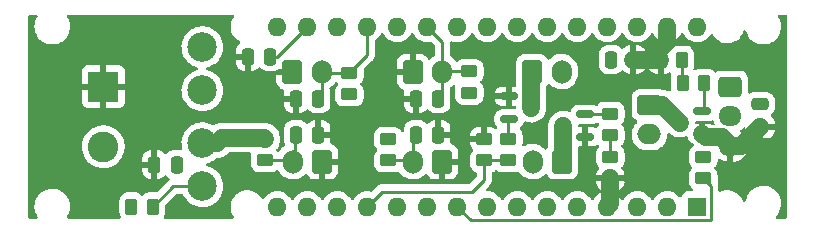
<source format=gbl>
G04 #@! TF.GenerationSoftware,KiCad,Pcbnew,(6.0.4)*
G04 #@! TF.CreationDate,2022-06-19T17:23:47+02:00*
G04 #@! TF.ProjectId,Klipper nano expander,4b6c6970-7065-4722-906e-616e6f206578,1.0*
G04 #@! TF.SameCoordinates,Original*
G04 #@! TF.FileFunction,Copper,L2,Bot*
G04 #@! TF.FilePolarity,Positive*
%FSLAX46Y46*%
G04 Gerber Fmt 4.6, Leading zero omitted, Abs format (unit mm)*
G04 Created by KiCad (PCBNEW (6.0.4)) date 2022-06-19 17:23:47*
%MOMM*%
%LPD*%
G01*
G04 APERTURE LIST*
G04 Aperture macros list*
%AMRoundRect*
0 Rectangle with rounded corners*
0 $1 Rounding radius*
0 $2 $3 $4 $5 $6 $7 $8 $9 X,Y pos of 4 corners*
0 Add a 4 corners polygon primitive as box body*
4,1,4,$2,$3,$4,$5,$6,$7,$8,$9,$2,$3,0*
0 Add four circle primitives for the rounded corners*
1,1,$1+$1,$2,$3*
1,1,$1+$1,$4,$5*
1,1,$1+$1,$6,$7*
1,1,$1+$1,$8,$9*
0 Add four rect primitives between the rounded corners*
20,1,$1+$1,$2,$3,$4,$5,0*
20,1,$1+$1,$4,$5,$6,$7,0*
20,1,$1+$1,$6,$7,$8,$9,0*
20,1,$1+$1,$8,$9,$2,$3,0*%
G04 Aperture macros list end*
G04 #@! TA.AperFunction,ComponentPad*
%ADD10RoundRect,0.250000X-0.600000X-0.750000X0.600000X-0.750000X0.600000X0.750000X-0.600000X0.750000X0*%
G04 #@! TD*
G04 #@! TA.AperFunction,ComponentPad*
%ADD11O,1.700000X2.000000*%
G04 #@! TD*
G04 #@! TA.AperFunction,ComponentPad*
%ADD12RoundRect,0.250000X-0.725000X0.600000X-0.725000X-0.600000X0.725000X-0.600000X0.725000X0.600000X0*%
G04 #@! TD*
G04 #@! TA.AperFunction,ComponentPad*
%ADD13O,1.950000X1.700000*%
G04 #@! TD*
G04 #@! TA.AperFunction,ComponentPad*
%ADD14C,2.500000*%
G04 #@! TD*
G04 #@! TA.AperFunction,ComponentPad*
%ADD15RoundRect,0.250000X0.600000X0.750000X-0.600000X0.750000X-0.600000X-0.750000X0.600000X-0.750000X0*%
G04 #@! TD*
G04 #@! TA.AperFunction,ComponentPad*
%ADD16R,2.600000X2.600000*%
G04 #@! TD*
G04 #@! TA.AperFunction,ComponentPad*
%ADD17C,2.600000*%
G04 #@! TD*
G04 #@! TA.AperFunction,ComponentPad*
%ADD18RoundRect,0.250000X-0.750000X0.600000X-0.750000X-0.600000X0.750000X-0.600000X0.750000X0.600000X0*%
G04 #@! TD*
G04 #@! TA.AperFunction,ComponentPad*
%ADD19O,2.000000X1.700000*%
G04 #@! TD*
G04 #@! TA.AperFunction,SMDPad,CuDef*
%ADD20RoundRect,0.250000X0.450000X-0.262500X0.450000X0.262500X-0.450000X0.262500X-0.450000X-0.262500X0*%
G04 #@! TD*
G04 #@! TA.AperFunction,SMDPad,CuDef*
%ADD21RoundRect,0.250000X0.250000X0.475000X-0.250000X0.475000X-0.250000X-0.475000X0.250000X-0.475000X0*%
G04 #@! TD*
G04 #@! TA.AperFunction,SMDPad,CuDef*
%ADD22RoundRect,0.250000X-0.250000X-0.475000X0.250000X-0.475000X0.250000X0.475000X-0.250000X0.475000X0*%
G04 #@! TD*
G04 #@! TA.AperFunction,SMDPad,CuDef*
%ADD23RoundRect,0.150000X0.587500X0.150000X-0.587500X0.150000X-0.587500X-0.150000X0.587500X-0.150000X0*%
G04 #@! TD*
G04 #@! TA.AperFunction,SMDPad,CuDef*
%ADD24RoundRect,0.250000X-0.450000X0.262500X-0.450000X-0.262500X0.450000X-0.262500X0.450000X0.262500X0*%
G04 #@! TD*
G04 #@! TA.AperFunction,SMDPad,CuDef*
%ADD25RoundRect,0.250000X0.262500X0.450000X-0.262500X0.450000X-0.262500X-0.450000X0.262500X-0.450000X0*%
G04 #@! TD*
G04 #@! TA.AperFunction,SMDPad,CuDef*
%ADD26RoundRect,0.250000X-0.262500X-0.450000X0.262500X-0.450000X0.262500X0.450000X-0.262500X0.450000X0*%
G04 #@! TD*
G04 #@! TA.AperFunction,ComponentPad*
%ADD27R,1.600000X1.600000*%
G04 #@! TD*
G04 #@! TA.AperFunction,ComponentPad*
%ADD28O,1.600000X1.600000*%
G04 #@! TD*
G04 #@! TA.AperFunction,SMDPad,CuDef*
%ADD29RoundRect,0.250000X0.475000X-0.250000X0.475000X0.250000X-0.475000X0.250000X-0.475000X-0.250000X0*%
G04 #@! TD*
G04 #@! TA.AperFunction,SMDPad,CuDef*
%ADD30RoundRect,0.150000X-0.587500X-0.150000X0.587500X-0.150000X0.587500X0.150000X-0.587500X0.150000X0*%
G04 #@! TD*
G04 #@! TA.AperFunction,ViaPad*
%ADD31C,0.800000*%
G04 #@! TD*
G04 #@! TA.AperFunction,Conductor*
%ADD32C,1.500000*%
G04 #@! TD*
G04 #@! TA.AperFunction,Conductor*
%ADD33C,1.000000*%
G04 #@! TD*
G04 #@! TA.AperFunction,Conductor*
%ADD34C,0.250000*%
G04 #@! TD*
G04 APERTURE END LIST*
D10*
X140716000Y-88646000D03*
D11*
X143216000Y-88646000D03*
D10*
X150916000Y-88646000D03*
D11*
X153416000Y-88646000D03*
D12*
X177817000Y-89916000D03*
D13*
X177817000Y-92416000D03*
X177817000Y-94916000D03*
D14*
X133096000Y-98351000D03*
X133096000Y-94691000D03*
X133096000Y-90221000D03*
X133096000Y-86561000D03*
D10*
X161036000Y-88646000D03*
D11*
X163536000Y-88646000D03*
D15*
X163576000Y-96266000D03*
D11*
X161076000Y-96266000D03*
D16*
X124714000Y-89916000D03*
D17*
X124714000Y-94996000D03*
D15*
X153416000Y-96266000D03*
D11*
X150916000Y-96266000D03*
D18*
X170959000Y-91460000D03*
D19*
X170959000Y-93960000D03*
D15*
X143256000Y-96266000D03*
D11*
X140756000Y-96266000D03*
D20*
X156972000Y-96162500D03*
X156972000Y-94337500D03*
D21*
X142936000Y-93980000D03*
X141036000Y-93980000D03*
D22*
X151196000Y-90932000D03*
X153096000Y-90932000D03*
D23*
X165529500Y-92268000D03*
X165529500Y-94168000D03*
X163654500Y-93218000D03*
D24*
X175514000Y-95861500D03*
X175514000Y-97686500D03*
D20*
X148844000Y-96162500D03*
X148844000Y-94337500D03*
D25*
X173718122Y-87657721D03*
X171893122Y-87657721D03*
D20*
X167640000Y-94027000D03*
X167640000Y-92202000D03*
D21*
X169606000Y-87630000D03*
X167706000Y-87630000D03*
D26*
X173761000Y-89596000D03*
X175586000Y-89596000D03*
D22*
X136972000Y-87376000D03*
X138872000Y-87376000D03*
D20*
X159004000Y-96162500D03*
X159004000Y-94337500D03*
X138430000Y-96162500D03*
X138430000Y-94337500D03*
D27*
X175006000Y-100076000D03*
D28*
X172466000Y-100076000D03*
X169926000Y-100076000D03*
X167386000Y-100076000D03*
X164846000Y-100076000D03*
X162306000Y-100076000D03*
X159766000Y-100076000D03*
X157226000Y-100076000D03*
X154686000Y-100076000D03*
X152146000Y-100076000D03*
X149606000Y-100076000D03*
X147066000Y-100076000D03*
X144526000Y-100076000D03*
X141986000Y-100076000D03*
X139446000Y-100076000D03*
X139446000Y-84836000D03*
X141986000Y-84836000D03*
X144526000Y-84836000D03*
X147066000Y-84836000D03*
X149606000Y-84836000D03*
X152146000Y-84836000D03*
X154686000Y-84836000D03*
X157226000Y-84836000D03*
X159766000Y-84836000D03*
X162306000Y-84836000D03*
X164846000Y-84836000D03*
X167386000Y-84836000D03*
X169926000Y-84836000D03*
X172466000Y-84836000D03*
X175006000Y-84836000D03*
D29*
X180340000Y-93300000D03*
X180340000Y-91400000D03*
D23*
X175435500Y-92014000D03*
X175435500Y-93914000D03*
X173560500Y-92964000D03*
D24*
X145542000Y-88749500D03*
X145542000Y-90574500D03*
D26*
X127103500Y-100076000D03*
X128928500Y-100076000D03*
D30*
X159082500Y-92644000D03*
X159082500Y-90744000D03*
X160957500Y-91694000D03*
D22*
X129032000Y-96520000D03*
X130932000Y-96520000D03*
D24*
X155702000Y-88599000D03*
X155702000Y-90424000D03*
D22*
X141036000Y-90932000D03*
X142936000Y-90932000D03*
D21*
X153096000Y-93980000D03*
X151196000Y-93980000D03*
D24*
X167640000Y-95861500D03*
X167640000Y-97686500D03*
D31*
X124855221Y-100066519D03*
X167640000Y-95861500D03*
X173761000Y-89596000D03*
X140970000Y-94006000D03*
X134874000Y-94234000D03*
X145551566Y-90574499D03*
X128928500Y-100076000D03*
X167673000Y-87630000D03*
X148824869Y-94337500D03*
X130941142Y-96545096D03*
X155702000Y-90424000D03*
X180340000Y-91400000D03*
X127000000Y-100076000D03*
X175514000Y-95861500D03*
D32*
X175435500Y-93914000D02*
X175737020Y-94215520D01*
X175737020Y-94215520D02*
X177116520Y-94215520D01*
X172466000Y-84836000D02*
X172466000Y-86106000D01*
D33*
X167640000Y-99822000D02*
X167386000Y-100076000D01*
D32*
X177116520Y-94215520D02*
X177817000Y-94916000D01*
X178724000Y-94916000D02*
X180340000Y-93300000D01*
X170942000Y-87630000D02*
X169606000Y-87630000D01*
D33*
X171893122Y-87657721D02*
X171865401Y-87630000D01*
D32*
X171865401Y-87630000D02*
X170942000Y-87630000D01*
X167640000Y-97686500D02*
X167640000Y-99822000D01*
X172466000Y-86106000D02*
X170942000Y-87630000D01*
X177817000Y-94916000D02*
X178724000Y-94916000D01*
D34*
X156972000Y-96162500D02*
X159004000Y-96162500D01*
X156972000Y-97790000D02*
X155956000Y-98806000D01*
X156972000Y-96162500D02*
X156972000Y-97790000D01*
X148336000Y-98806000D02*
X147066000Y-100076000D01*
X155956000Y-98806000D02*
X148336000Y-98806000D01*
X167640000Y-95861500D02*
X167640000Y-94027000D01*
X154686000Y-100076000D02*
X155810511Y-101200511D01*
X176130511Y-98303011D02*
X175514000Y-97686500D01*
X155810511Y-101200511D02*
X176130511Y-101200511D01*
X176130511Y-101200511D02*
X176130511Y-98303011D01*
X173736000Y-87376000D02*
X173736000Y-89571000D01*
X173736000Y-89571000D02*
X173761000Y-89596000D01*
X141986000Y-84836000D02*
X139446000Y-87376000D01*
X139446000Y-87376000D02*
X138872000Y-87376000D01*
X147066000Y-84836000D02*
X147066000Y-87225500D01*
X145542000Y-88749500D02*
X143319500Y-88749500D01*
X142936000Y-91186000D02*
X143216000Y-90906000D01*
X147066000Y-87225500D02*
X145542000Y-88749500D01*
X143216000Y-90906000D02*
X143216000Y-88646000D01*
X143319500Y-88749500D02*
X143216000Y-88646000D01*
X140970000Y-94006000D02*
X140756000Y-94220000D01*
X141036000Y-93726000D02*
X140970000Y-93792000D01*
X140652500Y-96162500D02*
X140756000Y-96266000D01*
X140970000Y-93792000D02*
X140970000Y-94006000D01*
X138430000Y-96162500D02*
X140652500Y-96162500D01*
X140970000Y-96052000D02*
X140756000Y-96266000D01*
X140970000Y-94006000D02*
X140970000Y-96052000D01*
X153416000Y-90932000D02*
X153416000Y-88646000D01*
X153162000Y-91186000D02*
X153416000Y-90932000D01*
X153096000Y-91186000D02*
X153162000Y-91186000D01*
X153416000Y-88646000D02*
X153416000Y-86106000D01*
X153463000Y-88599000D02*
X153416000Y-88646000D01*
X153416000Y-86106000D02*
X152146000Y-84836000D01*
X155702000Y-88599000D02*
X153463000Y-88599000D01*
X150812500Y-96162500D02*
X150916000Y-96266000D01*
X150916000Y-94006000D02*
X150916000Y-96266000D01*
X151196000Y-93726000D02*
X150916000Y-94006000D01*
X148844000Y-96162500D02*
X150812500Y-96162500D01*
D32*
X134808000Y-94234000D02*
X138326500Y-94234000D01*
D34*
X133096000Y-98351000D02*
X130653500Y-98351000D01*
D32*
X138326500Y-94234000D02*
X138430000Y-94337500D01*
D33*
X167673000Y-87630000D02*
X167706000Y-87630000D01*
D32*
X134351000Y-94691000D02*
X134808000Y-94234000D01*
D34*
X130653500Y-98351000D02*
X128928500Y-100076000D01*
D32*
X133096000Y-94691000D02*
X134351000Y-94691000D01*
D33*
X180340000Y-91400000D02*
X180086000Y-91400000D01*
D34*
X177817000Y-92733000D02*
X177817000Y-92416000D01*
X175514000Y-95861500D02*
X175514000Y-95504000D01*
X159004000Y-94337500D02*
X159004000Y-92722500D01*
X159004000Y-92722500D02*
X159082500Y-92644000D01*
X165595500Y-92202000D02*
X165529500Y-92268000D01*
X167640000Y-92202000D02*
X165595500Y-92202000D01*
X175586000Y-89596000D02*
X175586000Y-91863500D01*
X175586000Y-91863500D02*
X175435500Y-92014000D01*
X175580000Y-89596000D02*
X175514000Y-89662000D01*
X175586000Y-89596000D02*
X175580000Y-89596000D01*
D33*
X160957500Y-88724500D02*
X161036000Y-88646000D01*
D32*
X160957500Y-91694000D02*
X160957500Y-88724500D01*
D33*
X163654500Y-96187500D02*
X163576000Y-96266000D01*
D32*
X163654500Y-93218000D02*
X163654500Y-96187500D01*
X172056500Y-91460000D02*
X173560500Y-92964000D01*
X170959000Y-91460000D02*
X172056500Y-91460000D01*
G04 #@! TA.AperFunction,Conductor*
G36*
X119090602Y-83840502D02*
G01*
X119137095Y-83894158D01*
X119147199Y-83964432D01*
X119131380Y-84009880D01*
X119033704Y-84177704D01*
X119033701Y-84177711D01*
X119031159Y-84182078D01*
X119029346Y-84186801D01*
X118952591Y-84386757D01*
X118944167Y-84408702D01*
X118943133Y-84413652D01*
X118943132Y-84413655D01*
X118895872Y-84639879D01*
X118894526Y-84646320D01*
X118883514Y-84888817D01*
X118884095Y-84893837D01*
X118884095Y-84893841D01*
X118903794Y-85064087D01*
X118911415Y-85129956D01*
X118912791Y-85134820D01*
X118912792Y-85134823D01*
X118955357Y-85285243D01*
X118977510Y-85363532D01*
X118979644Y-85368108D01*
X118979646Y-85368114D01*
X119076073Y-85574902D01*
X119080099Y-85583536D01*
X119216544Y-85784307D01*
X119383332Y-85960681D01*
X119387358Y-85963759D01*
X119387359Y-85963760D01*
X119572154Y-86105047D01*
X119572158Y-86105050D01*
X119576174Y-86108120D01*
X119580632Y-86110510D01*
X119580633Y-86110511D01*
X119659431Y-86152762D01*
X119790109Y-86222831D01*
X120019631Y-86301862D01*
X120118978Y-86319022D01*
X120254926Y-86342504D01*
X120254932Y-86342505D01*
X120258836Y-86343179D01*
X120262797Y-86343359D01*
X120262798Y-86343359D01*
X120286506Y-86344436D01*
X120286525Y-86344436D01*
X120287925Y-86344500D01*
X120457001Y-86344500D01*
X120459509Y-86344298D01*
X120459514Y-86344298D01*
X120632924Y-86330346D01*
X120632929Y-86330345D01*
X120637965Y-86329940D01*
X120642873Y-86328734D01*
X120642876Y-86328734D01*
X120868792Y-86273244D01*
X120873706Y-86272037D01*
X120878358Y-86270062D01*
X120878362Y-86270061D01*
X121092498Y-86179165D01*
X121097156Y-86177188D01*
X121205252Y-86109116D01*
X121298288Y-86050528D01*
X121298291Y-86050526D01*
X121302567Y-86047833D01*
X121381989Y-85977814D01*
X121480858Y-85890650D01*
X121480861Y-85890647D01*
X121484655Y-85887302D01*
X121554868Y-85801823D01*
X121635526Y-85703628D01*
X121635528Y-85703625D01*
X121638734Y-85699722D01*
X121730942Y-85541294D01*
X121758299Y-85494290D01*
X121758300Y-85494288D01*
X121760841Y-85489922D01*
X121774206Y-85455105D01*
X121846020Y-85268022D01*
X121846021Y-85268018D01*
X121847833Y-85263298D01*
X121853931Y-85234108D01*
X121896440Y-85030631D01*
X121896440Y-85030627D01*
X121897474Y-85025680D01*
X121908486Y-84783183D01*
X121893235Y-84651373D01*
X121881167Y-84547071D01*
X121881166Y-84547067D01*
X121880585Y-84542044D01*
X121877207Y-84530104D01*
X121815866Y-84313331D01*
X121814490Y-84308468D01*
X121812356Y-84303892D01*
X121812354Y-84303886D01*
X121714038Y-84093046D01*
X121714036Y-84093042D01*
X121711901Y-84088464D01*
X121663553Y-84017322D01*
X121641807Y-83949739D01*
X121660051Y-83881127D01*
X121712494Y-83833270D01*
X121767765Y-83820500D01*
X135667599Y-83820500D01*
X135735720Y-83840502D01*
X135782213Y-83894158D01*
X135792317Y-83964432D01*
X135768688Y-84021713D01*
X135713128Y-84096388D01*
X135710712Y-84101139D01*
X135710710Y-84101143D01*
X135650764Y-84219049D01*
X135605565Y-84307948D01*
X135535186Y-84534607D01*
X135534485Y-84539896D01*
X135519710Y-84651373D01*
X135504002Y-84769883D01*
X135504202Y-84775212D01*
X135504202Y-84775213D01*
X135506464Y-84835474D01*
X135512906Y-85007050D01*
X135561642Y-85239327D01*
X135563599Y-85244283D01*
X135563601Y-85244289D01*
X135646240Y-85453543D01*
X135648818Y-85460070D01*
X135651585Y-85464629D01*
X135651586Y-85464632D01*
X135692160Y-85531496D01*
X135771941Y-85662970D01*
X135775436Y-85666998D01*
X135775437Y-85666999D01*
X135923752Y-85837916D01*
X135927490Y-85842224D01*
X135931616Y-85845607D01*
X135931620Y-85845611D01*
X136106889Y-85989323D01*
X136106895Y-85989327D01*
X136111017Y-85992707D01*
X136259035Y-86076964D01*
X136308341Y-86128047D01*
X136322202Y-86197677D01*
X136296218Y-86263748D01*
X136263005Y-86293610D01*
X136254193Y-86299063D01*
X136242792Y-86308099D01*
X136128261Y-86422829D01*
X136119249Y-86434240D01*
X136034184Y-86572243D01*
X136028037Y-86585424D01*
X135976862Y-86739710D01*
X135973995Y-86753086D01*
X135964328Y-86847438D01*
X135964000Y-86853855D01*
X135964000Y-87103885D01*
X135968475Y-87119124D01*
X135969865Y-87120329D01*
X135977548Y-87122000D01*
X137100000Y-87122000D01*
X137168121Y-87142002D01*
X137214614Y-87195658D01*
X137226000Y-87248000D01*
X137226000Y-88590884D01*
X137230475Y-88606123D01*
X137231865Y-88607328D01*
X137239548Y-88608999D01*
X137269095Y-88608999D01*
X137275614Y-88608662D01*
X137371206Y-88598743D01*
X137384600Y-88595851D01*
X137538784Y-88544412D01*
X137551962Y-88538239D01*
X137689807Y-88452937D01*
X137701208Y-88443901D01*
X137815738Y-88329172D01*
X137822794Y-88320238D01*
X137880712Y-88279177D01*
X137951635Y-88275947D01*
X138013046Y-88311574D01*
X138019846Y-88319407D01*
X138023522Y-88325348D01*
X138148697Y-88450305D01*
X138154927Y-88454145D01*
X138154928Y-88454146D01*
X138292288Y-88538816D01*
X138299262Y-88543115D01*
X138325646Y-88551866D01*
X138460611Y-88596632D01*
X138460613Y-88596632D01*
X138467139Y-88598797D01*
X138473975Y-88599497D01*
X138473978Y-88599498D01*
X138517031Y-88603909D01*
X138571600Y-88609500D01*
X139172400Y-88609500D01*
X139175646Y-88609163D01*
X139175650Y-88609163D01*
X139271308Y-88599238D01*
X139271312Y-88599237D01*
X139278166Y-88598526D01*
X139284702Y-88596345D01*
X139284704Y-88596345D01*
X139433522Y-88546695D01*
X139445946Y-88542550D01*
X139596348Y-88449478D01*
X139616808Y-88428983D01*
X139679090Y-88394903D01*
X139705981Y-88392000D01*
X140844000Y-88392000D01*
X140912121Y-88412002D01*
X140958614Y-88465658D01*
X140970000Y-88518000D01*
X140970000Y-88774000D01*
X140949998Y-88842121D01*
X140896342Y-88888614D01*
X140844000Y-88900000D01*
X139376116Y-88900000D01*
X139360877Y-88904475D01*
X139359672Y-88905865D01*
X139358001Y-88913548D01*
X139358001Y-89443095D01*
X139358338Y-89449614D01*
X139368257Y-89545206D01*
X139371149Y-89558600D01*
X139422588Y-89712784D01*
X139428761Y-89725962D01*
X139514063Y-89863807D01*
X139523099Y-89875208D01*
X139637829Y-89989739D01*
X139649240Y-89998751D01*
X139787243Y-90083816D01*
X139800424Y-90089963D01*
X139958919Y-90142534D01*
X140017278Y-90182965D01*
X140044515Y-90248529D01*
X140040252Y-90288545D01*
X140042304Y-90288985D01*
X140037995Y-90309086D01*
X140028328Y-90403438D01*
X140028000Y-90409855D01*
X140028000Y-90659885D01*
X140032475Y-90675124D01*
X140033865Y-90676329D01*
X140041548Y-90678000D01*
X141164000Y-90678000D01*
X141232121Y-90698002D01*
X141278614Y-90751658D01*
X141290000Y-90804000D01*
X141290000Y-92146884D01*
X141294475Y-92162123D01*
X141295865Y-92163328D01*
X141303548Y-92164999D01*
X141333095Y-92164999D01*
X141339614Y-92164662D01*
X141435206Y-92154743D01*
X141448600Y-92151851D01*
X141602784Y-92100412D01*
X141615962Y-92094239D01*
X141753807Y-92008937D01*
X141765208Y-91999901D01*
X141879738Y-91885172D01*
X141886794Y-91876238D01*
X141944712Y-91835177D01*
X142015635Y-91831947D01*
X142077046Y-91867574D01*
X142083846Y-91875407D01*
X142087522Y-91881348D01*
X142212697Y-92006305D01*
X142218927Y-92010145D01*
X142218928Y-92010146D01*
X142356288Y-92094816D01*
X142363262Y-92099115D01*
X142398220Y-92110710D01*
X142524611Y-92152632D01*
X142524613Y-92152632D01*
X142531139Y-92154797D01*
X142537975Y-92155497D01*
X142537978Y-92155498D01*
X142581031Y-92159909D01*
X142635600Y-92165500D01*
X143236400Y-92165500D01*
X143239646Y-92165163D01*
X143239650Y-92165163D01*
X143335308Y-92155238D01*
X143335312Y-92155237D01*
X143342166Y-92154526D01*
X143348702Y-92152345D01*
X143348704Y-92152345D01*
X143484217Y-92107134D01*
X143509946Y-92098550D01*
X143660348Y-92005478D01*
X143785305Y-91880303D01*
X143789146Y-91874072D01*
X143874275Y-91735968D01*
X143874276Y-91735966D01*
X143878115Y-91729738D01*
X143926190Y-91584797D01*
X143931632Y-91568389D01*
X143931632Y-91568387D01*
X143933797Y-91561861D01*
X143934808Y-91552000D01*
X143940274Y-91498648D01*
X143944500Y-91457400D01*
X143944500Y-90406600D01*
X143943971Y-90401502D01*
X143934238Y-90307692D01*
X143934237Y-90307688D01*
X143933526Y-90300834D01*
X143922140Y-90266704D01*
X143879868Y-90140002D01*
X143877550Y-90133054D01*
X143873694Y-90126824D01*
X143870593Y-90120203D01*
X143873448Y-90118865D01*
X143858384Y-90063991D01*
X143879586Y-89996235D01*
X143918999Y-89958498D01*
X144014752Y-89900394D01*
X144014759Y-89900389D01*
X144019317Y-89897623D01*
X144087149Y-89838762D01*
X144189412Y-89750023D01*
X144189414Y-89750021D01*
X144193445Y-89746523D01*
X144262757Y-89661991D01*
X144336240Y-89572373D01*
X144336244Y-89572367D01*
X144339624Y-89568245D01*
X144343436Y-89561548D01*
X144344158Y-89560851D01*
X144345286Y-89559210D01*
X144345620Y-89559440D01*
X144394514Y-89512239D01*
X144464144Y-89498373D01*
X144530216Y-89524352D01*
X144541958Y-89534700D01*
X144580108Y-89572783D01*
X144614188Y-89635066D01*
X144609185Y-89705886D01*
X144580264Y-89750975D01*
X144553550Y-89777736D01*
X144492695Y-89838697D01*
X144488855Y-89844927D01*
X144488854Y-89844928D01*
X144415533Y-89963877D01*
X144399885Y-89989262D01*
X144376674Y-90059240D01*
X144346754Y-90149449D01*
X144344203Y-90157139D01*
X144343503Y-90163975D01*
X144343502Y-90163978D01*
X144339633Y-90201738D01*
X144333500Y-90261600D01*
X144333500Y-90887400D01*
X144333837Y-90890646D01*
X144333837Y-90890650D01*
X144337328Y-90924290D01*
X144344474Y-90993166D01*
X144346655Y-90999702D01*
X144346655Y-90999704D01*
X144353291Y-91019595D01*
X144400450Y-91160946D01*
X144493522Y-91311348D01*
X144618697Y-91436305D01*
X144624927Y-91440145D01*
X144624928Y-91440146D01*
X144762090Y-91524694D01*
X144769262Y-91529115D01*
X144808468Y-91542119D01*
X144930611Y-91582632D01*
X144930613Y-91582632D01*
X144937139Y-91584797D01*
X144943975Y-91585497D01*
X144943978Y-91585498D01*
X144983128Y-91589509D01*
X145041600Y-91595500D01*
X146042400Y-91595500D01*
X146045646Y-91595163D01*
X146045650Y-91595163D01*
X146141308Y-91585238D01*
X146141312Y-91585237D01*
X146148166Y-91584526D01*
X146154702Y-91582345D01*
X146154704Y-91582345D01*
X146299958Y-91533884D01*
X146315946Y-91528550D01*
X146436263Y-91454095D01*
X150188001Y-91454095D01*
X150188338Y-91460614D01*
X150198257Y-91556206D01*
X150201149Y-91569600D01*
X150252588Y-91723784D01*
X150258761Y-91736962D01*
X150344063Y-91874807D01*
X150353099Y-91886208D01*
X150467829Y-92000739D01*
X150479240Y-92009751D01*
X150617243Y-92094816D01*
X150630424Y-92100963D01*
X150784710Y-92152138D01*
X150798086Y-92155005D01*
X150892438Y-92164672D01*
X150898854Y-92165000D01*
X150923885Y-92165000D01*
X150939124Y-92160525D01*
X150940329Y-92159135D01*
X150942000Y-92151452D01*
X150942000Y-91204115D01*
X150937525Y-91188876D01*
X150936135Y-91187671D01*
X150928452Y-91186000D01*
X150206116Y-91186000D01*
X150190877Y-91190475D01*
X150189672Y-91191865D01*
X150188001Y-91199548D01*
X150188001Y-91454095D01*
X146436263Y-91454095D01*
X146466348Y-91435478D01*
X146591305Y-91310303D01*
X146601553Y-91293678D01*
X146680275Y-91165968D01*
X146680276Y-91165966D01*
X146684115Y-91159738D01*
X146731566Y-91016676D01*
X146737632Y-90998389D01*
X146737632Y-90998387D01*
X146739797Y-90991861D01*
X146750500Y-90887400D01*
X146750500Y-90261600D01*
X146748774Y-90244965D01*
X146740238Y-90162692D01*
X146740237Y-90162688D01*
X146739526Y-90155834D01*
X146724823Y-90111762D01*
X146685868Y-89995002D01*
X146683550Y-89988054D01*
X146590478Y-89837652D01*
X146503891Y-89751216D01*
X146469812Y-89688934D01*
X146474815Y-89618114D01*
X146503736Y-89573025D01*
X146586134Y-89490483D01*
X146591305Y-89485303D01*
X146615285Y-89446400D01*
X146680275Y-89340968D01*
X146680276Y-89340966D01*
X146684115Y-89334738D01*
X146728483Y-89200973D01*
X146737632Y-89173389D01*
X146737632Y-89173387D01*
X146739797Y-89166861D01*
X146741188Y-89153290D01*
X146750172Y-89065598D01*
X146750500Y-89062400D01*
X146750500Y-88489094D01*
X146770502Y-88420973D01*
X146787405Y-88399999D01*
X146813519Y-88373885D01*
X149558000Y-88373885D01*
X149562475Y-88389124D01*
X149563865Y-88390329D01*
X149571548Y-88392000D01*
X150643885Y-88392000D01*
X150659124Y-88387525D01*
X150660329Y-88386135D01*
X150662000Y-88378452D01*
X150662000Y-87156116D01*
X150657525Y-87140877D01*
X150656135Y-87139672D01*
X150648452Y-87138001D01*
X150268905Y-87138001D01*
X150262386Y-87138338D01*
X150166794Y-87148257D01*
X150153400Y-87151149D01*
X149999216Y-87202588D01*
X149986038Y-87208761D01*
X149848193Y-87294063D01*
X149836792Y-87303099D01*
X149722261Y-87417829D01*
X149713249Y-87429240D01*
X149628184Y-87567243D01*
X149622037Y-87580424D01*
X149570862Y-87734710D01*
X149567995Y-87748086D01*
X149558328Y-87842438D01*
X149558000Y-87848855D01*
X149558000Y-88373885D01*
X146813519Y-88373885D01*
X147458247Y-87729157D01*
X147466537Y-87721613D01*
X147473018Y-87717500D01*
X147519659Y-87667832D01*
X147522413Y-87664991D01*
X147542134Y-87645270D01*
X147544612Y-87642075D01*
X147552318Y-87633053D01*
X147563144Y-87621524D01*
X147582586Y-87600821D01*
X147590568Y-87586302D01*
X147592346Y-87583068D01*
X147603199Y-87566545D01*
X147610753Y-87556806D01*
X147615613Y-87550541D01*
X147633176Y-87509957D01*
X147638383Y-87499327D01*
X147659695Y-87460560D01*
X147661666Y-87452883D01*
X147661668Y-87452878D01*
X147664732Y-87440942D01*
X147671138Y-87422230D01*
X147673492Y-87416792D01*
X147679181Y-87403645D01*
X147683825Y-87374329D01*
X147686097Y-87359981D01*
X147688504Y-87348360D01*
X147697528Y-87313211D01*
X147697528Y-87313210D01*
X147699500Y-87305530D01*
X147699500Y-87285269D01*
X147701051Y-87265558D01*
X147702979Y-87253385D01*
X147704219Y-87245557D01*
X147700059Y-87201546D01*
X147699500Y-87189689D01*
X147699500Y-86055394D01*
X147719502Y-85987273D01*
X147753229Y-85952181D01*
X147905789Y-85845357D01*
X147905792Y-85845355D01*
X147910300Y-85842198D01*
X148072198Y-85680300D01*
X148081512Y-85666999D01*
X148143161Y-85578954D01*
X148203523Y-85492749D01*
X148205846Y-85487767D01*
X148205849Y-85487762D01*
X148221805Y-85453543D01*
X148268722Y-85400258D01*
X148336999Y-85380797D01*
X148404959Y-85401339D01*
X148450195Y-85453543D01*
X148466151Y-85487762D01*
X148466154Y-85487767D01*
X148468477Y-85492749D01*
X148528839Y-85578954D01*
X148590489Y-85666999D01*
X148599802Y-85680300D01*
X148761700Y-85842198D01*
X148766208Y-85845355D01*
X148766211Y-85845357D01*
X148766574Y-85845611D01*
X148949251Y-85973523D01*
X148954233Y-85975846D01*
X148954238Y-85975849D01*
X149151775Y-86067961D01*
X149156757Y-86070284D01*
X149162065Y-86071706D01*
X149162067Y-86071707D01*
X149372598Y-86128119D01*
X149372600Y-86128119D01*
X149377913Y-86129543D01*
X149606000Y-86149498D01*
X149834087Y-86129543D01*
X149839400Y-86128119D01*
X149839402Y-86128119D01*
X150049933Y-86071707D01*
X150049935Y-86071706D01*
X150055243Y-86070284D01*
X150060225Y-86067961D01*
X150257762Y-85975849D01*
X150257767Y-85975846D01*
X150262749Y-85973523D01*
X150445426Y-85845611D01*
X150445789Y-85845357D01*
X150445792Y-85845355D01*
X150450300Y-85842198D01*
X150612198Y-85680300D01*
X150621512Y-85666999D01*
X150683161Y-85578954D01*
X150743523Y-85492749D01*
X150745846Y-85487767D01*
X150745849Y-85487762D01*
X150761805Y-85453543D01*
X150808722Y-85400258D01*
X150876999Y-85380797D01*
X150944959Y-85401339D01*
X150990195Y-85453543D01*
X151006151Y-85487762D01*
X151006154Y-85487767D01*
X151008477Y-85492749D01*
X151068839Y-85578954D01*
X151130489Y-85666999D01*
X151139802Y-85680300D01*
X151301700Y-85842198D01*
X151306208Y-85845355D01*
X151306211Y-85845357D01*
X151306574Y-85845611D01*
X151489251Y-85973523D01*
X151494233Y-85975846D01*
X151494238Y-85975849D01*
X151691775Y-86067961D01*
X151696757Y-86070284D01*
X151702065Y-86071706D01*
X151702067Y-86071707D01*
X151912598Y-86128119D01*
X151912600Y-86128119D01*
X151917913Y-86129543D01*
X152146000Y-86149498D01*
X152374087Y-86129543D01*
X152379398Y-86128120D01*
X152379409Y-86128118D01*
X152437541Y-86112541D01*
X152508517Y-86114230D01*
X152559248Y-86145152D01*
X152745595Y-86331499D01*
X152779621Y-86393811D01*
X152782500Y-86420594D01*
X152782500Y-87220404D01*
X152762498Y-87288525D01*
X152721867Y-87328122D01*
X152612683Y-87394377D01*
X152608653Y-87397874D01*
X152481178Y-87508491D01*
X152438555Y-87545477D01*
X152435168Y-87549608D01*
X152408994Y-87581529D01*
X152350334Y-87621524D01*
X152279364Y-87623455D01*
X152218616Y-87586710D01*
X152204416Y-87567941D01*
X152117937Y-87428193D01*
X152108901Y-87416792D01*
X151994171Y-87302261D01*
X151982760Y-87293249D01*
X151844757Y-87208184D01*
X151831576Y-87202037D01*
X151677290Y-87150862D01*
X151663914Y-87147995D01*
X151569562Y-87138328D01*
X151563145Y-87138000D01*
X151188115Y-87138000D01*
X151172876Y-87142475D01*
X151171671Y-87143865D01*
X151170000Y-87151548D01*
X151170000Y-88774000D01*
X151149998Y-88842121D01*
X151096342Y-88888614D01*
X151044000Y-88900000D01*
X149576116Y-88900000D01*
X149560877Y-88904475D01*
X149559672Y-88905865D01*
X149558001Y-88913548D01*
X149558001Y-89443095D01*
X149558338Y-89449614D01*
X149568257Y-89545206D01*
X149571149Y-89558600D01*
X149622588Y-89712784D01*
X149628761Y-89725962D01*
X149714063Y-89863807D01*
X149723099Y-89875208D01*
X149837829Y-89989739D01*
X149849240Y-89998751D01*
X149987243Y-90083816D01*
X150000426Y-90089964D01*
X150122883Y-90130581D01*
X150181243Y-90171012D01*
X150208480Y-90236576D01*
X150202808Y-90289845D01*
X150200862Y-90295712D01*
X150197995Y-90309086D01*
X150188328Y-90403438D01*
X150188000Y-90409855D01*
X150188000Y-90659885D01*
X150192475Y-90675124D01*
X150193865Y-90676329D01*
X150201548Y-90678000D01*
X151324000Y-90678000D01*
X151392121Y-90698002D01*
X151438614Y-90751658D01*
X151450000Y-90804000D01*
X151450000Y-92146884D01*
X151454475Y-92162123D01*
X151455865Y-92163328D01*
X151463548Y-92164999D01*
X151493095Y-92164999D01*
X151499614Y-92164662D01*
X151595206Y-92154743D01*
X151608600Y-92151851D01*
X151762784Y-92100412D01*
X151775962Y-92094239D01*
X151913807Y-92008937D01*
X151925208Y-91999901D01*
X152039738Y-91885172D01*
X152046794Y-91876238D01*
X152104712Y-91835177D01*
X152175635Y-91831947D01*
X152237046Y-91867574D01*
X152243846Y-91875407D01*
X152247522Y-91881348D01*
X152372697Y-92006305D01*
X152378927Y-92010145D01*
X152378928Y-92010146D01*
X152516288Y-92094816D01*
X152523262Y-92099115D01*
X152558220Y-92110710D01*
X152684611Y-92152632D01*
X152684613Y-92152632D01*
X152691139Y-92154797D01*
X152697975Y-92155497D01*
X152697978Y-92155498D01*
X152741031Y-92159909D01*
X152795600Y-92165500D01*
X153396400Y-92165500D01*
X153399646Y-92165163D01*
X153399650Y-92165163D01*
X153495308Y-92155238D01*
X153495312Y-92155237D01*
X153502166Y-92154526D01*
X153508702Y-92152345D01*
X153508704Y-92152345D01*
X153644217Y-92107134D01*
X153669946Y-92098550D01*
X153820348Y-92005478D01*
X153945305Y-91880303D01*
X153949146Y-91874072D01*
X154034275Y-91735968D01*
X154034276Y-91735966D01*
X154038115Y-91729738D01*
X154086190Y-91584797D01*
X154091632Y-91568389D01*
X154091632Y-91568387D01*
X154093797Y-91561861D01*
X154094808Y-91552000D01*
X154100274Y-91498648D01*
X154104500Y-91457400D01*
X154104500Y-90406600D01*
X154103971Y-90401502D01*
X154094238Y-90307692D01*
X154094237Y-90307688D01*
X154093526Y-90300834D01*
X154082140Y-90266704D01*
X154055976Y-90188283D01*
X154049500Y-90148407D01*
X154049500Y-90071596D01*
X154069502Y-90003475D01*
X154110134Y-89963877D01*
X154118999Y-89958498D01*
X154219317Y-89897623D01*
X154323435Y-89807275D01*
X154387993Y-89777736D01*
X154458275Y-89787790D01*
X154511963Y-89834245D01*
X154532014Y-89902351D01*
X154525607Y-89942107D01*
X154504203Y-90006639D01*
X154503503Y-90013475D01*
X154503502Y-90013478D01*
X154499091Y-90056531D01*
X154493500Y-90111100D01*
X154493500Y-90736900D01*
X154493837Y-90740146D01*
X154493837Y-90740150D01*
X154503122Y-90829632D01*
X154504474Y-90842666D01*
X154506655Y-90849202D01*
X154506655Y-90849204D01*
X154519398Y-90887400D01*
X154560450Y-91010446D01*
X154653522Y-91160848D01*
X154778697Y-91285805D01*
X154784927Y-91289645D01*
X154784928Y-91289646D01*
X154922090Y-91374194D01*
X154929262Y-91378615D01*
X155004316Y-91403509D01*
X155090611Y-91432132D01*
X155090613Y-91432132D01*
X155097139Y-91434297D01*
X155103975Y-91434997D01*
X155103978Y-91434998D01*
X155146280Y-91439332D01*
X155201600Y-91445000D01*
X156202400Y-91445000D01*
X156205646Y-91444663D01*
X156205650Y-91444663D01*
X156301308Y-91434738D01*
X156301312Y-91434737D01*
X156308166Y-91434026D01*
X156314702Y-91431845D01*
X156314704Y-91431845D01*
X156466501Y-91381201D01*
X156475946Y-91378050D01*
X156626348Y-91284978D01*
X156751305Y-91159803D01*
X156760964Y-91144134D01*
X156840275Y-91015468D01*
X156840276Y-91015466D01*
X156843725Y-91009871D01*
X157843456Y-91009871D01*
X157884107Y-91149790D01*
X157890352Y-91164221D01*
X157966911Y-91293678D01*
X157976551Y-91306104D01*
X158082896Y-91412449D01*
X158095322Y-91422089D01*
X158224779Y-91498648D01*
X158239210Y-91504893D01*
X158385065Y-91547269D01*
X158397667Y-91549570D01*
X158426084Y-91551807D01*
X158431014Y-91552000D01*
X158810385Y-91552000D01*
X158825624Y-91547525D01*
X158826829Y-91546135D01*
X158828500Y-91538452D01*
X158828500Y-91016115D01*
X158824025Y-91000876D01*
X158822635Y-90999671D01*
X158814952Y-90998000D01*
X157858122Y-90998000D01*
X157844591Y-91001973D01*
X157843456Y-91009871D01*
X156843725Y-91009871D01*
X156844115Y-91009238D01*
X156872894Y-90922472D01*
X156897632Y-90847889D01*
X156897632Y-90847887D01*
X156899797Y-90841361D01*
X156900654Y-90833002D01*
X156910172Y-90740098D01*
X156910500Y-90736900D01*
X156910500Y-90472605D01*
X157845061Y-90472605D01*
X157845101Y-90486706D01*
X157852370Y-90490000D01*
X158810385Y-90490000D01*
X158825624Y-90485525D01*
X158826829Y-90484135D01*
X158828500Y-90476452D01*
X158828500Y-89954116D01*
X158824025Y-89938877D01*
X158822635Y-89937672D01*
X158814952Y-89936001D01*
X158431017Y-89936001D01*
X158426080Y-89936195D01*
X158397664Y-89938430D01*
X158385069Y-89940730D01*
X158239210Y-89983107D01*
X158224779Y-89989352D01*
X158095322Y-90065911D01*
X158082896Y-90075551D01*
X157976551Y-90181896D01*
X157966911Y-90194322D01*
X157890352Y-90323779D01*
X157884107Y-90338210D01*
X157845061Y-90472605D01*
X156910500Y-90472605D01*
X156910500Y-90111100D01*
X156906401Y-90071596D01*
X156900238Y-90012192D01*
X156900237Y-90012188D01*
X156899526Y-90005334D01*
X156896491Y-89996235D01*
X156845868Y-89844502D01*
X156843550Y-89837554D01*
X156750478Y-89687152D01*
X156663891Y-89600716D01*
X156629812Y-89538434D01*
X156634815Y-89467614D01*
X156663736Y-89422525D01*
X156746134Y-89339983D01*
X156751305Y-89334803D01*
X156755627Y-89327791D01*
X156840275Y-89190468D01*
X156840276Y-89190466D01*
X156844115Y-89184238D01*
X156873515Y-89095600D01*
X156897632Y-89022889D01*
X156897632Y-89022887D01*
X156899797Y-89016361D01*
X156901882Y-88996018D01*
X156908810Y-88928392D01*
X156910500Y-88911900D01*
X156910500Y-88286100D01*
X156910163Y-88282850D01*
X156900238Y-88187192D01*
X156900237Y-88187188D01*
X156899526Y-88180334D01*
X156897326Y-88173738D01*
X156845868Y-88019502D01*
X156843550Y-88012554D01*
X156750478Y-87862152D01*
X156625303Y-87737195D01*
X156606527Y-87725621D01*
X156480968Y-87648225D01*
X156480966Y-87648224D01*
X156474738Y-87644385D01*
X156343396Y-87600821D01*
X156313389Y-87590868D01*
X156313387Y-87590868D01*
X156306861Y-87588703D01*
X156300025Y-87588003D01*
X156300022Y-87588002D01*
X156256969Y-87583591D01*
X156202400Y-87578000D01*
X155201600Y-87578000D01*
X155198354Y-87578337D01*
X155198350Y-87578337D01*
X155102692Y-87588262D01*
X155102688Y-87588263D01*
X155095834Y-87588974D01*
X155089298Y-87591155D01*
X155089296Y-87591155D01*
X154999499Y-87621114D01*
X154928054Y-87644950D01*
X154777652Y-87738022D01*
X154745942Y-87769788D01*
X154683661Y-87803867D01*
X154612841Y-87798864D01*
X154552249Y-87751137D01*
X154543918Y-87738762D01*
X154478559Y-87641681D01*
X154470329Y-87633053D01*
X154397592Y-87556806D01*
X154319424Y-87474865D01*
X154300198Y-87460560D01*
X154215945Y-87397874D01*
X154134458Y-87337246D01*
X154129706Y-87334830D01*
X154129698Y-87334825D01*
X154118394Y-87329078D01*
X154066737Y-87280375D01*
X154049500Y-87216762D01*
X154049500Y-86184767D01*
X154050027Y-86173582D01*
X154051702Y-86166091D01*
X154051695Y-86165874D01*
X154076745Y-86103124D01*
X154134536Y-86061885D01*
X154205449Y-86058438D01*
X154229108Y-86066718D01*
X154231762Y-86067956D01*
X154231774Y-86067960D01*
X154236757Y-86070284D01*
X154347335Y-86099913D01*
X154452598Y-86128119D01*
X154452600Y-86128119D01*
X154457913Y-86129543D01*
X154686000Y-86149498D01*
X154914087Y-86129543D01*
X154919400Y-86128119D01*
X154919402Y-86128119D01*
X155129933Y-86071707D01*
X155129935Y-86071706D01*
X155135243Y-86070284D01*
X155140225Y-86067961D01*
X155337762Y-85975849D01*
X155337767Y-85975846D01*
X155342749Y-85973523D01*
X155525426Y-85845611D01*
X155525789Y-85845357D01*
X155525792Y-85845355D01*
X155530300Y-85842198D01*
X155692198Y-85680300D01*
X155701512Y-85666999D01*
X155763161Y-85578954D01*
X155823523Y-85492749D01*
X155825846Y-85487767D01*
X155825849Y-85487762D01*
X155841805Y-85453543D01*
X155888722Y-85400258D01*
X155956999Y-85380797D01*
X156024959Y-85401339D01*
X156070195Y-85453543D01*
X156086151Y-85487762D01*
X156086154Y-85487767D01*
X156088477Y-85492749D01*
X156148839Y-85578954D01*
X156210489Y-85666999D01*
X156219802Y-85680300D01*
X156381700Y-85842198D01*
X156386208Y-85845355D01*
X156386211Y-85845357D01*
X156386574Y-85845611D01*
X156569251Y-85973523D01*
X156574233Y-85975846D01*
X156574238Y-85975849D01*
X156771775Y-86067961D01*
X156776757Y-86070284D01*
X156782065Y-86071706D01*
X156782067Y-86071707D01*
X156992598Y-86128119D01*
X156992600Y-86128119D01*
X156997913Y-86129543D01*
X157226000Y-86149498D01*
X157454087Y-86129543D01*
X157459400Y-86128119D01*
X157459402Y-86128119D01*
X157669933Y-86071707D01*
X157669935Y-86071706D01*
X157675243Y-86070284D01*
X157680225Y-86067961D01*
X157877762Y-85975849D01*
X157877767Y-85975846D01*
X157882749Y-85973523D01*
X158065426Y-85845611D01*
X158065789Y-85845357D01*
X158065792Y-85845355D01*
X158070300Y-85842198D01*
X158232198Y-85680300D01*
X158241512Y-85666999D01*
X158303161Y-85578954D01*
X158363523Y-85492749D01*
X158365846Y-85487767D01*
X158365849Y-85487762D01*
X158381805Y-85453543D01*
X158428722Y-85400258D01*
X158496999Y-85380797D01*
X158564959Y-85401339D01*
X158610195Y-85453543D01*
X158626151Y-85487762D01*
X158626154Y-85487767D01*
X158628477Y-85492749D01*
X158688839Y-85578954D01*
X158750489Y-85666999D01*
X158759802Y-85680300D01*
X158921700Y-85842198D01*
X158926208Y-85845355D01*
X158926211Y-85845357D01*
X158926574Y-85845611D01*
X159109251Y-85973523D01*
X159114233Y-85975846D01*
X159114238Y-85975849D01*
X159311775Y-86067961D01*
X159316757Y-86070284D01*
X159322065Y-86071706D01*
X159322067Y-86071707D01*
X159532598Y-86128119D01*
X159532600Y-86128119D01*
X159537913Y-86129543D01*
X159766000Y-86149498D01*
X159994087Y-86129543D01*
X159999400Y-86128119D01*
X159999402Y-86128119D01*
X160209933Y-86071707D01*
X160209935Y-86071706D01*
X160215243Y-86070284D01*
X160220225Y-86067961D01*
X160417762Y-85975849D01*
X160417767Y-85975846D01*
X160422749Y-85973523D01*
X160605426Y-85845611D01*
X160605789Y-85845357D01*
X160605792Y-85845355D01*
X160610300Y-85842198D01*
X160772198Y-85680300D01*
X160781512Y-85666999D01*
X160843161Y-85578954D01*
X160903523Y-85492749D01*
X160905846Y-85487767D01*
X160905849Y-85487762D01*
X160921805Y-85453543D01*
X160968722Y-85400258D01*
X161036999Y-85380797D01*
X161104959Y-85401339D01*
X161150195Y-85453543D01*
X161166151Y-85487762D01*
X161166154Y-85487767D01*
X161168477Y-85492749D01*
X161228839Y-85578954D01*
X161290489Y-85666999D01*
X161299802Y-85680300D01*
X161461700Y-85842198D01*
X161466208Y-85845355D01*
X161466211Y-85845357D01*
X161466574Y-85845611D01*
X161649251Y-85973523D01*
X161654233Y-85975846D01*
X161654238Y-85975849D01*
X161851775Y-86067961D01*
X161856757Y-86070284D01*
X161862065Y-86071706D01*
X161862067Y-86071707D01*
X162072598Y-86128119D01*
X162072600Y-86128119D01*
X162077913Y-86129543D01*
X162306000Y-86149498D01*
X162534087Y-86129543D01*
X162539400Y-86128119D01*
X162539402Y-86128119D01*
X162749933Y-86071707D01*
X162749935Y-86071706D01*
X162755243Y-86070284D01*
X162760225Y-86067961D01*
X162957762Y-85975849D01*
X162957767Y-85975846D01*
X162962749Y-85973523D01*
X163145426Y-85845611D01*
X163145789Y-85845357D01*
X163145792Y-85845355D01*
X163150300Y-85842198D01*
X163312198Y-85680300D01*
X163321512Y-85666999D01*
X163383161Y-85578954D01*
X163443523Y-85492749D01*
X163445846Y-85487767D01*
X163445849Y-85487762D01*
X163461805Y-85453543D01*
X163508722Y-85400258D01*
X163576999Y-85380797D01*
X163644959Y-85401339D01*
X163690195Y-85453543D01*
X163706151Y-85487762D01*
X163706154Y-85487767D01*
X163708477Y-85492749D01*
X163768839Y-85578954D01*
X163830489Y-85666999D01*
X163839802Y-85680300D01*
X164001700Y-85842198D01*
X164006208Y-85845355D01*
X164006211Y-85845357D01*
X164006574Y-85845611D01*
X164189251Y-85973523D01*
X164194233Y-85975846D01*
X164194238Y-85975849D01*
X164391775Y-86067961D01*
X164396757Y-86070284D01*
X164402065Y-86071706D01*
X164402067Y-86071707D01*
X164612598Y-86128119D01*
X164612600Y-86128119D01*
X164617913Y-86129543D01*
X164846000Y-86149498D01*
X165074087Y-86129543D01*
X165079400Y-86128119D01*
X165079402Y-86128119D01*
X165289933Y-86071707D01*
X165289935Y-86071706D01*
X165295243Y-86070284D01*
X165300225Y-86067961D01*
X165497762Y-85975849D01*
X165497767Y-85975846D01*
X165502749Y-85973523D01*
X165685426Y-85845611D01*
X165685789Y-85845357D01*
X165685792Y-85845355D01*
X165690300Y-85842198D01*
X165852198Y-85680300D01*
X165861512Y-85666999D01*
X165923161Y-85578954D01*
X165983523Y-85492749D01*
X165985846Y-85487767D01*
X165985849Y-85487762D01*
X166001805Y-85453543D01*
X166048722Y-85400258D01*
X166116999Y-85380797D01*
X166184959Y-85401339D01*
X166230195Y-85453543D01*
X166246151Y-85487762D01*
X166246154Y-85487767D01*
X166248477Y-85492749D01*
X166308839Y-85578954D01*
X166370489Y-85666999D01*
X166379802Y-85680300D01*
X166541700Y-85842198D01*
X166546208Y-85845355D01*
X166546211Y-85845357D01*
X166546574Y-85845611D01*
X166729251Y-85973523D01*
X166734233Y-85975846D01*
X166734238Y-85975849D01*
X166931775Y-86067961D01*
X166936757Y-86070284D01*
X166942065Y-86071706D01*
X166942067Y-86071707D01*
X167152598Y-86128119D01*
X167152600Y-86128119D01*
X167157913Y-86129543D01*
X167334348Y-86144979D01*
X167375426Y-86148573D01*
X167399865Y-86158133D01*
X167413136Y-86149604D01*
X167437652Y-86144979D01*
X167614087Y-86129543D01*
X167619400Y-86128119D01*
X167619402Y-86128119D01*
X167829933Y-86071707D01*
X167829935Y-86071706D01*
X167835243Y-86070284D01*
X167840225Y-86067961D01*
X168037762Y-85975849D01*
X168037767Y-85975846D01*
X168042749Y-85973523D01*
X168225426Y-85845611D01*
X168225789Y-85845357D01*
X168225792Y-85845355D01*
X168230300Y-85842198D01*
X168392198Y-85680300D01*
X168401512Y-85666999D01*
X168463161Y-85578954D01*
X168523523Y-85492749D01*
X168525846Y-85487767D01*
X168525849Y-85487762D01*
X168541805Y-85453543D01*
X168588722Y-85400258D01*
X168656999Y-85380797D01*
X168724959Y-85401339D01*
X168770195Y-85453543D01*
X168786151Y-85487762D01*
X168786154Y-85487767D01*
X168788477Y-85492749D01*
X168848839Y-85578954D01*
X168910489Y-85666999D01*
X168919802Y-85680300D01*
X169081700Y-85842198D01*
X169086208Y-85845355D01*
X169086211Y-85845357D01*
X169086574Y-85845611D01*
X169269251Y-85973523D01*
X169274233Y-85975846D01*
X169274238Y-85975849D01*
X169471775Y-86067961D01*
X169476757Y-86070284D01*
X169482065Y-86071706D01*
X169482067Y-86071707D01*
X169692598Y-86128119D01*
X169692600Y-86128119D01*
X169697913Y-86129543D01*
X169874348Y-86144979D01*
X169880063Y-86145479D01*
X169909299Y-86156915D01*
X169922106Y-86150424D01*
X169934116Y-86148788D01*
X169977652Y-86144979D01*
X170154087Y-86129543D01*
X170159400Y-86128119D01*
X170159402Y-86128119D01*
X170369933Y-86071707D01*
X170369935Y-86071706D01*
X170375243Y-86070284D01*
X170380225Y-86067961D01*
X170577762Y-85975849D01*
X170577767Y-85975846D01*
X170582749Y-85973523D01*
X170765426Y-85845611D01*
X170765789Y-85845357D01*
X170765792Y-85845355D01*
X170770300Y-85842198D01*
X170932198Y-85680300D01*
X170941512Y-85666999D01*
X171003161Y-85578954D01*
X171063523Y-85492749D01*
X171065846Y-85487767D01*
X171065849Y-85487762D01*
X171082081Y-85452951D01*
X171128998Y-85399666D01*
X171197275Y-85380205D01*
X171265235Y-85400747D01*
X171310471Y-85452951D01*
X171326586Y-85487511D01*
X171332069Y-85497007D01*
X171457028Y-85675467D01*
X171464084Y-85683875D01*
X171618125Y-85837916D01*
X171626533Y-85844972D01*
X171804993Y-85969931D01*
X171814489Y-85975414D01*
X172011947Y-86067490D01*
X172022239Y-86071236D01*
X172194503Y-86117394D01*
X172208599Y-86117058D01*
X172212000Y-86109116D01*
X172212000Y-84708000D01*
X172232002Y-84639879D01*
X172285658Y-84593386D01*
X172338000Y-84582000D01*
X172594000Y-84582000D01*
X172662121Y-84602002D01*
X172708614Y-84655658D01*
X172720000Y-84708000D01*
X172720000Y-86103967D01*
X172723973Y-86117498D01*
X172732522Y-86118727D01*
X172909761Y-86071236D01*
X172920053Y-86067490D01*
X173117511Y-85975414D01*
X173127007Y-85969931D01*
X173305467Y-85844972D01*
X173313875Y-85837916D01*
X173467916Y-85683875D01*
X173474972Y-85675467D01*
X173599931Y-85497007D01*
X173605414Y-85487511D01*
X173621529Y-85452951D01*
X173668446Y-85399666D01*
X173736723Y-85380205D01*
X173804683Y-85400747D01*
X173849919Y-85452951D01*
X173866151Y-85487762D01*
X173866154Y-85487767D01*
X173868477Y-85492749D01*
X173928839Y-85578954D01*
X173990489Y-85666999D01*
X173999802Y-85680300D01*
X174161700Y-85842198D01*
X174166208Y-85845355D01*
X174166211Y-85845357D01*
X174166574Y-85845611D01*
X174349251Y-85973523D01*
X174354233Y-85975846D01*
X174354238Y-85975849D01*
X174551775Y-86067961D01*
X174556757Y-86070284D01*
X174562065Y-86071706D01*
X174562067Y-86071707D01*
X174772598Y-86128119D01*
X174772600Y-86128119D01*
X174777913Y-86129543D01*
X175006000Y-86149498D01*
X175234087Y-86129543D01*
X175239400Y-86128119D01*
X175239402Y-86128119D01*
X175449933Y-86071707D01*
X175449935Y-86071706D01*
X175455243Y-86070284D01*
X175460225Y-86067961D01*
X175657762Y-85975849D01*
X175657767Y-85975846D01*
X175662749Y-85973523D01*
X175845426Y-85845611D01*
X175845789Y-85845357D01*
X175845792Y-85845355D01*
X175850300Y-85842198D01*
X176012198Y-85680300D01*
X176015582Y-85675467D01*
X176121228Y-85524590D01*
X176176685Y-85480262D01*
X176247305Y-85472953D01*
X176310665Y-85504984D01*
X176332160Y-85531496D01*
X176409171Y-85658407D01*
X176409175Y-85658412D01*
X176411941Y-85662970D01*
X176415436Y-85666998D01*
X176415437Y-85666999D01*
X176563752Y-85837916D01*
X176567490Y-85842224D01*
X176571616Y-85845607D01*
X176571620Y-85845611D01*
X176746889Y-85989323D01*
X176746895Y-85989327D01*
X176751017Y-85992707D01*
X176755650Y-85995344D01*
X176755656Y-85995348D01*
X176889801Y-86071708D01*
X176957276Y-86110117D01*
X177180367Y-86191095D01*
X177185616Y-86192044D01*
X177185619Y-86192045D01*
X177409830Y-86232589D01*
X177409837Y-86232590D01*
X177413914Y-86233327D01*
X177432164Y-86234188D01*
X177437299Y-86234430D01*
X177437306Y-86234430D01*
X177438787Y-86234500D01*
X177605587Y-86234500D01*
X177674539Y-86228649D01*
X177777173Y-86219941D01*
X177777177Y-86219940D01*
X177782484Y-86219490D01*
X177787639Y-86218152D01*
X177787645Y-86218151D01*
X178007036Y-86161208D01*
X178007035Y-86161208D01*
X178012207Y-86159866D01*
X178196242Y-86076964D01*
X178223738Y-86064578D01*
X178223741Y-86064577D01*
X178228599Y-86062388D01*
X178425474Y-85929844D01*
X178597201Y-85766024D01*
X178738872Y-85575612D01*
X178741293Y-85570852D01*
X178844017Y-85368808D01*
X178844017Y-85368807D01*
X178846435Y-85364052D01*
X178848019Y-85358952D01*
X178848021Y-85358946D01*
X178892747Y-85214907D01*
X178932050Y-85155781D01*
X178997079Y-85127291D01*
X179067188Y-85138481D01*
X179120118Y-85185798D01*
X179134318Y-85217962D01*
X179175510Y-85363532D01*
X179177644Y-85368108D01*
X179177646Y-85368114D01*
X179274073Y-85574902D01*
X179278099Y-85583536D01*
X179414544Y-85784307D01*
X179581332Y-85960681D01*
X179585358Y-85963759D01*
X179585359Y-85963760D01*
X179770154Y-86105047D01*
X179770158Y-86105050D01*
X179774174Y-86108120D01*
X179778632Y-86110510D01*
X179778633Y-86110511D01*
X179857431Y-86152762D01*
X179988109Y-86222831D01*
X180217631Y-86301862D01*
X180316978Y-86319022D01*
X180452926Y-86342504D01*
X180452932Y-86342505D01*
X180456836Y-86343179D01*
X180460797Y-86343359D01*
X180460798Y-86343359D01*
X180484506Y-86344436D01*
X180484525Y-86344436D01*
X180485925Y-86344500D01*
X180655001Y-86344500D01*
X180657509Y-86344298D01*
X180657514Y-86344298D01*
X180830924Y-86330346D01*
X180830929Y-86330345D01*
X180835965Y-86329940D01*
X180840873Y-86328734D01*
X180840876Y-86328734D01*
X181066792Y-86273244D01*
X181071706Y-86272037D01*
X181076358Y-86270062D01*
X181076362Y-86270061D01*
X181290498Y-86179165D01*
X181295156Y-86177188D01*
X181403252Y-86109116D01*
X181496288Y-86050528D01*
X181496291Y-86050526D01*
X181500567Y-86047833D01*
X181579989Y-85977814D01*
X181678858Y-85890650D01*
X181678861Y-85890647D01*
X181682655Y-85887302D01*
X181752868Y-85801823D01*
X181833526Y-85703628D01*
X181833528Y-85703625D01*
X181836734Y-85699722D01*
X181928942Y-85541294D01*
X181956299Y-85494290D01*
X181956300Y-85494288D01*
X181958841Y-85489922D01*
X181972206Y-85455105D01*
X182044020Y-85268022D01*
X182044021Y-85268018D01*
X182045833Y-85263298D01*
X182051931Y-85234108D01*
X182094440Y-85030631D01*
X182094440Y-85030627D01*
X182095474Y-85025680D01*
X182106486Y-84783183D01*
X182091235Y-84651373D01*
X182079167Y-84547071D01*
X182079166Y-84547067D01*
X182078585Y-84542044D01*
X182075207Y-84530104D01*
X182013866Y-84313331D01*
X182012490Y-84308468D01*
X182010356Y-84303892D01*
X182010354Y-84303886D01*
X181912038Y-84093046D01*
X181912036Y-84093042D01*
X181909901Y-84088464D01*
X181861553Y-84017322D01*
X181839807Y-83949739D01*
X181858051Y-83881127D01*
X181910494Y-83833270D01*
X181965765Y-83820500D01*
X182499500Y-83820500D01*
X182567621Y-83840502D01*
X182614114Y-83894158D01*
X182625500Y-83946500D01*
X182625500Y-100965500D01*
X182605498Y-101033621D01*
X182551842Y-101080114D01*
X182499500Y-101091500D01*
X181768217Y-101091500D01*
X181700096Y-101071498D01*
X181653603Y-101017842D01*
X181643499Y-100947568D01*
X181677581Y-100877972D01*
X181678859Y-100876648D01*
X181682655Y-100873302D01*
X181758231Y-100781294D01*
X181833526Y-100689628D01*
X181833528Y-100689625D01*
X181836734Y-100685722D01*
X181926661Y-100531213D01*
X181956299Y-100480290D01*
X181956300Y-100480288D01*
X181958841Y-100475922D01*
X181960654Y-100471199D01*
X182044020Y-100254022D01*
X182044021Y-100254018D01*
X182045833Y-100249298D01*
X182046868Y-100244345D01*
X182094440Y-100016631D01*
X182094440Y-100016627D01*
X182095474Y-100011680D01*
X182106486Y-99769183D01*
X182105905Y-99764159D01*
X182079167Y-99533071D01*
X182079166Y-99533067D01*
X182078585Y-99528044D01*
X182071832Y-99504177D01*
X182013866Y-99299331D01*
X182012490Y-99294468D01*
X182010356Y-99289892D01*
X182010354Y-99289886D01*
X181912038Y-99079046D01*
X181912036Y-99079042D01*
X181909901Y-99074464D01*
X181904848Y-99067028D01*
X181825060Y-98949626D01*
X181773456Y-98873693D01*
X181606668Y-98697319D01*
X181602132Y-98693851D01*
X181417846Y-98552953D01*
X181417842Y-98552950D01*
X181413826Y-98549880D01*
X181199891Y-98435169D01*
X180970369Y-98356138D01*
X180871022Y-98338978D01*
X180735074Y-98315496D01*
X180735068Y-98315495D01*
X180731164Y-98314821D01*
X180727203Y-98314641D01*
X180727202Y-98314641D01*
X180703494Y-98313564D01*
X180703475Y-98313564D01*
X180702075Y-98313500D01*
X180532999Y-98313500D01*
X180530491Y-98313702D01*
X180530486Y-98313702D01*
X180357076Y-98327654D01*
X180357071Y-98327655D01*
X180352035Y-98328060D01*
X180347127Y-98329266D01*
X180347124Y-98329266D01*
X180133332Y-98381778D01*
X180116294Y-98385963D01*
X180111642Y-98387938D01*
X180111638Y-98387939D01*
X180004252Y-98433522D01*
X179892844Y-98480812D01*
X179888560Y-98483510D01*
X179691712Y-98607472D01*
X179691709Y-98607474D01*
X179687433Y-98610167D01*
X179650858Y-98642412D01*
X179509142Y-98767350D01*
X179509139Y-98767353D01*
X179505345Y-98770698D01*
X179502135Y-98774606D01*
X179502134Y-98774607D01*
X179358373Y-98949626D01*
X179351266Y-98958278D01*
X179311446Y-99026695D01*
X179234859Y-99158285D01*
X179229159Y-99168078D01*
X179227346Y-99172801D01*
X179174601Y-99310209D01*
X179142167Y-99394702D01*
X179141133Y-99399652D01*
X179141132Y-99399655D01*
X179103087Y-99581765D01*
X179069577Y-99644356D01*
X179007548Y-99678893D01*
X178936693Y-99674413D01*
X178879508Y-99632336D01*
X178862558Y-99602279D01*
X178805145Y-99456899D01*
X178805142Y-99456893D01*
X178803182Y-99451930D01*
X178796976Y-99441702D01*
X178682825Y-99253588D01*
X178682824Y-99253587D01*
X178680059Y-99249030D01*
X178644778Y-99208372D01*
X178528010Y-99073809D01*
X178528008Y-99073807D01*
X178524510Y-99069776D01*
X178520384Y-99066393D01*
X178520380Y-99066389D01*
X178345111Y-98922677D01*
X178345105Y-98922673D01*
X178340983Y-98919293D01*
X178336347Y-98916654D01*
X178336344Y-98916652D01*
X178139367Y-98804526D01*
X178134724Y-98801883D01*
X177911633Y-98720905D01*
X177906384Y-98719956D01*
X177906381Y-98719955D01*
X177682170Y-98679411D01*
X177682163Y-98679410D01*
X177678086Y-98678673D01*
X177659836Y-98677812D01*
X177654701Y-98677570D01*
X177654694Y-98677570D01*
X177653213Y-98677500D01*
X177486413Y-98677500D01*
X177417461Y-98683351D01*
X177314827Y-98692059D01*
X177314823Y-98692060D01*
X177309516Y-98692510D01*
X177304361Y-98693848D01*
X177304355Y-98693849D01*
X177176623Y-98727002D01*
X177079793Y-98752134D01*
X177074927Y-98754326D01*
X177074924Y-98754327D01*
X177032580Y-98773402D01*
X176941761Y-98814313D01*
X176871437Y-98824054D01*
X176807009Y-98794229D01*
X176768934Y-98734306D01*
X176764011Y-98699431D01*
X176764011Y-98381778D01*
X176764538Y-98370595D01*
X176766213Y-98363102D01*
X176765696Y-98346637D01*
X176764073Y-98295025D01*
X176764011Y-98291066D01*
X176764011Y-98263155D01*
X176763506Y-98259155D01*
X176762573Y-98247312D01*
X176762312Y-98238990D01*
X176761184Y-98203121D01*
X176755533Y-98183669D01*
X176751525Y-98164317D01*
X176749978Y-98152074D01*
X176748985Y-98144214D01*
X176736073Y-98111600D01*
X176732710Y-98103107D01*
X176728865Y-98091876D01*
X176724004Y-98075144D01*
X176719657Y-98027150D01*
X176720072Y-98023102D01*
X176722500Y-97999400D01*
X176722500Y-97373600D01*
X176721598Y-97364902D01*
X176712238Y-97274692D01*
X176712237Y-97274688D01*
X176711526Y-97267834D01*
X176706977Y-97254197D01*
X176661242Y-97117115D01*
X176655550Y-97100054D01*
X176562478Y-96949652D01*
X176475891Y-96863216D01*
X176441812Y-96800934D01*
X176446815Y-96730114D01*
X176475736Y-96685025D01*
X176558134Y-96602483D01*
X176563305Y-96597303D01*
X176573252Y-96581166D01*
X176652275Y-96452968D01*
X176652276Y-96452966D01*
X176656115Y-96446738D01*
X176709196Y-96286704D01*
X176709632Y-96285389D01*
X176709632Y-96285387D01*
X176711797Y-96278861D01*
X176713055Y-96266590D01*
X176722172Y-96177598D01*
X176722500Y-96174400D01*
X176722500Y-96142384D01*
X176742502Y-96074263D01*
X176796158Y-96027770D01*
X176866432Y-96017666D01*
X176919869Y-96038545D01*
X176924682Y-96041853D01*
X177115682Y-96150576D01*
X177125346Y-96155041D01*
X177331941Y-96230031D01*
X177342208Y-96232802D01*
X177545174Y-96269504D01*
X177558414Y-96268085D01*
X177563000Y-96253450D01*
X177563000Y-96249849D01*
X178071000Y-96249849D01*
X178075310Y-96264527D01*
X178087193Y-96266590D01*
X178166325Y-96259876D01*
X178176797Y-96258086D01*
X178389535Y-96202870D01*
X178399575Y-96199335D01*
X178599970Y-96109063D01*
X178609256Y-96103894D01*
X178791575Y-95981150D01*
X178799870Y-95974481D01*
X178958900Y-95822772D01*
X178965941Y-95814814D01*
X179097141Y-95638475D01*
X179102745Y-95629438D01*
X179202357Y-95433516D01*
X179206357Y-95423665D01*
X179271534Y-95213760D01*
X179273817Y-95203376D01*
X179275861Y-95187957D01*
X179273665Y-95173793D01*
X179260478Y-95170000D01*
X178089115Y-95170000D01*
X178073876Y-95174475D01*
X178072671Y-95175865D01*
X178071000Y-95183548D01*
X178071000Y-96249849D01*
X177563000Y-96249849D01*
X177563000Y-94788000D01*
X177583002Y-94719879D01*
X177636658Y-94673386D01*
X177689000Y-94662000D01*
X179258192Y-94662000D01*
X179271723Y-94658027D01*
X179273248Y-94647420D01*
X179248523Y-94529579D01*
X179245463Y-94519383D01*
X179164737Y-94314971D01*
X179160002Y-94305430D01*
X179102755Y-94211092D01*
X179084515Y-94142479D01*
X179102434Y-94086803D01*
X179063590Y-94091713D01*
X178999522Y-94061123D01*
X178988480Y-94049899D01*
X178895673Y-93942948D01*
X178888042Y-93935528D01*
X178718089Y-93796174D01*
X178709326Y-93790152D01*
X178682289Y-93774762D01*
X178632982Y-93723680D01*
X178619120Y-93654049D01*
X178645103Y-93587978D01*
X178674253Y-93560739D01*
X178774362Y-93493341D01*
X178796319Y-93478559D01*
X178802081Y-93473063D01*
X178894029Y-93385348D01*
X178957126Y-93352801D01*
X179027802Y-93359532D01*
X179083620Y-93403406D01*
X179107001Y-93476518D01*
X179107001Y-93597095D01*
X179107338Y-93603614D01*
X179117257Y-93699206D01*
X179120149Y-93712600D01*
X179171588Y-93866784D01*
X179177761Y-93879962D01*
X179190790Y-93901016D01*
X179209628Y-93969468D01*
X179191920Y-94026178D01*
X179231613Y-94021512D01*
X179299491Y-94056553D01*
X179386829Y-94143739D01*
X179398240Y-94152751D01*
X179536243Y-94237816D01*
X179549424Y-94243963D01*
X179703710Y-94295138D01*
X179717086Y-94298005D01*
X179811438Y-94307672D01*
X179817854Y-94308000D01*
X180067885Y-94308000D01*
X180083124Y-94303525D01*
X180084329Y-94302135D01*
X180086000Y-94294452D01*
X180086000Y-94289884D01*
X180594000Y-94289884D01*
X180598475Y-94305123D01*
X180599865Y-94306328D01*
X180607548Y-94307999D01*
X180862095Y-94307999D01*
X180868614Y-94307662D01*
X180964206Y-94297743D01*
X180977600Y-94294851D01*
X181131784Y-94243412D01*
X181144962Y-94237239D01*
X181282807Y-94151937D01*
X181294208Y-94142901D01*
X181408739Y-94028171D01*
X181417751Y-94016760D01*
X181502816Y-93878757D01*
X181508963Y-93865576D01*
X181560138Y-93711290D01*
X181563005Y-93697914D01*
X181572672Y-93603562D01*
X181573000Y-93597146D01*
X181573000Y-93572115D01*
X181568525Y-93556876D01*
X181567135Y-93555671D01*
X181559452Y-93554000D01*
X180612115Y-93554000D01*
X180596876Y-93558475D01*
X180595671Y-93559865D01*
X180594000Y-93567548D01*
X180594000Y-94289884D01*
X180086000Y-94289884D01*
X180086000Y-93172000D01*
X180106002Y-93103879D01*
X180159658Y-93057386D01*
X180212000Y-93046000D01*
X181554884Y-93046000D01*
X181570123Y-93041525D01*
X181571328Y-93040135D01*
X181572999Y-93032452D01*
X181572999Y-93002905D01*
X181572662Y-92996386D01*
X181562743Y-92900794D01*
X181559851Y-92887400D01*
X181508412Y-92733216D01*
X181502239Y-92720038D01*
X181416937Y-92582193D01*
X181407901Y-92570792D01*
X181293172Y-92456262D01*
X181284238Y-92449206D01*
X181243177Y-92391288D01*
X181239947Y-92320365D01*
X181275574Y-92258954D01*
X181283407Y-92252154D01*
X181289348Y-92248478D01*
X181414305Y-92123303D01*
X181420255Y-92113650D01*
X181503275Y-91978968D01*
X181503276Y-91978966D01*
X181507115Y-91972738D01*
X181551236Y-91839717D01*
X181560632Y-91811389D01*
X181560632Y-91811387D01*
X181562797Y-91804861D01*
X181563552Y-91797498D01*
X181571377Y-91721123D01*
X181573500Y-91700400D01*
X181573500Y-91099600D01*
X181573163Y-91096350D01*
X181563238Y-91000692D01*
X181563237Y-91000688D01*
X181562526Y-90993834D01*
X181506550Y-90826054D01*
X181413478Y-90675652D01*
X181397684Y-90659885D01*
X181293483Y-90555866D01*
X181288303Y-90550695D01*
X181256404Y-90531032D01*
X181143968Y-90461725D01*
X181143966Y-90461724D01*
X181137738Y-90457885D01*
X181030772Y-90422406D01*
X180976389Y-90404368D01*
X180976387Y-90404368D01*
X180969861Y-90402203D01*
X180963025Y-90401503D01*
X180963022Y-90401502D01*
X180919969Y-90397091D01*
X180865400Y-90391500D01*
X179814600Y-90391500D01*
X179811354Y-90391837D01*
X179811350Y-90391837D01*
X179715692Y-90401762D01*
X179715688Y-90401763D01*
X179708834Y-90402474D01*
X179702298Y-90404655D01*
X179702296Y-90404655D01*
X179570194Y-90448728D01*
X179541054Y-90458450D01*
X179492801Y-90488310D01*
X179424352Y-90507147D01*
X179356582Y-90485986D01*
X179311011Y-90431546D01*
X179300500Y-90381165D01*
X179300500Y-89265600D01*
X179300163Y-89262350D01*
X179290238Y-89166692D01*
X179290237Y-89166688D01*
X179289526Y-89159834D01*
X179233550Y-88992054D01*
X179140478Y-88841652D01*
X179015303Y-88716695D01*
X179008605Y-88712566D01*
X178870968Y-88627725D01*
X178870966Y-88627724D01*
X178864738Y-88623885D01*
X178779015Y-88595452D01*
X178703389Y-88570368D01*
X178703387Y-88570368D01*
X178696861Y-88568203D01*
X178690025Y-88567503D01*
X178690022Y-88567502D01*
X178646969Y-88563091D01*
X178592400Y-88557500D01*
X177041600Y-88557500D01*
X177038354Y-88557837D01*
X177038350Y-88557837D01*
X176942692Y-88567762D01*
X176942688Y-88567763D01*
X176935834Y-88568474D01*
X176929298Y-88570655D01*
X176929296Y-88570655D01*
X176813848Y-88609172D01*
X176768054Y-88624450D01*
X176621907Y-88714889D01*
X176553455Y-88733727D01*
X176485686Y-88712566D01*
X176456697Y-88682565D01*
X176455375Y-88683612D01*
X176450832Y-88677880D01*
X176446978Y-88671652D01*
X176321803Y-88546695D01*
X176294631Y-88529946D01*
X176177468Y-88457725D01*
X176177466Y-88457724D01*
X176171238Y-88453885D01*
X176044964Y-88412002D01*
X176009889Y-88400368D01*
X176009887Y-88400368D01*
X176003361Y-88398203D01*
X175996525Y-88397503D01*
X175996522Y-88397502D01*
X175953469Y-88393091D01*
X175898900Y-88387500D01*
X175273100Y-88387500D01*
X175269854Y-88387837D01*
X175269850Y-88387837D01*
X175174192Y-88397762D01*
X175174188Y-88397763D01*
X175167334Y-88398474D01*
X175160798Y-88400655D01*
X175160796Y-88400655D01*
X175049811Y-88437683D01*
X174999554Y-88454450D01*
X174993326Y-88458304D01*
X174993324Y-88458305D01*
X174965226Y-88475693D01*
X174877555Y-88529946D01*
X174873497Y-88532457D01*
X174805045Y-88551295D01*
X174737276Y-88530134D01*
X174691704Y-88475693D01*
X174682800Y-88405257D01*
X174687601Y-88385646D01*
X174726254Y-88269110D01*
X174726254Y-88269108D01*
X174728419Y-88262582D01*
X174739122Y-88158121D01*
X174739122Y-87157321D01*
X174738452Y-87150862D01*
X174728860Y-87058413D01*
X174728859Y-87058409D01*
X174728148Y-87051555D01*
X174721710Y-87032256D01*
X174674490Y-86890723D01*
X174672172Y-86883775D01*
X174579100Y-86733373D01*
X174453925Y-86608416D01*
X174447694Y-86604575D01*
X174309590Y-86519446D01*
X174309588Y-86519445D01*
X174303360Y-86515606D01*
X174174376Y-86472824D01*
X174142011Y-86462089D01*
X174142009Y-86462089D01*
X174135483Y-86459924D01*
X174128647Y-86459224D01*
X174128644Y-86459223D01*
X174085591Y-86454812D01*
X174031022Y-86449221D01*
X173405222Y-86449221D01*
X173401976Y-86449558D01*
X173401972Y-86449558D01*
X173306314Y-86459483D01*
X173306310Y-86459484D01*
X173299456Y-86460195D01*
X173292920Y-86462376D01*
X173292918Y-86462376D01*
X173160816Y-86506449D01*
X173131676Y-86516171D01*
X172981274Y-86609243D01*
X172976101Y-86614425D01*
X172894484Y-86696184D01*
X172832201Y-86730263D01*
X172761381Y-86725260D01*
X172716293Y-86696339D01*
X172633793Y-86613982D01*
X172622382Y-86604970D01*
X172484379Y-86519905D01*
X172471198Y-86513758D01*
X172316912Y-86462583D01*
X172303536Y-86459716D01*
X172209184Y-86450049D01*
X172202767Y-86449721D01*
X172165237Y-86449721D01*
X172149998Y-86454196D01*
X172148793Y-86455586D01*
X172147122Y-86463269D01*
X172147122Y-88847605D01*
X172151597Y-88862844D01*
X172152987Y-88864049D01*
X172160670Y-88865720D01*
X172202717Y-88865720D01*
X172209236Y-88865383D01*
X172304828Y-88855464D01*
X172318222Y-88852572D01*
X172472406Y-88801133D01*
X172485580Y-88794961D01*
X172605870Y-88720523D01*
X172674322Y-88701685D01*
X172742092Y-88722846D01*
X172787663Y-88777287D01*
X172796568Y-88847723D01*
X172791767Y-88867334D01*
X172774245Y-88920163D01*
X172750703Y-88991139D01*
X172740000Y-89095600D01*
X172740000Y-90096400D01*
X172740337Y-90099646D01*
X172740337Y-90099650D01*
X172743803Y-90133054D01*
X172745484Y-90149249D01*
X172748555Y-90178850D01*
X172735690Y-90248671D01*
X172687120Y-90300454D01*
X172618264Y-90317756D01*
X172581168Y-90310627D01*
X172576817Y-90309086D01*
X172535052Y-90294296D01*
X172503958Y-90283285D01*
X172499022Y-90281420D01*
X172426916Y-90252434D01*
X172421717Y-90250344D01*
X172416230Y-90249208D01*
X172416228Y-90249207D01*
X172404151Y-90246706D01*
X172387656Y-90242101D01*
X172370741Y-90236111D01*
X172288490Y-90222641D01*
X172283320Y-90221683D01*
X172201733Y-90204787D01*
X172197121Y-90204521D01*
X172197120Y-90204521D01*
X172173952Y-90203185D01*
X172160847Y-90201738D01*
X172154590Y-90200714D01*
X172154586Y-90200714D01*
X172149043Y-90199806D01*
X172143431Y-90199894D01*
X172143428Y-90199894D01*
X172121934Y-90200232D01*
X172053837Y-90181507D01*
X172037970Y-90171726D01*
X172037967Y-90171725D01*
X172031738Y-90167885D01*
X171926725Y-90133054D01*
X171870389Y-90114368D01*
X171870387Y-90114368D01*
X171863861Y-90112203D01*
X171857025Y-90111503D01*
X171857022Y-90111502D01*
X171813969Y-90107091D01*
X171759400Y-90101500D01*
X170158600Y-90101500D01*
X170155354Y-90101837D01*
X170155350Y-90101837D01*
X170059692Y-90111762D01*
X170059688Y-90111763D01*
X170052834Y-90112474D01*
X170046298Y-90114655D01*
X170046296Y-90114655D01*
X169962733Y-90142534D01*
X169885054Y-90168450D01*
X169734652Y-90261522D01*
X169609695Y-90386697D01*
X169605855Y-90392927D01*
X169605854Y-90392928D01*
X169525176Y-90523812D01*
X169516885Y-90537262D01*
X169506712Y-90567934D01*
X169468918Y-90681880D01*
X169461203Y-90705139D01*
X169450500Y-90809600D01*
X169450500Y-92110400D01*
X169450837Y-92113646D01*
X169450837Y-92113650D01*
X169455992Y-92163328D01*
X169461474Y-92216166D01*
X169463655Y-92222702D01*
X169463655Y-92222704D01*
X169468762Y-92238012D01*
X169517450Y-92383946D01*
X169610522Y-92534348D01*
X169735697Y-92659305D01*
X169881340Y-92749081D01*
X169928832Y-92801852D01*
X169940256Y-92871924D01*
X169911982Y-92937048D01*
X169902195Y-92947510D01*
X169876258Y-92972253D01*
X169787865Y-93056576D01*
X169784682Y-93060854D01*
X169742018Y-93118197D01*
X169650246Y-93241542D01*
X169647830Y-93246293D01*
X169647828Y-93246297D01*
X169606694Y-93327203D01*
X169545760Y-93447051D01*
X169544178Y-93452145D01*
X169544177Y-93452148D01*
X169496356Y-93606157D01*
X169477393Y-93667227D01*
X169476692Y-93672516D01*
X169447812Y-93890419D01*
X169447102Y-93895774D01*
X169447302Y-93901103D01*
X169447302Y-93901105D01*
X169448869Y-93942854D01*
X169455751Y-94126158D01*
X169503093Y-94351791D01*
X169505051Y-94356750D01*
X169505052Y-94356752D01*
X169574902Y-94533621D01*
X169587776Y-94566221D01*
X169590543Y-94570780D01*
X169590544Y-94570783D01*
X169679005Y-94716562D01*
X169707377Y-94763317D01*
X169710874Y-94767347D01*
X169851984Y-94929962D01*
X169858477Y-94937445D01*
X169881069Y-94955969D01*
X170032627Y-95080240D01*
X170032633Y-95080244D01*
X170036755Y-95083624D01*
X170041391Y-95086263D01*
X170041394Y-95086265D01*
X170174892Y-95162256D01*
X170237114Y-95197675D01*
X170453825Y-95276337D01*
X170459074Y-95277286D01*
X170459077Y-95277287D01*
X170676608Y-95316623D01*
X170676615Y-95316624D01*
X170680692Y-95317361D01*
X170698414Y-95318197D01*
X170703356Y-95318430D01*
X170703363Y-95318430D01*
X170704844Y-95318500D01*
X171166890Y-95318500D01*
X171233809Y-95312822D01*
X171333409Y-95304371D01*
X171333413Y-95304370D01*
X171338720Y-95303920D01*
X171343875Y-95302582D01*
X171343881Y-95302581D01*
X171556703Y-95247343D01*
X171556707Y-95247342D01*
X171561872Y-95246001D01*
X171566738Y-95243809D01*
X171566741Y-95243808D01*
X171751048Y-95160784D01*
X171772075Y-95151312D01*
X171963319Y-95022559D01*
X171987848Y-94999160D01*
X172075240Y-94915791D01*
X172130135Y-94863424D01*
X172267754Y-94678458D01*
X172280386Y-94653614D01*
X172348632Y-94519383D01*
X172372240Y-94472949D01*
X172374472Y-94465763D01*
X172439024Y-94257871D01*
X172440607Y-94252773D01*
X172444395Y-94224194D01*
X172470198Y-94029511D01*
X172470198Y-94029506D01*
X172470898Y-94024226D01*
X172468510Y-93960626D01*
X172485942Y-93891803D01*
X172537815Y-93843330D01*
X172607661Y-93830597D01*
X172673302Y-93857646D01*
X172683516Y-93866804D01*
X172710910Y-93894198D01*
X172713067Y-93896002D01*
X172713073Y-93896007D01*
X172835040Y-93997988D01*
X172839353Y-94001594D01*
X173034493Y-94112898D01*
X173128935Y-94146342D01*
X173240969Y-94186016D01*
X173240972Y-94186017D01*
X173246259Y-94187889D01*
X173251799Y-94188796D01*
X173251798Y-94188796D01*
X173439855Y-94219592D01*
X173467957Y-94224194D01*
X173473570Y-94224106D01*
X173473573Y-94224106D01*
X173592376Y-94222239D01*
X173692581Y-94220665D01*
X173720243Y-94215238D01*
X173907521Y-94178496D01*
X173907525Y-94178495D01*
X173913029Y-94177415D01*
X173918255Y-94175377D01*
X173918260Y-94175376D01*
X174031110Y-94131377D01*
X174038641Y-94128441D01*
X174109373Y-94122332D01*
X174172181Y-94155433D01*
X174205407Y-94210680D01*
X174237107Y-94319790D01*
X174243352Y-94334221D01*
X174319911Y-94463678D01*
X174329551Y-94476104D01*
X174435896Y-94582449D01*
X174448322Y-94592089D01*
X174577779Y-94668648D01*
X174592210Y-94674893D01*
X174676478Y-94699376D01*
X174736313Y-94737590D01*
X174765990Y-94802086D01*
X174756086Y-94872389D01*
X174707628Y-94927516D01*
X174589652Y-95000522D01*
X174464695Y-95125697D01*
X174460855Y-95131927D01*
X174460854Y-95131928D01*
X174388068Y-95250009D01*
X174371885Y-95276262D01*
X174357950Y-95318275D01*
X174319922Y-95432928D01*
X174316203Y-95444139D01*
X174305500Y-95548600D01*
X174305500Y-96174400D01*
X174305837Y-96177646D01*
X174305837Y-96177650D01*
X174315735Y-96273041D01*
X174316474Y-96280166D01*
X174318655Y-96286702D01*
X174318655Y-96286704D01*
X174326333Y-96309717D01*
X174372450Y-96447946D01*
X174465522Y-96598348D01*
X174470704Y-96603521D01*
X174552109Y-96684784D01*
X174586188Y-96747066D01*
X174581185Y-96817886D01*
X174552264Y-96862975D01*
X174483641Y-96931718D01*
X174464695Y-96950697D01*
X174460855Y-96956927D01*
X174460854Y-96956928D01*
X174399338Y-97056726D01*
X174371885Y-97101262D01*
X174316203Y-97269139D01*
X174315503Y-97275975D01*
X174315502Y-97275978D01*
X174314173Y-97288954D01*
X174305500Y-97373600D01*
X174305500Y-97999400D01*
X174305837Y-98002646D01*
X174305837Y-98002650D01*
X174315752Y-98098206D01*
X174316474Y-98105166D01*
X174318655Y-98111702D01*
X174318655Y-98111704D01*
X174347296Y-98197551D01*
X174372450Y-98272946D01*
X174465522Y-98423348D01*
X174470704Y-98428521D01*
X174590697Y-98548305D01*
X174589644Y-98549360D01*
X174625926Y-98600532D01*
X174629159Y-98671455D01*
X174593536Y-98732867D01*
X174530366Y-98765271D01*
X174506772Y-98767500D01*
X174157866Y-98767500D01*
X174095684Y-98774255D01*
X173959295Y-98825385D01*
X173842739Y-98912739D01*
X173755385Y-99029295D01*
X173704255Y-99165684D01*
X173703083Y-99176474D01*
X173702197Y-99178606D01*
X173701575Y-99181222D01*
X173701152Y-99181121D01*
X173675845Y-99242035D01*
X173617483Y-99282463D01*
X173546529Y-99284922D01*
X173485510Y-99248629D01*
X173478511Y-99239969D01*
X173475354Y-99236207D01*
X173472198Y-99231700D01*
X173310300Y-99069802D01*
X173305792Y-99066645D01*
X173305789Y-99066643D01*
X173180873Y-98979176D01*
X173122749Y-98938477D01*
X173117767Y-98936154D01*
X173117762Y-98936151D01*
X172920225Y-98844039D01*
X172920224Y-98844039D01*
X172915243Y-98841716D01*
X172909935Y-98840294D01*
X172909933Y-98840293D01*
X172699402Y-98783881D01*
X172699400Y-98783881D01*
X172694087Y-98782457D01*
X172466000Y-98762502D01*
X172237913Y-98782457D01*
X172232600Y-98783881D01*
X172232598Y-98783881D01*
X172022067Y-98840293D01*
X172022065Y-98840294D01*
X172016757Y-98841716D01*
X172011776Y-98844039D01*
X172011775Y-98844039D01*
X171814238Y-98936151D01*
X171814233Y-98936154D01*
X171809251Y-98938477D01*
X171751127Y-98979176D01*
X171626211Y-99066643D01*
X171626208Y-99066645D01*
X171621700Y-99069802D01*
X171459802Y-99231700D01*
X171456645Y-99236208D01*
X171456643Y-99236211D01*
X171415919Y-99294371D01*
X171328477Y-99419251D01*
X171326154Y-99424233D01*
X171326151Y-99424238D01*
X171310195Y-99458457D01*
X171263278Y-99511742D01*
X171195001Y-99531203D01*
X171127041Y-99510661D01*
X171081805Y-99458457D01*
X171065849Y-99424238D01*
X171065846Y-99424233D01*
X171063523Y-99419251D01*
X170976081Y-99294371D01*
X170935357Y-99236211D01*
X170935355Y-99236208D01*
X170932198Y-99231700D01*
X170770300Y-99069802D01*
X170765792Y-99066645D01*
X170765789Y-99066643D01*
X170640873Y-98979176D01*
X170582749Y-98938477D01*
X170577767Y-98936154D01*
X170577762Y-98936151D01*
X170380225Y-98844039D01*
X170380224Y-98844039D01*
X170375243Y-98841716D01*
X170369935Y-98840294D01*
X170369933Y-98840293D01*
X170159402Y-98783881D01*
X170159400Y-98783881D01*
X170154087Y-98782457D01*
X169926000Y-98762502D01*
X169697913Y-98782457D01*
X169692600Y-98783881D01*
X169692598Y-98783881D01*
X169482067Y-98840293D01*
X169482065Y-98840294D01*
X169476757Y-98841716D01*
X169471776Y-98844039D01*
X169471775Y-98844039D01*
X169274238Y-98936151D01*
X169274233Y-98936154D01*
X169269251Y-98938477D01*
X169211127Y-98979176D01*
X169086211Y-99066643D01*
X169086208Y-99066645D01*
X169081700Y-99069802D01*
X168919802Y-99231700D01*
X168916645Y-99236208D01*
X168916643Y-99236211D01*
X168875919Y-99294371D01*
X168788477Y-99419251D01*
X168786154Y-99424233D01*
X168786151Y-99424238D01*
X168769919Y-99459049D01*
X168723002Y-99512334D01*
X168654725Y-99531795D01*
X168586765Y-99511253D01*
X168541529Y-99459049D01*
X168525414Y-99424489D01*
X168519931Y-99414993D01*
X168394972Y-99236533D01*
X168387916Y-99228125D01*
X168233875Y-99074084D01*
X168225467Y-99067028D01*
X168042498Y-98938912D01*
X168043149Y-98937983D01*
X167998097Y-98890730D01*
X167984664Y-98821016D01*
X168011054Y-98755106D01*
X168068888Y-98713927D01*
X168110093Y-98706999D01*
X168137095Y-98706999D01*
X168143614Y-98706662D01*
X168239206Y-98696743D01*
X168252600Y-98693851D01*
X168406784Y-98642412D01*
X168419962Y-98636239D01*
X168557807Y-98550937D01*
X168569208Y-98541901D01*
X168683739Y-98427171D01*
X168692751Y-98415760D01*
X168777816Y-98277757D01*
X168783963Y-98264576D01*
X168835138Y-98110290D01*
X168838005Y-98096914D01*
X168847672Y-98002562D01*
X168848000Y-97996146D01*
X168848000Y-97958615D01*
X168843525Y-97943376D01*
X168842135Y-97942171D01*
X168834452Y-97940500D01*
X166450116Y-97940500D01*
X166434877Y-97944975D01*
X166433672Y-97946365D01*
X166432001Y-97954048D01*
X166432001Y-97996095D01*
X166432338Y-98002614D01*
X166442257Y-98098206D01*
X166445149Y-98111600D01*
X166496588Y-98265784D01*
X166502761Y-98278962D01*
X166588063Y-98416807D01*
X166597099Y-98428208D01*
X166711829Y-98542739D01*
X166723240Y-98551751D01*
X166861245Y-98636818D01*
X166874402Y-98642953D01*
X166927688Y-98689870D01*
X166947149Y-98758147D01*
X166926607Y-98826107D01*
X166874403Y-98871343D01*
X166734489Y-98936586D01*
X166724993Y-98942069D01*
X166546533Y-99067028D01*
X166538125Y-99074084D01*
X166384084Y-99228125D01*
X166377028Y-99236533D01*
X166252069Y-99414993D01*
X166246586Y-99424489D01*
X166230471Y-99459049D01*
X166183554Y-99512334D01*
X166115277Y-99531795D01*
X166047317Y-99511253D01*
X166002081Y-99459049D01*
X165985849Y-99424238D01*
X165985846Y-99424233D01*
X165983523Y-99419251D01*
X165896081Y-99294371D01*
X165855357Y-99236211D01*
X165855355Y-99236208D01*
X165852198Y-99231700D01*
X165690300Y-99069802D01*
X165685792Y-99066645D01*
X165685789Y-99066643D01*
X165560873Y-98979176D01*
X165502749Y-98938477D01*
X165497767Y-98936154D01*
X165497762Y-98936151D01*
X165300225Y-98844039D01*
X165300224Y-98844039D01*
X165295243Y-98841716D01*
X165289935Y-98840294D01*
X165289933Y-98840293D01*
X165079402Y-98783881D01*
X165079400Y-98783881D01*
X165074087Y-98782457D01*
X164846000Y-98762502D01*
X164617913Y-98782457D01*
X164612600Y-98783881D01*
X164612598Y-98783881D01*
X164402067Y-98840293D01*
X164402065Y-98840294D01*
X164396757Y-98841716D01*
X164391776Y-98844039D01*
X164391775Y-98844039D01*
X164194238Y-98936151D01*
X164194233Y-98936154D01*
X164189251Y-98938477D01*
X164131127Y-98979176D01*
X164006211Y-99066643D01*
X164006208Y-99066645D01*
X164001700Y-99069802D01*
X163839802Y-99231700D01*
X163836645Y-99236208D01*
X163836643Y-99236211D01*
X163795919Y-99294371D01*
X163708477Y-99419251D01*
X163706154Y-99424233D01*
X163706151Y-99424238D01*
X163690195Y-99458457D01*
X163643278Y-99511742D01*
X163575001Y-99531203D01*
X163507041Y-99510661D01*
X163461805Y-99458457D01*
X163445849Y-99424238D01*
X163445846Y-99424233D01*
X163443523Y-99419251D01*
X163356081Y-99294371D01*
X163315357Y-99236211D01*
X163315355Y-99236208D01*
X163312198Y-99231700D01*
X163150300Y-99069802D01*
X163145792Y-99066645D01*
X163145789Y-99066643D01*
X163020873Y-98979176D01*
X162962749Y-98938477D01*
X162957767Y-98936154D01*
X162957762Y-98936151D01*
X162760225Y-98844039D01*
X162760224Y-98844039D01*
X162755243Y-98841716D01*
X162749935Y-98840294D01*
X162749933Y-98840293D01*
X162539402Y-98783881D01*
X162539400Y-98783881D01*
X162534087Y-98782457D01*
X162306000Y-98762502D01*
X162077913Y-98782457D01*
X162072600Y-98783881D01*
X162072598Y-98783881D01*
X161862067Y-98840293D01*
X161862065Y-98840294D01*
X161856757Y-98841716D01*
X161851776Y-98844039D01*
X161851775Y-98844039D01*
X161654238Y-98936151D01*
X161654233Y-98936154D01*
X161649251Y-98938477D01*
X161591127Y-98979176D01*
X161466211Y-99066643D01*
X161466208Y-99066645D01*
X161461700Y-99069802D01*
X161299802Y-99231700D01*
X161296645Y-99236208D01*
X161296643Y-99236211D01*
X161255919Y-99294371D01*
X161168477Y-99419251D01*
X161166154Y-99424233D01*
X161166151Y-99424238D01*
X161150195Y-99458457D01*
X161103278Y-99511742D01*
X161035001Y-99531203D01*
X160967041Y-99510661D01*
X160921805Y-99458457D01*
X160905849Y-99424238D01*
X160905846Y-99424233D01*
X160903523Y-99419251D01*
X160816081Y-99294371D01*
X160775357Y-99236211D01*
X160775355Y-99236208D01*
X160772198Y-99231700D01*
X160610300Y-99069802D01*
X160605792Y-99066645D01*
X160605789Y-99066643D01*
X160480873Y-98979176D01*
X160422749Y-98938477D01*
X160417767Y-98936154D01*
X160417762Y-98936151D01*
X160220225Y-98844039D01*
X160220224Y-98844039D01*
X160215243Y-98841716D01*
X160209935Y-98840294D01*
X160209933Y-98840293D01*
X159999402Y-98783881D01*
X159999400Y-98783881D01*
X159994087Y-98782457D01*
X159766000Y-98762502D01*
X159537913Y-98782457D01*
X159532600Y-98783881D01*
X159532598Y-98783881D01*
X159322067Y-98840293D01*
X159322065Y-98840294D01*
X159316757Y-98841716D01*
X159311776Y-98844039D01*
X159311775Y-98844039D01*
X159114238Y-98936151D01*
X159114233Y-98936154D01*
X159109251Y-98938477D01*
X159051127Y-98979176D01*
X158926211Y-99066643D01*
X158926208Y-99066645D01*
X158921700Y-99069802D01*
X158759802Y-99231700D01*
X158756645Y-99236208D01*
X158756643Y-99236211D01*
X158715919Y-99294371D01*
X158628477Y-99419251D01*
X158626154Y-99424233D01*
X158626151Y-99424238D01*
X158610195Y-99458457D01*
X158563278Y-99511742D01*
X158495001Y-99531203D01*
X158427041Y-99510661D01*
X158381805Y-99458457D01*
X158365849Y-99424238D01*
X158365846Y-99424233D01*
X158363523Y-99419251D01*
X158276081Y-99294371D01*
X158235357Y-99236211D01*
X158235355Y-99236208D01*
X158232198Y-99231700D01*
X158070300Y-99069802D01*
X158065792Y-99066645D01*
X158065789Y-99066643D01*
X157940873Y-98979176D01*
X157882749Y-98938477D01*
X157877767Y-98936154D01*
X157877762Y-98936151D01*
X157680225Y-98844039D01*
X157680224Y-98844039D01*
X157675243Y-98841716D01*
X157669935Y-98840294D01*
X157669933Y-98840293D01*
X157459402Y-98783881D01*
X157459400Y-98783881D01*
X157454087Y-98782457D01*
X157226000Y-98762502D01*
X157220525Y-98762981D01*
X157220515Y-98762981D01*
X157208573Y-98764026D01*
X157138968Y-98750039D01*
X157087975Y-98700640D01*
X157071784Y-98631514D01*
X157095535Y-98564608D01*
X157108495Y-98549411D01*
X157364258Y-98293648D01*
X157372538Y-98286113D01*
X157379018Y-98282000D01*
X157425644Y-98232348D01*
X157428398Y-98229507D01*
X157448135Y-98209770D01*
X157450615Y-98206573D01*
X157458320Y-98197551D01*
X157473883Y-98180978D01*
X157488586Y-98165321D01*
X157492405Y-98158375D01*
X157492407Y-98158372D01*
X157498348Y-98147566D01*
X157509199Y-98131047D01*
X157516758Y-98121301D01*
X157521614Y-98115041D01*
X157524759Y-98107772D01*
X157524762Y-98107768D01*
X157539174Y-98074463D01*
X157544391Y-98063813D01*
X157565695Y-98025060D01*
X157570733Y-98005437D01*
X157577137Y-97986734D01*
X157582033Y-97975420D01*
X157582033Y-97975419D01*
X157585181Y-97968145D01*
X157586420Y-97960322D01*
X157586423Y-97960312D01*
X157592099Y-97924476D01*
X157594505Y-97912856D01*
X157603528Y-97877711D01*
X157603528Y-97877710D01*
X157605500Y-97870030D01*
X157605500Y-97849776D01*
X157607051Y-97830065D01*
X157608980Y-97817886D01*
X157610220Y-97810057D01*
X157606059Y-97766038D01*
X157605500Y-97754181D01*
X157605500Y-97254197D01*
X157625502Y-97186076D01*
X157679158Y-97139583D01*
X157691623Y-97134674D01*
X157739002Y-97118867D01*
X157739004Y-97118866D01*
X157745946Y-97116550D01*
X157759078Y-97108424D01*
X157890120Y-97027332D01*
X157896348Y-97023478D01*
X157901521Y-97018296D01*
X157907258Y-97013749D01*
X157908686Y-97015551D01*
X157961226Y-96986809D01*
X158032045Y-96991819D01*
X158069024Y-97015542D01*
X158069771Y-97014596D01*
X158075517Y-97019134D01*
X158080697Y-97024305D01*
X158086927Y-97028145D01*
X158086928Y-97028146D01*
X158224090Y-97112694D01*
X158231262Y-97117115D01*
X158278232Y-97132694D01*
X158392611Y-97170632D01*
X158392613Y-97170632D01*
X158399139Y-97172797D01*
X158405975Y-97173497D01*
X158405978Y-97173498D01*
X158449031Y-97177909D01*
X158503600Y-97183500D01*
X159504400Y-97183500D01*
X159507646Y-97183163D01*
X159507650Y-97183163D01*
X159603308Y-97173238D01*
X159603312Y-97173237D01*
X159610166Y-97172526D01*
X159616702Y-97170345D01*
X159616704Y-97170345D01*
X159771002Y-97118867D01*
X159771004Y-97118866D01*
X159777946Y-97116550D01*
X159781407Y-97114408D01*
X159850260Y-97103828D01*
X159915123Y-97132694D01*
X159938056Y-97158346D01*
X159971122Y-97207461D01*
X160013441Y-97270319D01*
X160017120Y-97274176D01*
X160017122Y-97274178D01*
X160078710Y-97338738D01*
X160172576Y-97437135D01*
X160357542Y-97574754D01*
X160362293Y-97577170D01*
X160362297Y-97577172D01*
X160424704Y-97608901D01*
X160563051Y-97679240D01*
X160568145Y-97680822D01*
X160568148Y-97680823D01*
X160756964Y-97739452D01*
X160783227Y-97747607D01*
X160788516Y-97748308D01*
X161006489Y-97777198D01*
X161006494Y-97777198D01*
X161011774Y-97777898D01*
X161017103Y-97777698D01*
X161017105Y-97777698D01*
X161126966Y-97773574D01*
X161242158Y-97769249D01*
X161247468Y-97768135D01*
X161380902Y-97740138D01*
X161467791Y-97721907D01*
X161472750Y-97719949D01*
X161472752Y-97719948D01*
X161677256Y-97639185D01*
X161677258Y-97639184D01*
X161682221Y-97637224D01*
X161718343Y-97615305D01*
X161874757Y-97520390D01*
X161874756Y-97520390D01*
X161879317Y-97517623D01*
X161929349Y-97474208D01*
X162049412Y-97370023D01*
X162049414Y-97370021D01*
X162053445Y-97366523D01*
X162082670Y-97330880D01*
X162141329Y-97290886D01*
X162212299Y-97288954D01*
X162273048Y-97325698D01*
X162287248Y-97344468D01*
X162333956Y-97419947D01*
X162377522Y-97490348D01*
X162502697Y-97615305D01*
X162508927Y-97619145D01*
X162508928Y-97619146D01*
X162646288Y-97703816D01*
X162653262Y-97708115D01*
X162681557Y-97717500D01*
X162814611Y-97761632D01*
X162814613Y-97761632D01*
X162821139Y-97763797D01*
X162827975Y-97764497D01*
X162827978Y-97764498D01*
X162863663Y-97768154D01*
X162925600Y-97774500D01*
X164226400Y-97774500D01*
X164229646Y-97774163D01*
X164229650Y-97774163D01*
X164325308Y-97764238D01*
X164325312Y-97764237D01*
X164332166Y-97763526D01*
X164338702Y-97761345D01*
X164338704Y-97761345D01*
X164470806Y-97717272D01*
X164499946Y-97707550D01*
X164650348Y-97614478D01*
X164775305Y-97489303D01*
X164785248Y-97473172D01*
X164864275Y-97344968D01*
X164864276Y-97344966D01*
X164868115Y-97338738D01*
X164896156Y-97254197D01*
X164921632Y-97177389D01*
X164921632Y-97177387D01*
X164923797Y-97170861D01*
X164924947Y-97159643D01*
X164933201Y-97079075D01*
X164934500Y-97066400D01*
X164934500Y-95465600D01*
X164932850Y-95449692D01*
X164931057Y-95432417D01*
X164923526Y-95359834D01*
X164919477Y-95347698D01*
X164913000Y-95307821D01*
X164913000Y-95102000D01*
X164933002Y-95033879D01*
X164986658Y-94987386D01*
X165039000Y-94976000D01*
X165257385Y-94976000D01*
X165272624Y-94971525D01*
X165273829Y-94970135D01*
X165275500Y-94962452D01*
X165275500Y-93378116D01*
X165271025Y-93362877D01*
X165269635Y-93361672D01*
X165261952Y-93360001D01*
X165039000Y-93360001D01*
X164970879Y-93339999D01*
X164924386Y-93286343D01*
X164913000Y-93234001D01*
X164913000Y-93202500D01*
X164933002Y-93134379D01*
X164986658Y-93087886D01*
X165039000Y-93076500D01*
X166183502Y-93076500D01*
X166185950Y-93076307D01*
X166185958Y-93076307D01*
X166214421Y-93074067D01*
X166214426Y-93074066D01*
X166220831Y-93073562D01*
X166335889Y-93040135D01*
X166372988Y-93029357D01*
X166372990Y-93029356D01*
X166380601Y-93027145D01*
X166484550Y-92965669D01*
X166553364Y-92948211D01*
X166620695Y-92970728D01*
X166637704Y-92984950D01*
X166662001Y-93009204D01*
X166675041Y-93022221D01*
X166678108Y-93025283D01*
X166712188Y-93087566D01*
X166707185Y-93158386D01*
X166678264Y-93203475D01*
X166635517Y-93246297D01*
X166590695Y-93291197D01*
X166586855Y-93297427D01*
X166586854Y-93297428D01*
X166573093Y-93319753D01*
X166554363Y-93350139D01*
X166545628Y-93364309D01*
X166492856Y-93411802D01*
X166422784Y-93423226D01*
X166388329Y-93413831D01*
X166372790Y-93407107D01*
X166226935Y-93364731D01*
X166214333Y-93362430D01*
X166185916Y-93360193D01*
X166180986Y-93360000D01*
X165801615Y-93360000D01*
X165786376Y-93364475D01*
X165785171Y-93365865D01*
X165783500Y-93373548D01*
X165783500Y-94957884D01*
X165787975Y-94973123D01*
X165789365Y-94974328D01*
X165797048Y-94975999D01*
X166180984Y-94975999D01*
X166185920Y-94975805D01*
X166214336Y-94973570D01*
X166226931Y-94971270D01*
X166372790Y-94928893D01*
X166387221Y-94922648D01*
X166523266Y-94842192D01*
X166592083Y-94824733D01*
X166659414Y-94847250D01*
X166703883Y-94902595D01*
X166711371Y-94973195D01*
X166676578Y-95039664D01*
X166637827Y-95078483D01*
X166590695Y-95125697D01*
X166586855Y-95131927D01*
X166586854Y-95131928D01*
X166514068Y-95250009D01*
X166497885Y-95276262D01*
X166483950Y-95318275D01*
X166445922Y-95432928D01*
X166442203Y-95444139D01*
X166431500Y-95548600D01*
X166431500Y-96174400D01*
X166431837Y-96177646D01*
X166431837Y-96177650D01*
X166441735Y-96273041D01*
X166442474Y-96280166D01*
X166444655Y-96286702D01*
X166444655Y-96286704D01*
X166452333Y-96309717D01*
X166498450Y-96447946D01*
X166591522Y-96598348D01*
X166596704Y-96603521D01*
X166678463Y-96685138D01*
X166712542Y-96747421D01*
X166707539Y-96818241D01*
X166678618Y-96863329D01*
X166596261Y-96945829D01*
X166587249Y-96957240D01*
X166502184Y-97095243D01*
X166496037Y-97108424D01*
X166444862Y-97262710D01*
X166441995Y-97276086D01*
X166432328Y-97370438D01*
X166432000Y-97376855D01*
X166432000Y-97414385D01*
X166436475Y-97429624D01*
X166437865Y-97430829D01*
X166445548Y-97432500D01*
X168829884Y-97432500D01*
X168845123Y-97428025D01*
X168846328Y-97426635D01*
X168847999Y-97418952D01*
X168847999Y-97376905D01*
X168847662Y-97370386D01*
X168837743Y-97274794D01*
X168834851Y-97261400D01*
X168783412Y-97107216D01*
X168777239Y-97094038D01*
X168691937Y-96956193D01*
X168682901Y-96944792D01*
X168601538Y-96863570D01*
X168567459Y-96801287D01*
X168572462Y-96730467D01*
X168601383Y-96685380D01*
X168684130Y-96602488D01*
X168684134Y-96602483D01*
X168689305Y-96597303D01*
X168699252Y-96581166D01*
X168778275Y-96452968D01*
X168778276Y-96452966D01*
X168782115Y-96446738D01*
X168835196Y-96286704D01*
X168835632Y-96285389D01*
X168835632Y-96285387D01*
X168837797Y-96278861D01*
X168839055Y-96266590D01*
X168848172Y-96177598D01*
X168848500Y-96174400D01*
X168848500Y-95548600D01*
X168848163Y-95545350D01*
X168838238Y-95449692D01*
X168838237Y-95449688D01*
X168837526Y-95442834D01*
X168834418Y-95433516D01*
X168788958Y-95297257D01*
X168781550Y-95275054D01*
X168688478Y-95124652D01*
X168671909Y-95108112D01*
X168597141Y-95033474D01*
X168563062Y-94971191D01*
X168568065Y-94900371D01*
X168596986Y-94855283D01*
X168684134Y-94767983D01*
X168689305Y-94762803D01*
X168694545Y-94754302D01*
X168778275Y-94618468D01*
X168778276Y-94618466D01*
X168782115Y-94612238D01*
X168826738Y-94477704D01*
X168835632Y-94450889D01*
X168835632Y-94450887D01*
X168837797Y-94444361D01*
X168848500Y-94339900D01*
X168848500Y-93714100D01*
X168844811Y-93678542D01*
X168838238Y-93615192D01*
X168838237Y-93615188D01*
X168837526Y-93608334D01*
X168833794Y-93597146D01*
X168783868Y-93447502D01*
X168781550Y-93440554D01*
X168688478Y-93290152D01*
X168601891Y-93203716D01*
X168567812Y-93141434D01*
X168572815Y-93070614D01*
X168601736Y-93025525D01*
X168684134Y-92942983D01*
X168689305Y-92937803D01*
X168693197Y-92931489D01*
X168778275Y-92793468D01*
X168778276Y-92793466D01*
X168782115Y-92787238D01*
X168824548Y-92659305D01*
X168835632Y-92625889D01*
X168835632Y-92625887D01*
X168837797Y-92619361D01*
X168848500Y-92514900D01*
X168848500Y-91889100D01*
X168848125Y-91885483D01*
X168838238Y-91790192D01*
X168838237Y-91790188D01*
X168837526Y-91783334D01*
X168821724Y-91735968D01*
X168783868Y-91622502D01*
X168781550Y-91615554D01*
X168688478Y-91465152D01*
X168683010Y-91459693D01*
X168568483Y-91345366D01*
X168563303Y-91340195D01*
X168552614Y-91333606D01*
X168418968Y-91251225D01*
X168418966Y-91251224D01*
X168412738Y-91247385D01*
X168294342Y-91208115D01*
X168251389Y-91193868D01*
X168251387Y-91193868D01*
X168244861Y-91191703D01*
X168238025Y-91191003D01*
X168238022Y-91191002D01*
X168189200Y-91186000D01*
X168140400Y-91181000D01*
X167139600Y-91181000D01*
X167136354Y-91181337D01*
X167136350Y-91181337D01*
X167040692Y-91191262D01*
X167040688Y-91191263D01*
X167033834Y-91191974D01*
X167027298Y-91194155D01*
X167027296Y-91194155D01*
X166979105Y-91210233D01*
X166866054Y-91247950D01*
X166715652Y-91341022D01*
X166590695Y-91466197D01*
X166586855Y-91472427D01*
X166580211Y-91483205D01*
X166527438Y-91530697D01*
X166457366Y-91542119D01*
X166408817Y-91525542D01*
X166380601Y-91508855D01*
X166372990Y-91506644D01*
X166372988Y-91506643D01*
X166287431Y-91481787D01*
X166220831Y-91462438D01*
X166214426Y-91461934D01*
X166214421Y-91461933D01*
X166185958Y-91459693D01*
X166185950Y-91459693D01*
X166183502Y-91459500D01*
X164875498Y-91459500D01*
X164873050Y-91459693D01*
X164873042Y-91459693D01*
X164844579Y-91461933D01*
X164844574Y-91461934D01*
X164838169Y-91462438D01*
X164771569Y-91481787D01*
X164686012Y-91506643D01*
X164686010Y-91506644D01*
X164678399Y-91508855D01*
X164671572Y-91512892D01*
X164671573Y-91512892D01*
X164542020Y-91589509D01*
X164542017Y-91589511D01*
X164535193Y-91593547D01*
X164417547Y-91711193D01*
X164413511Y-91718017D01*
X164413509Y-91718020D01*
X164373790Y-91785182D01*
X164332855Y-91854399D01*
X164299480Y-91969278D01*
X164299023Y-91970851D01*
X164260811Y-92030687D01*
X164196315Y-92060365D01*
X164127381Y-92051073D01*
X164062670Y-92022667D01*
X164057533Y-92020412D01*
X164052082Y-92019103D01*
X164052078Y-92019102D01*
X163844546Y-91969278D01*
X163844545Y-91969278D01*
X163839089Y-91967968D01*
X163755025Y-91963121D01*
X163620417Y-91955360D01*
X163620414Y-91955360D01*
X163614810Y-91955037D01*
X163391785Y-91982025D01*
X163177065Y-92048082D01*
X163172085Y-92050652D01*
X163172081Y-92050654D01*
X163011857Y-92133352D01*
X162977436Y-92151118D01*
X162799208Y-92287877D01*
X162648015Y-92454036D01*
X162645037Y-92458783D01*
X162645035Y-92458786D01*
X162540213Y-92625889D01*
X162528636Y-92644344D01*
X162526544Y-92649548D01*
X162481535Y-92761509D01*
X162473083Y-92778648D01*
X162464319Y-92793468D01*
X162457855Y-92804399D01*
X162455644Y-92812010D01*
X162455643Y-92812012D01*
X162454105Y-92817306D01*
X162411438Y-92964169D01*
X162410934Y-92970574D01*
X162410933Y-92970579D01*
X162408902Y-92996386D01*
X162408500Y-93001498D01*
X162408500Y-93015370D01*
X162405882Y-93040921D01*
X162399287Y-93072767D01*
X162399021Y-93077378D01*
X162399021Y-93077379D01*
X162396668Y-93118197D01*
X162396000Y-93129775D01*
X162396000Y-94975866D01*
X162376426Y-95042531D01*
X162376695Y-95042697D01*
X162302998Y-95162256D01*
X162286920Y-95188339D01*
X162234148Y-95235832D01*
X162164076Y-95247256D01*
X162098952Y-95218982D01*
X162088490Y-95209195D01*
X162014780Y-95131928D01*
X161979424Y-95094865D01*
X161794458Y-94957246D01*
X161789707Y-94954830D01*
X161789703Y-94954828D01*
X161659844Y-94888805D01*
X161588949Y-94852760D01*
X161583855Y-94851178D01*
X161583852Y-94851177D01*
X161373871Y-94785976D01*
X161368773Y-94784393D01*
X161363484Y-94783692D01*
X161145511Y-94754802D01*
X161145506Y-94754802D01*
X161140226Y-94754102D01*
X161134897Y-94754302D01*
X161134895Y-94754302D01*
X161025034Y-94758426D01*
X160909842Y-94762751D01*
X160904623Y-94763846D01*
X160839986Y-94777408D01*
X160684209Y-94810093D01*
X160679250Y-94812051D01*
X160679248Y-94812052D01*
X160474744Y-94892815D01*
X160474742Y-94892816D01*
X160469779Y-94894776D01*
X160465220Y-94897543D01*
X160465217Y-94897544D01*
X160414528Y-94928303D01*
X160374726Y-94952456D01*
X160368938Y-94955968D01*
X160300324Y-94974207D01*
X160232741Y-94952456D01*
X160187647Y-94897619D01*
X160179358Y-94827108D01*
X160183979Y-94808583D01*
X160199631Y-94761392D01*
X160199632Y-94761389D01*
X160201797Y-94754861D01*
X160212500Y-94650400D01*
X160212500Y-94024600D01*
X160206780Y-93969468D01*
X160202238Y-93925692D01*
X160202237Y-93925688D01*
X160201526Y-93918834D01*
X160195582Y-93901016D01*
X160147868Y-93758002D01*
X160145550Y-93751054D01*
X160052478Y-93600652D01*
X159999071Y-93547338D01*
X159964992Y-93485056D01*
X159969995Y-93414235D01*
X160012492Y-93357363D01*
X160023938Y-93349720D01*
X160076807Y-93318453D01*
X160194453Y-93200807D01*
X160198489Y-93193983D01*
X160198491Y-93193980D01*
X160262625Y-93085534D01*
X160279145Y-93057601D01*
X160312977Y-92941149D01*
X160351189Y-92881313D01*
X160415685Y-92851635D01*
X160484619Y-92860927D01*
X160554467Y-92891588D01*
X160559918Y-92892897D01*
X160559922Y-92892898D01*
X160746965Y-92937803D01*
X160772911Y-92944032D01*
X160845393Y-92948211D01*
X160991583Y-92956640D01*
X160991586Y-92956640D01*
X160997190Y-92956963D01*
X161220215Y-92929975D01*
X161434935Y-92863918D01*
X161439915Y-92861348D01*
X161439919Y-92861346D01*
X161629581Y-92763454D01*
X161629582Y-92763454D01*
X161634564Y-92760882D01*
X161812792Y-92624123D01*
X161963985Y-92457964D01*
X161995014Y-92408500D01*
X162080385Y-92272405D01*
X162083364Y-92267656D01*
X162095281Y-92238012D01*
X162130465Y-92150491D01*
X162138917Y-92133352D01*
X162150108Y-92114428D01*
X162150109Y-92114425D01*
X162154145Y-92107601D01*
X162156611Y-92099115D01*
X162185191Y-92000739D01*
X162200562Y-91947831D01*
X162203500Y-91910502D01*
X162203500Y-91896630D01*
X162206118Y-91871078D01*
X162211776Y-91843756D01*
X162212713Y-91839233D01*
X162214213Y-91813212D01*
X162215895Y-91784048D01*
X162215895Y-91784044D01*
X162216000Y-91782225D01*
X162216000Y-89936134D01*
X162235574Y-89869469D01*
X162235305Y-89869303D01*
X162235913Y-89868317D01*
X162235913Y-89868316D01*
X162325081Y-89723660D01*
X162377852Y-89676168D01*
X162447924Y-89664744D01*
X162513048Y-89693018D01*
X162523510Y-89702805D01*
X162565215Y-89746523D01*
X162632576Y-89817135D01*
X162817542Y-89954754D01*
X162822293Y-89957170D01*
X162822297Y-89957172D01*
X162883038Y-89988054D01*
X163023051Y-90059240D01*
X163028145Y-90060822D01*
X163028148Y-90060823D01*
X163200584Y-90114366D01*
X163243227Y-90127607D01*
X163248516Y-90128308D01*
X163466489Y-90157198D01*
X163466494Y-90157198D01*
X163471774Y-90157898D01*
X163477103Y-90157698D01*
X163477105Y-90157698D01*
X163586966Y-90153574D01*
X163702158Y-90149249D01*
X163746230Y-90140002D01*
X163899219Y-90107902D01*
X163927791Y-90101907D01*
X163932750Y-90099949D01*
X163932752Y-90099948D01*
X164137256Y-90019185D01*
X164137258Y-90019184D01*
X164142221Y-90017224D01*
X164148395Y-90013478D01*
X164318512Y-89910248D01*
X164339317Y-89897623D01*
X164407149Y-89838762D01*
X164509412Y-89750023D01*
X164509414Y-89750021D01*
X164513445Y-89746523D01*
X164582757Y-89661991D01*
X164656240Y-89572373D01*
X164656244Y-89572367D01*
X164659624Y-89568245D01*
X164665115Y-89558600D01*
X164771032Y-89372529D01*
X164773675Y-89367886D01*
X164852337Y-89151175D01*
X164868972Y-89059183D01*
X164892623Y-88928392D01*
X164892624Y-88928385D01*
X164893361Y-88924308D01*
X164894500Y-88900156D01*
X164894500Y-88438110D01*
X164888036Y-88361934D01*
X164880371Y-88271591D01*
X164880370Y-88271587D01*
X164879920Y-88266280D01*
X164878582Y-88261125D01*
X164878581Y-88261119D01*
X164823343Y-88048297D01*
X164823342Y-88048293D01*
X164822001Y-88043128D01*
X164811359Y-88019502D01*
X164729507Y-87837798D01*
X164727312Y-87832925D01*
X164598559Y-87641681D01*
X164590329Y-87633053D01*
X164580667Y-87622925D01*
X166659645Y-87622925D01*
X166663473Y-87664991D01*
X166675657Y-87798864D01*
X166677570Y-87819888D01*
X166679308Y-87825794D01*
X166679309Y-87825798D01*
X166692374Y-87870188D01*
X166697500Y-87905763D01*
X166697500Y-88155400D01*
X166697837Y-88158646D01*
X166697837Y-88158650D01*
X166707618Y-88252914D01*
X166708474Y-88261166D01*
X166710655Y-88267702D01*
X166710655Y-88267704D01*
X166729538Y-88324303D01*
X166764450Y-88428946D01*
X166857522Y-88579348D01*
X166982697Y-88704305D01*
X166988927Y-88708145D01*
X166988928Y-88708146D01*
X167126288Y-88792816D01*
X167133262Y-88797115D01*
X167200480Y-88819410D01*
X167294611Y-88850632D01*
X167294613Y-88850632D01*
X167301139Y-88852797D01*
X167307975Y-88853497D01*
X167307978Y-88853498D01*
X167351031Y-88857909D01*
X167405600Y-88863500D01*
X168006400Y-88863500D01*
X168009646Y-88863163D01*
X168009650Y-88863163D01*
X168105308Y-88853238D01*
X168105312Y-88853237D01*
X168112166Y-88852526D01*
X168118702Y-88850345D01*
X168118704Y-88850345D01*
X168253081Y-88805513D01*
X168279946Y-88796550D01*
X168430348Y-88703478D01*
X168555305Y-88578303D01*
X168558102Y-88573765D01*
X168615353Y-88533176D01*
X168686276Y-88529946D01*
X168747687Y-88565572D01*
X168755062Y-88574068D01*
X168763098Y-88584207D01*
X168877829Y-88698739D01*
X168889240Y-88707751D01*
X169027243Y-88792816D01*
X169040424Y-88798963D01*
X169194710Y-88850138D01*
X169208086Y-88853005D01*
X169302438Y-88862672D01*
X169308854Y-88863000D01*
X169333885Y-88863000D01*
X169349124Y-88858525D01*
X169350329Y-88857135D01*
X169352000Y-88849452D01*
X169352000Y-88844884D01*
X169860000Y-88844884D01*
X169864475Y-88860123D01*
X169865865Y-88861328D01*
X169873548Y-88862999D01*
X169903095Y-88862999D01*
X169909614Y-88862662D01*
X170005206Y-88852743D01*
X170018600Y-88849851D01*
X170172784Y-88798412D01*
X170185962Y-88792239D01*
X170323807Y-88706937D01*
X170335208Y-88697901D01*
X170449739Y-88583171D01*
X170458751Y-88571760D01*
X170543816Y-88433757D01*
X170549963Y-88420576D01*
X170601138Y-88266290D01*
X170604005Y-88252914D01*
X170613672Y-88158562D01*
X170613864Y-88154816D01*
X170872623Y-88154816D01*
X170872960Y-88161335D01*
X170882879Y-88256927D01*
X170885771Y-88270321D01*
X170937210Y-88424505D01*
X170943383Y-88437683D01*
X171028685Y-88575528D01*
X171037721Y-88586929D01*
X171152451Y-88701460D01*
X171163862Y-88710472D01*
X171301865Y-88795537D01*
X171315046Y-88801684D01*
X171469332Y-88852859D01*
X171482708Y-88855726D01*
X171577060Y-88865393D01*
X171583476Y-88865721D01*
X171621007Y-88865721D01*
X171636246Y-88861246D01*
X171637451Y-88859856D01*
X171639122Y-88852173D01*
X171639122Y-87929836D01*
X171634647Y-87914597D01*
X171633257Y-87913392D01*
X171625574Y-87911721D01*
X170890738Y-87911721D01*
X170875499Y-87916196D01*
X170874294Y-87917586D01*
X170872623Y-87925269D01*
X170872623Y-88154816D01*
X170613864Y-88154816D01*
X170614000Y-88152146D01*
X170614000Y-87902115D01*
X170609525Y-87886876D01*
X170608135Y-87885671D01*
X170600452Y-87884000D01*
X169878115Y-87884000D01*
X169862876Y-87888475D01*
X169861671Y-87889865D01*
X169860000Y-87897548D01*
X169860000Y-88844884D01*
X169352000Y-88844884D01*
X169352000Y-87385606D01*
X170872622Y-87385606D01*
X170877097Y-87400845D01*
X170878487Y-87402050D01*
X170886170Y-87403721D01*
X171621007Y-87403721D01*
X171636246Y-87399246D01*
X171637451Y-87397856D01*
X171639122Y-87390173D01*
X171639122Y-86467837D01*
X171634647Y-86452598D01*
X171633257Y-86451393D01*
X171625574Y-86449722D01*
X171583527Y-86449722D01*
X171577008Y-86450059D01*
X171481416Y-86459978D01*
X171468022Y-86462870D01*
X171313838Y-86514309D01*
X171300660Y-86520482D01*
X171162815Y-86605784D01*
X171151414Y-86614820D01*
X171036883Y-86729550D01*
X171027871Y-86740961D01*
X170942806Y-86878964D01*
X170936659Y-86892145D01*
X170885484Y-87046431D01*
X170882617Y-87059807D01*
X170872950Y-87154159D01*
X170872622Y-87160576D01*
X170872622Y-87385606D01*
X169352000Y-87385606D01*
X169352000Y-87357885D01*
X169860000Y-87357885D01*
X169864475Y-87373124D01*
X169865865Y-87374329D01*
X169873548Y-87376000D01*
X170595884Y-87376000D01*
X170611123Y-87371525D01*
X170612328Y-87370135D01*
X170613999Y-87362452D01*
X170613999Y-87107905D01*
X170613662Y-87101386D01*
X170603743Y-87005794D01*
X170600851Y-86992400D01*
X170549412Y-86838216D01*
X170543239Y-86825038D01*
X170457937Y-86687193D01*
X170448901Y-86675792D01*
X170334171Y-86561261D01*
X170322760Y-86552249D01*
X170184757Y-86467184D01*
X170171576Y-86461037D01*
X170017290Y-86409862D01*
X170003914Y-86406995D01*
X169932256Y-86399653D01*
X169905189Y-86388600D01*
X169893907Y-86394530D01*
X169882745Y-86395641D01*
X169862876Y-86401475D01*
X169861671Y-86402865D01*
X169860000Y-86410548D01*
X169860000Y-87357885D01*
X169352000Y-87357885D01*
X169352000Y-86415116D01*
X169347525Y-86399877D01*
X169346135Y-86398672D01*
X169338452Y-86397001D01*
X169308905Y-86397001D01*
X169302386Y-86397338D01*
X169206794Y-86407257D01*
X169193400Y-86410149D01*
X169039216Y-86461588D01*
X169026038Y-86467761D01*
X168888193Y-86553063D01*
X168876792Y-86562099D01*
X168762262Y-86676828D01*
X168755206Y-86685762D01*
X168697288Y-86726823D01*
X168626365Y-86730053D01*
X168564954Y-86694426D01*
X168558154Y-86686593D01*
X168554478Y-86680652D01*
X168429303Y-86555695D01*
X168370497Y-86519446D01*
X168284968Y-86466725D01*
X168284966Y-86466724D01*
X168278738Y-86462885D01*
X168172649Y-86427697D01*
X168117389Y-86409368D01*
X168117387Y-86409368D01*
X168110861Y-86407203D01*
X168104025Y-86406503D01*
X168104022Y-86406502D01*
X168060969Y-86402091D01*
X168006400Y-86396500D01*
X167448634Y-86396500D01*
X167411919Y-86385720D01*
X167389270Y-86397624D01*
X167377448Y-86399421D01*
X167306692Y-86406762D01*
X167306688Y-86406763D01*
X167299834Y-86407474D01*
X167293298Y-86409655D01*
X167293296Y-86409655D01*
X167201059Y-86440428D01*
X167132054Y-86463450D01*
X166981652Y-86556522D01*
X166856695Y-86681697D01*
X166852855Y-86687927D01*
X166852854Y-86687928D01*
X166847670Y-86696339D01*
X166763885Y-86832262D01*
X166708203Y-87000139D01*
X166707503Y-87006975D01*
X166707502Y-87006978D01*
X166704912Y-87032256D01*
X166697500Y-87104600D01*
X166697500Y-87351670D01*
X166691865Y-87388929D01*
X166680318Y-87426232D01*
X166679674Y-87432357D01*
X166679674Y-87432358D01*
X166662699Y-87593872D01*
X166659645Y-87622925D01*
X164580667Y-87622925D01*
X164517592Y-87556806D01*
X164439424Y-87474865D01*
X164420198Y-87460560D01*
X164335945Y-87397874D01*
X164254458Y-87337246D01*
X164249707Y-87334830D01*
X164249703Y-87334828D01*
X164089515Y-87253385D01*
X164048949Y-87232760D01*
X164043855Y-87231178D01*
X164043852Y-87231177D01*
X163833871Y-87165976D01*
X163828773Y-87164393D01*
X163792806Y-87159626D01*
X163605511Y-87134802D01*
X163605506Y-87134802D01*
X163600226Y-87134102D01*
X163594897Y-87134302D01*
X163594895Y-87134302D01*
X163496368Y-87138001D01*
X163369842Y-87142751D01*
X163364623Y-87143846D01*
X163343600Y-87148257D01*
X163144209Y-87190093D01*
X163139250Y-87192051D01*
X163139248Y-87192052D01*
X162934744Y-87272815D01*
X162934742Y-87272816D01*
X162929779Y-87274776D01*
X162925220Y-87277543D01*
X162925217Y-87277544D01*
X162803062Y-87351670D01*
X162732683Y-87394377D01*
X162728653Y-87397874D01*
X162601178Y-87508491D01*
X162558555Y-87545477D01*
X162529330Y-87581120D01*
X162470671Y-87621114D01*
X162399701Y-87623046D01*
X162338952Y-87586302D01*
X162324752Y-87567532D01*
X162238332Y-87427880D01*
X162234478Y-87421652D01*
X162210641Y-87397856D01*
X162114483Y-87301866D01*
X162109303Y-87296695D01*
X162090767Y-87285269D01*
X161964968Y-87207725D01*
X161964966Y-87207724D01*
X161958738Y-87203885D01*
X161878995Y-87177436D01*
X161797389Y-87150368D01*
X161797387Y-87150368D01*
X161790861Y-87148203D01*
X161784025Y-87147503D01*
X161784022Y-87147502D01*
X161740969Y-87143091D01*
X161686400Y-87137500D01*
X160385600Y-87137500D01*
X160382354Y-87137837D01*
X160382350Y-87137837D01*
X160286692Y-87147762D01*
X160286688Y-87147763D01*
X160279834Y-87148474D01*
X160273298Y-87150655D01*
X160273296Y-87150655D01*
X160158369Y-87188998D01*
X160112054Y-87204450D01*
X159961652Y-87297522D01*
X159836695Y-87422697D01*
X159832855Y-87428927D01*
X159832854Y-87428928D01*
X159754029Y-87556806D01*
X159743885Y-87573262D01*
X159727237Y-87623455D01*
X159694250Y-87722909D01*
X159688203Y-87741139D01*
X159687503Y-87747975D01*
X159687502Y-87747978D01*
X159685338Y-87769102D01*
X159677500Y-87845600D01*
X159677500Y-89446400D01*
X159677837Y-89449646D01*
X159677837Y-89449650D01*
X159679100Y-89461823D01*
X159688474Y-89552166D01*
X159691605Y-89561549D01*
X159692523Y-89564302D01*
X159699000Y-89604179D01*
X159699000Y-89810000D01*
X159678998Y-89878121D01*
X159625342Y-89924614D01*
X159573000Y-89936000D01*
X159354615Y-89936000D01*
X159339376Y-89940475D01*
X159338171Y-89941865D01*
X159336500Y-89949548D01*
X159336500Y-91533884D01*
X159340975Y-91549123D01*
X159342365Y-91550328D01*
X159350048Y-91551999D01*
X159573000Y-91551999D01*
X159641121Y-91572001D01*
X159687614Y-91625657D01*
X159699000Y-91677999D01*
X159699000Y-91709500D01*
X159678998Y-91777621D01*
X159625342Y-91824114D01*
X159573000Y-91835500D01*
X158428498Y-91835500D01*
X158426050Y-91835693D01*
X158426042Y-91835693D01*
X158397579Y-91837933D01*
X158397574Y-91837934D01*
X158391169Y-91838438D01*
X158310019Y-91862014D01*
X158239012Y-91882643D01*
X158239010Y-91882644D01*
X158231399Y-91884855D01*
X158224572Y-91888892D01*
X158224573Y-91888892D01*
X158095020Y-91965509D01*
X158095017Y-91965511D01*
X158088193Y-91969547D01*
X157970547Y-92087193D01*
X157966511Y-92094017D01*
X157966509Y-92094020D01*
X157924430Y-92165172D01*
X157885855Y-92230399D01*
X157883644Y-92238010D01*
X157883643Y-92238012D01*
X157880362Y-92249305D01*
X157839438Y-92390169D01*
X157838934Y-92396574D01*
X157838933Y-92396579D01*
X157837995Y-92408500D01*
X157836500Y-92427498D01*
X157836500Y-92860502D01*
X157836693Y-92862950D01*
X157836693Y-92862958D01*
X157838464Y-92885450D01*
X157839438Y-92897831D01*
X157862880Y-92978521D01*
X157883643Y-93049986D01*
X157885855Y-93057601D01*
X157902375Y-93085534D01*
X157966509Y-93193980D01*
X157966511Y-93193983D01*
X157970547Y-93200807D01*
X158048307Y-93278567D01*
X158082333Y-93340879D01*
X158077268Y-93411694D01*
X158034721Y-93468530D01*
X157968201Y-93493341D01*
X157893096Y-93474922D01*
X157750757Y-93387184D01*
X157737576Y-93381037D01*
X157583290Y-93329862D01*
X157569914Y-93326995D01*
X157475562Y-93317328D01*
X157469145Y-93317000D01*
X157244115Y-93317000D01*
X157228876Y-93321475D01*
X157227671Y-93322865D01*
X157226000Y-93330548D01*
X157226000Y-94465500D01*
X157205998Y-94533621D01*
X157152342Y-94580114D01*
X157100000Y-94591500D01*
X155782116Y-94591500D01*
X155766877Y-94595975D01*
X155765672Y-94597365D01*
X155764001Y-94605048D01*
X155764001Y-94647095D01*
X155764338Y-94653614D01*
X155774257Y-94749206D01*
X155777149Y-94762600D01*
X155828588Y-94916784D01*
X155834761Y-94929962D01*
X155920063Y-95067807D01*
X155929099Y-95079208D01*
X156010462Y-95160430D01*
X156044541Y-95222713D01*
X156039538Y-95293533D01*
X156010617Y-95338620D01*
X155927870Y-95421512D01*
X155927866Y-95421517D01*
X155922695Y-95426697D01*
X155918855Y-95432927D01*
X155918854Y-95432928D01*
X155833900Y-95570749D01*
X155829885Y-95577262D01*
X155827581Y-95584209D01*
X155796407Y-95678197D01*
X155774203Y-95745139D01*
X155773503Y-95751975D01*
X155773502Y-95751978D01*
X155770772Y-95778622D01*
X155763500Y-95849600D01*
X155763500Y-96475400D01*
X155763837Y-96478646D01*
X155763837Y-96478650D01*
X155772575Y-96562859D01*
X155774474Y-96581166D01*
X155776655Y-96587702D01*
X155776655Y-96587704D01*
X155792866Y-96636293D01*
X155830450Y-96748946D01*
X155923522Y-96899348D01*
X156048697Y-97024305D01*
X156054927Y-97028145D01*
X156054928Y-97028146D01*
X156192090Y-97112694D01*
X156199262Y-97117115D01*
X156252168Y-97134663D01*
X156310527Y-97175094D01*
X156337764Y-97240658D01*
X156338500Y-97254256D01*
X156338500Y-97475405D01*
X156318498Y-97543526D01*
X156301595Y-97564501D01*
X155730499Y-98135596D01*
X155668187Y-98169621D01*
X155641404Y-98172500D01*
X148414767Y-98172500D01*
X148403584Y-98171973D01*
X148396091Y-98170298D01*
X148388165Y-98170547D01*
X148388164Y-98170547D01*
X148328014Y-98172438D01*
X148324055Y-98172500D01*
X148296144Y-98172500D01*
X148292210Y-98172997D01*
X148292209Y-98172997D01*
X148292144Y-98173005D01*
X148280307Y-98173938D01*
X148248490Y-98174938D01*
X148244029Y-98175078D01*
X148236110Y-98175327D01*
X148218454Y-98180456D01*
X148216658Y-98180978D01*
X148197306Y-98184986D01*
X148190235Y-98185880D01*
X148177203Y-98187526D01*
X148169834Y-98190443D01*
X148169832Y-98190444D01*
X148136097Y-98203800D01*
X148124869Y-98207645D01*
X148082407Y-98219982D01*
X148075585Y-98224016D01*
X148075579Y-98224019D01*
X148064968Y-98230294D01*
X148047218Y-98238990D01*
X148035756Y-98243528D01*
X148035751Y-98243531D01*
X148028383Y-98246448D01*
X148010970Y-98259099D01*
X147992625Y-98272427D01*
X147982707Y-98278943D01*
X147968396Y-98287407D01*
X147944637Y-98301458D01*
X147930313Y-98315782D01*
X147915281Y-98328621D01*
X147898893Y-98340528D01*
X147872069Y-98372953D01*
X147870712Y-98374593D01*
X147862722Y-98383373D01*
X147479247Y-98766848D01*
X147416935Y-98800874D01*
X147357542Y-98799460D01*
X147294087Y-98782457D01*
X147066000Y-98762502D01*
X146837913Y-98782457D01*
X146832600Y-98783881D01*
X146832598Y-98783881D01*
X146622067Y-98840293D01*
X146622065Y-98840294D01*
X146616757Y-98841716D01*
X146611776Y-98844039D01*
X146611775Y-98844039D01*
X146414238Y-98936151D01*
X146414233Y-98936154D01*
X146409251Y-98938477D01*
X146351127Y-98979176D01*
X146226211Y-99066643D01*
X146226208Y-99066645D01*
X146221700Y-99069802D01*
X146059802Y-99231700D01*
X146056645Y-99236208D01*
X146056643Y-99236211D01*
X146015919Y-99294371D01*
X145928477Y-99419251D01*
X145926154Y-99424233D01*
X145926151Y-99424238D01*
X145910195Y-99458457D01*
X145863278Y-99511742D01*
X145795001Y-99531203D01*
X145727041Y-99510661D01*
X145681805Y-99458457D01*
X145665849Y-99424238D01*
X145665846Y-99424233D01*
X145663523Y-99419251D01*
X145576081Y-99294371D01*
X145535357Y-99236211D01*
X145535355Y-99236208D01*
X145532198Y-99231700D01*
X145370300Y-99069802D01*
X145365792Y-99066645D01*
X145365789Y-99066643D01*
X145240873Y-98979176D01*
X145182749Y-98938477D01*
X145177767Y-98936154D01*
X145177762Y-98936151D01*
X144980225Y-98844039D01*
X144980224Y-98844039D01*
X144975243Y-98841716D01*
X144969935Y-98840294D01*
X144969933Y-98840293D01*
X144759402Y-98783881D01*
X144759400Y-98783881D01*
X144754087Y-98782457D01*
X144526000Y-98762502D01*
X144297913Y-98782457D01*
X144292600Y-98783881D01*
X144292598Y-98783881D01*
X144082067Y-98840293D01*
X144082065Y-98840294D01*
X144076757Y-98841716D01*
X144071776Y-98844039D01*
X144071775Y-98844039D01*
X143874238Y-98936151D01*
X143874233Y-98936154D01*
X143869251Y-98938477D01*
X143811127Y-98979176D01*
X143686211Y-99066643D01*
X143686208Y-99066645D01*
X143681700Y-99069802D01*
X143519802Y-99231700D01*
X143516645Y-99236208D01*
X143516643Y-99236211D01*
X143475919Y-99294371D01*
X143388477Y-99419251D01*
X143386154Y-99424233D01*
X143386151Y-99424238D01*
X143370195Y-99458457D01*
X143323278Y-99511742D01*
X143255001Y-99531203D01*
X143187041Y-99510661D01*
X143141805Y-99458457D01*
X143125849Y-99424238D01*
X143125846Y-99424233D01*
X143123523Y-99419251D01*
X143036081Y-99294371D01*
X142995357Y-99236211D01*
X142995355Y-99236208D01*
X142992198Y-99231700D01*
X142830300Y-99069802D01*
X142825792Y-99066645D01*
X142825789Y-99066643D01*
X142700873Y-98979176D01*
X142642749Y-98938477D01*
X142637767Y-98936154D01*
X142637762Y-98936151D01*
X142440225Y-98844039D01*
X142440224Y-98844039D01*
X142435243Y-98841716D01*
X142429935Y-98840294D01*
X142429933Y-98840293D01*
X142219402Y-98783881D01*
X142219400Y-98783881D01*
X142214087Y-98782457D01*
X141986000Y-98762502D01*
X141757913Y-98782457D01*
X141752600Y-98783881D01*
X141752598Y-98783881D01*
X141542067Y-98840293D01*
X141542065Y-98840294D01*
X141536757Y-98841716D01*
X141531776Y-98844039D01*
X141531775Y-98844039D01*
X141334238Y-98936151D01*
X141334233Y-98936154D01*
X141329251Y-98938477D01*
X141271127Y-98979176D01*
X141146211Y-99066643D01*
X141146208Y-99066645D01*
X141141700Y-99069802D01*
X140979802Y-99231700D01*
X140976645Y-99236208D01*
X140976643Y-99236211D01*
X140935919Y-99294371D01*
X140848477Y-99419251D01*
X140846154Y-99424233D01*
X140846151Y-99424238D01*
X140830195Y-99458457D01*
X140783278Y-99511742D01*
X140715001Y-99531203D01*
X140647041Y-99510661D01*
X140601805Y-99458457D01*
X140585849Y-99424238D01*
X140585846Y-99424233D01*
X140583523Y-99419251D01*
X140496081Y-99294371D01*
X140455357Y-99236211D01*
X140455355Y-99236208D01*
X140452198Y-99231700D01*
X140290300Y-99069802D01*
X140285792Y-99066645D01*
X140285789Y-99066643D01*
X140160873Y-98979176D01*
X140102749Y-98938477D01*
X140097767Y-98936154D01*
X140097762Y-98936151D01*
X139900225Y-98844039D01*
X139900224Y-98844039D01*
X139895243Y-98841716D01*
X139889935Y-98840294D01*
X139889933Y-98840293D01*
X139679402Y-98783881D01*
X139679400Y-98783881D01*
X139674087Y-98782457D01*
X139446000Y-98762502D01*
X139217913Y-98782457D01*
X139212600Y-98783881D01*
X139212598Y-98783881D01*
X139002067Y-98840293D01*
X139002065Y-98840294D01*
X138996757Y-98841716D01*
X138991776Y-98844039D01*
X138991775Y-98844039D01*
X138794238Y-98936151D01*
X138794233Y-98936154D01*
X138789251Y-98938477D01*
X138731127Y-98979176D01*
X138606211Y-99066643D01*
X138606208Y-99066645D01*
X138601700Y-99069802D01*
X138439802Y-99231700D01*
X138436645Y-99236208D01*
X138436643Y-99236211D01*
X138330772Y-99387410D01*
X138275315Y-99431738D01*
X138204695Y-99439047D01*
X138141335Y-99407016D01*
X138119840Y-99380504D01*
X138042829Y-99253593D01*
X138042822Y-99253584D01*
X138040059Y-99249030D01*
X138004778Y-99208372D01*
X137888010Y-99073809D01*
X137888008Y-99073807D01*
X137884510Y-99069776D01*
X137880384Y-99066393D01*
X137880380Y-99066389D01*
X137705111Y-98922677D01*
X137705105Y-98922673D01*
X137700983Y-98919293D01*
X137696347Y-98916654D01*
X137696344Y-98916652D01*
X137499367Y-98804526D01*
X137494724Y-98801883D01*
X137271633Y-98720905D01*
X137266384Y-98719956D01*
X137266381Y-98719955D01*
X137042170Y-98679411D01*
X137042163Y-98679410D01*
X137038086Y-98678673D01*
X137019836Y-98677812D01*
X137014701Y-98677570D01*
X137014694Y-98677570D01*
X137013213Y-98677500D01*
X136846413Y-98677500D01*
X136777461Y-98683351D01*
X136674827Y-98692059D01*
X136674823Y-98692060D01*
X136669516Y-98692510D01*
X136664361Y-98693848D01*
X136664355Y-98693849D01*
X136536623Y-98727002D01*
X136439793Y-98752134D01*
X136292937Y-98818288D01*
X136228262Y-98847422D01*
X136228259Y-98847423D01*
X136223401Y-98849612D01*
X136026526Y-98982156D01*
X136022669Y-98985835D01*
X136022667Y-98985837D01*
X135983864Y-99022854D01*
X135854799Y-99145976D01*
X135851616Y-99150254D01*
X135828650Y-99181121D01*
X135713128Y-99336388D01*
X135710712Y-99341139D01*
X135710710Y-99341143D01*
X135650764Y-99459049D01*
X135605565Y-99547948D01*
X135535186Y-99774607D01*
X135534485Y-99779896D01*
X135516310Y-99917025D01*
X135504002Y-100009883D01*
X135512906Y-100247050D01*
X135561642Y-100479327D01*
X135563599Y-100484283D01*
X135563601Y-100484289D01*
X135643810Y-100687389D01*
X135648818Y-100700070D01*
X135651585Y-100704629D01*
X135651586Y-100704632D01*
X135770220Y-100900134D01*
X135788459Y-100968748D01*
X135766708Y-101036331D01*
X135711871Y-101081425D01*
X135662501Y-101091500D01*
X129959156Y-101091500D01*
X129891035Y-101071498D01*
X129844542Y-101017842D01*
X129834438Y-100947568D01*
X129851896Y-100899384D01*
X129854798Y-100894677D01*
X129865095Y-100877972D01*
X129879275Y-100854968D01*
X129879276Y-100854966D01*
X129883115Y-100848738D01*
X129938797Y-100680861D01*
X129949500Y-100576400D01*
X129949500Y-100003094D01*
X129969502Y-99934973D01*
X129986405Y-99913999D01*
X130878999Y-99021405D01*
X130941311Y-98987379D01*
X130968094Y-98984500D01*
X131366320Y-98984500D01*
X131434441Y-99004502D01*
X131480934Y-99058158D01*
X131481517Y-99059592D01*
X131481545Y-99059580D01*
X131483443Y-99063843D01*
X131485026Y-99068252D01*
X131487243Y-99072378D01*
X131584613Y-99253593D01*
X131608737Y-99298491D01*
X131611532Y-99302234D01*
X131611534Y-99302237D01*
X131762330Y-99504177D01*
X131762335Y-99504183D01*
X131765122Y-99507915D01*
X131768431Y-99511195D01*
X131768436Y-99511201D01*
X131937599Y-99678893D01*
X131950743Y-99691923D01*
X131954505Y-99694681D01*
X131954508Y-99694684D01*
X132157750Y-99843707D01*
X132161524Y-99846474D01*
X132165667Y-99848654D01*
X132165669Y-99848655D01*
X132388684Y-99965989D01*
X132388689Y-99965991D01*
X132392834Y-99968172D01*
X132639590Y-100054344D01*
X132644183Y-100055216D01*
X132891785Y-100102224D01*
X132891788Y-100102224D01*
X132896374Y-100103095D01*
X133026959Y-100108226D01*
X133152875Y-100113174D01*
X133152881Y-100113174D01*
X133157543Y-100113357D01*
X133236977Y-100104657D01*
X133412707Y-100085412D01*
X133412712Y-100085411D01*
X133417360Y-100084902D01*
X133421884Y-100083711D01*
X133665594Y-100019548D01*
X133665596Y-100019547D01*
X133670117Y-100018357D01*
X133705643Y-100003094D01*
X133905972Y-99917025D01*
X133910262Y-99915182D01*
X133975492Y-99874817D01*
X134128547Y-99780104D01*
X134128548Y-99780104D01*
X134132519Y-99777646D01*
X134136082Y-99774629D01*
X134136087Y-99774626D01*
X134328439Y-99611787D01*
X134328440Y-99611786D01*
X134332005Y-99608768D01*
X134402798Y-99528044D01*
X134501257Y-99415774D01*
X134501261Y-99415769D01*
X134504339Y-99412259D01*
X134507712Y-99407016D01*
X134611923Y-99245001D01*
X134645733Y-99192437D01*
X134753083Y-98954129D01*
X134774694Y-98877502D01*
X134822760Y-98707076D01*
X134822761Y-98707073D01*
X134824030Y-98702572D01*
X134827219Y-98677500D01*
X134856616Y-98446421D01*
X134856616Y-98446417D01*
X134857014Y-98443291D01*
X134857537Y-98423348D01*
X134858856Y-98372953D01*
X134859431Y-98351000D01*
X134854303Y-98282000D01*
X134840407Y-98095000D01*
X134840406Y-98094996D01*
X134840061Y-98090348D01*
X134834055Y-98063802D01*
X134783408Y-97839980D01*
X134782377Y-97835423D01*
X134780684Y-97831069D01*
X134689340Y-97596176D01*
X134689339Y-97596173D01*
X134687647Y-97591823D01*
X134557951Y-97364902D01*
X134396138Y-97159643D01*
X134205763Y-96980557D01*
X134037128Y-96863570D01*
X133994851Y-96834241D01*
X133994848Y-96834239D01*
X133991009Y-96831576D01*
X133977056Y-96824695D01*
X133760781Y-96718040D01*
X133760778Y-96718039D01*
X133756593Y-96715975D01*
X133516265Y-96639046D01*
X133457484Y-96599229D01*
X133429562Y-96533953D01*
X133441363Y-96463944D01*
X133489140Y-96411429D01*
X133522597Y-96397196D01*
X133665594Y-96359548D01*
X133665596Y-96359547D01*
X133670117Y-96358357D01*
X133910262Y-96255182D01*
X134017057Y-96189096D01*
X134128547Y-96120104D01*
X134128548Y-96120104D01*
X134132519Y-96117646D01*
X134136082Y-96114629D01*
X134136087Y-96114626D01*
X134295422Y-95979738D01*
X134360338Y-95950990D01*
X134370901Y-95950045D01*
X134379492Y-95949640D01*
X134385425Y-95949500D01*
X134407999Y-95949500D01*
X134433989Y-95947181D01*
X134439248Y-95946822D01*
X134522488Y-95942896D01*
X134527947Y-95941646D01*
X134527952Y-95941645D01*
X134539970Y-95938892D01*
X134556899Y-95936211D01*
X134574762Y-95934617D01*
X134580178Y-95933135D01*
X134580180Y-95933135D01*
X134655133Y-95912630D01*
X134660251Y-95911344D01*
X134736000Y-95893995D01*
X134736002Y-95893994D01*
X134741470Y-95892742D01*
X134751970Y-95888263D01*
X134757967Y-95885706D01*
X134774142Y-95880073D01*
X134786039Y-95876818D01*
X134786043Y-95876817D01*
X134791451Y-95875337D01*
X134866667Y-95839461D01*
X134871476Y-95837290D01*
X134942949Y-95806804D01*
X134942950Y-95806804D01*
X134948109Y-95804603D01*
X134963110Y-95794749D01*
X134978025Y-95786346D01*
X134994218Y-95778622D01*
X134998769Y-95775352D01*
X134998772Y-95775350D01*
X135049899Y-95738611D01*
X135061892Y-95729994D01*
X135066232Y-95727011D01*
X135132010Y-95683804D01*
X135132018Y-95683798D01*
X135135874Y-95681265D01*
X135156662Y-95662743D01*
X135166939Y-95654510D01*
X135176654Y-95647529D01*
X135251059Y-95570749D01*
X135252448Y-95569339D01*
X135292382Y-95529405D01*
X135354694Y-95495379D01*
X135381477Y-95492500D01*
X137141457Y-95492500D01*
X137209578Y-95512502D01*
X137256071Y-95566158D01*
X137266175Y-95636432D01*
X137261050Y-95658167D01*
X137254407Y-95678197D01*
X137232203Y-95745139D01*
X137231503Y-95751975D01*
X137231502Y-95751978D01*
X137228772Y-95778622D01*
X137221500Y-95849600D01*
X137221500Y-96475400D01*
X137221837Y-96478646D01*
X137221837Y-96478650D01*
X137230575Y-96562859D01*
X137232474Y-96581166D01*
X137234655Y-96587702D01*
X137234655Y-96587704D01*
X137250866Y-96636293D01*
X137288450Y-96748946D01*
X137381522Y-96899348D01*
X137506697Y-97024305D01*
X137512927Y-97028145D01*
X137512928Y-97028146D01*
X137650090Y-97112694D01*
X137657262Y-97117115D01*
X137704232Y-97132694D01*
X137818611Y-97170632D01*
X137818613Y-97170632D01*
X137825139Y-97172797D01*
X137831975Y-97173497D01*
X137831978Y-97173498D01*
X137875031Y-97177909D01*
X137929600Y-97183500D01*
X138930400Y-97183500D01*
X138933646Y-97183163D01*
X138933650Y-97183163D01*
X139029308Y-97173238D01*
X139029312Y-97173237D01*
X139036166Y-97172526D01*
X139042702Y-97170345D01*
X139042704Y-97170345D01*
X139174806Y-97126272D01*
X139203946Y-97116550D01*
X139354348Y-97023478D01*
X139359522Y-97018295D01*
X139363803Y-97014902D01*
X139429613Y-96988264D01*
X139499377Y-97001435D01*
X139550946Y-97050232D01*
X139556949Y-97061896D01*
X139564688Y-97079075D01*
X139693441Y-97270319D01*
X139697120Y-97274176D01*
X139697122Y-97274178D01*
X139758710Y-97338738D01*
X139852576Y-97437135D01*
X140037542Y-97574754D01*
X140042293Y-97577170D01*
X140042297Y-97577172D01*
X140104704Y-97608901D01*
X140243051Y-97679240D01*
X140248145Y-97680822D01*
X140248148Y-97680823D01*
X140436964Y-97739452D01*
X140463227Y-97747607D01*
X140468516Y-97748308D01*
X140686489Y-97777198D01*
X140686494Y-97777198D01*
X140691774Y-97777898D01*
X140697103Y-97777698D01*
X140697105Y-97777698D01*
X140806966Y-97773574D01*
X140922158Y-97769249D01*
X140927468Y-97768135D01*
X141060902Y-97740138D01*
X141147791Y-97721907D01*
X141152750Y-97719949D01*
X141152752Y-97719948D01*
X141357256Y-97639185D01*
X141357258Y-97639184D01*
X141362221Y-97637224D01*
X141398343Y-97615305D01*
X141554757Y-97520390D01*
X141554756Y-97520390D01*
X141559317Y-97517623D01*
X141609349Y-97474208D01*
X141729412Y-97370023D01*
X141729414Y-97370021D01*
X141733445Y-97366523D01*
X141756227Y-97338738D01*
X141763006Y-97330471D01*
X141821666Y-97290476D01*
X141892636Y-97288545D01*
X141953384Y-97325290D01*
X141967584Y-97344059D01*
X142054063Y-97483807D01*
X142063099Y-97495208D01*
X142177829Y-97609739D01*
X142189240Y-97618751D01*
X142327243Y-97703816D01*
X142340424Y-97709963D01*
X142494710Y-97761138D01*
X142508086Y-97764005D01*
X142602438Y-97773672D01*
X142608854Y-97774000D01*
X142983885Y-97774000D01*
X142999124Y-97769525D01*
X143000329Y-97768135D01*
X143002000Y-97760452D01*
X143002000Y-97755884D01*
X143510000Y-97755884D01*
X143514475Y-97771123D01*
X143515865Y-97772328D01*
X143523548Y-97773999D01*
X143903095Y-97773999D01*
X143909614Y-97773662D01*
X144005206Y-97763743D01*
X144018600Y-97760851D01*
X144172784Y-97709412D01*
X144185962Y-97703239D01*
X144323807Y-97617937D01*
X144335208Y-97608901D01*
X144449739Y-97494171D01*
X144458751Y-97482760D01*
X144543816Y-97344757D01*
X144549963Y-97331576D01*
X144601138Y-97177290D01*
X144604005Y-97163914D01*
X144613672Y-97069562D01*
X144614000Y-97063146D01*
X144614000Y-96538115D01*
X144609525Y-96522876D01*
X144608135Y-96521671D01*
X144600452Y-96520000D01*
X143528115Y-96520000D01*
X143512876Y-96524475D01*
X143511671Y-96525865D01*
X143510000Y-96533548D01*
X143510000Y-97755884D01*
X143002000Y-97755884D01*
X143002000Y-96475400D01*
X147635500Y-96475400D01*
X147635837Y-96478646D01*
X147635837Y-96478650D01*
X147644575Y-96562859D01*
X147646474Y-96581166D01*
X147648655Y-96587702D01*
X147648655Y-96587704D01*
X147664866Y-96636293D01*
X147702450Y-96748946D01*
X147795522Y-96899348D01*
X147920697Y-97024305D01*
X147926927Y-97028145D01*
X147926928Y-97028146D01*
X148064090Y-97112694D01*
X148071262Y-97117115D01*
X148118232Y-97132694D01*
X148232611Y-97170632D01*
X148232613Y-97170632D01*
X148239139Y-97172797D01*
X148245975Y-97173497D01*
X148245978Y-97173498D01*
X148289031Y-97177909D01*
X148343600Y-97183500D01*
X149344400Y-97183500D01*
X149347646Y-97183163D01*
X149347650Y-97183163D01*
X149443308Y-97173238D01*
X149443312Y-97173237D01*
X149450166Y-97172526D01*
X149456702Y-97170345D01*
X149456704Y-97170345D01*
X149611002Y-97118867D01*
X149611004Y-97118866D01*
X149617946Y-97116550D01*
X149621407Y-97114408D01*
X149690260Y-97103828D01*
X149755123Y-97132694D01*
X149778056Y-97158346D01*
X149811122Y-97207461D01*
X149853441Y-97270319D01*
X149857120Y-97274176D01*
X149857122Y-97274178D01*
X149918710Y-97338738D01*
X150012576Y-97437135D01*
X150197542Y-97574754D01*
X150202293Y-97577170D01*
X150202297Y-97577172D01*
X150264704Y-97608901D01*
X150403051Y-97679240D01*
X150408145Y-97680822D01*
X150408148Y-97680823D01*
X150596964Y-97739452D01*
X150623227Y-97747607D01*
X150628516Y-97748308D01*
X150846489Y-97777198D01*
X150846494Y-97777198D01*
X150851774Y-97777898D01*
X150857103Y-97777698D01*
X150857105Y-97777698D01*
X150966966Y-97773574D01*
X151082158Y-97769249D01*
X151087468Y-97768135D01*
X151220902Y-97740138D01*
X151307791Y-97721907D01*
X151312750Y-97719949D01*
X151312752Y-97719948D01*
X151517256Y-97639185D01*
X151517258Y-97639184D01*
X151522221Y-97637224D01*
X151558343Y-97615305D01*
X151714757Y-97520390D01*
X151714756Y-97520390D01*
X151719317Y-97517623D01*
X151769349Y-97474208D01*
X151889412Y-97370023D01*
X151889414Y-97370021D01*
X151893445Y-97366523D01*
X151916227Y-97338738D01*
X151923006Y-97330471D01*
X151981666Y-97290476D01*
X152052636Y-97288545D01*
X152113384Y-97325290D01*
X152127584Y-97344059D01*
X152214063Y-97483807D01*
X152223099Y-97495208D01*
X152337829Y-97609739D01*
X152349240Y-97618751D01*
X152487243Y-97703816D01*
X152500424Y-97709963D01*
X152654710Y-97761138D01*
X152668086Y-97764005D01*
X152762438Y-97773672D01*
X152768854Y-97774000D01*
X153143885Y-97774000D01*
X153159124Y-97769525D01*
X153160329Y-97768135D01*
X153162000Y-97760452D01*
X153162000Y-97755884D01*
X153670000Y-97755884D01*
X153674475Y-97771123D01*
X153675865Y-97772328D01*
X153683548Y-97773999D01*
X154063095Y-97773999D01*
X154069614Y-97773662D01*
X154165206Y-97763743D01*
X154178600Y-97760851D01*
X154332784Y-97709412D01*
X154345962Y-97703239D01*
X154483807Y-97617937D01*
X154495208Y-97608901D01*
X154609739Y-97494171D01*
X154618751Y-97482760D01*
X154703816Y-97344757D01*
X154709963Y-97331576D01*
X154761138Y-97177290D01*
X154764005Y-97163914D01*
X154773672Y-97069562D01*
X154774000Y-97063146D01*
X154774000Y-96538115D01*
X154769525Y-96522876D01*
X154768135Y-96521671D01*
X154760452Y-96520000D01*
X153688115Y-96520000D01*
X153672876Y-96524475D01*
X153671671Y-96525865D01*
X153670000Y-96533548D01*
X153670000Y-97755884D01*
X153162000Y-97755884D01*
X153162000Y-96138000D01*
X153182002Y-96069879D01*
X153235658Y-96023386D01*
X153288000Y-96012000D01*
X154755884Y-96012000D01*
X154771123Y-96007525D01*
X154772328Y-96006135D01*
X154773999Y-95998452D01*
X154773999Y-95468905D01*
X154773662Y-95462386D01*
X154763743Y-95366794D01*
X154760851Y-95353400D01*
X154709412Y-95199216D01*
X154703239Y-95186038D01*
X154617937Y-95048193D01*
X154608901Y-95036792D01*
X154494171Y-94922261D01*
X154482760Y-94913249D01*
X154344757Y-94828184D01*
X154331576Y-94822037D01*
X154173081Y-94769466D01*
X154114722Y-94729035D01*
X154087485Y-94663471D01*
X154091748Y-94623455D01*
X154089696Y-94623015D01*
X154094005Y-94602914D01*
X154103672Y-94508562D01*
X154104000Y-94502146D01*
X154104000Y-94252115D01*
X154099525Y-94236876D01*
X154098135Y-94235671D01*
X154090452Y-94234000D01*
X152968000Y-94234000D01*
X152899879Y-94213998D01*
X152853386Y-94160342D01*
X152842000Y-94108000D01*
X152842000Y-94065385D01*
X155764000Y-94065385D01*
X155768475Y-94080624D01*
X155769865Y-94081829D01*
X155777548Y-94083500D01*
X156699885Y-94083500D01*
X156715124Y-94079025D01*
X156716329Y-94077635D01*
X156718000Y-94069952D01*
X156718000Y-93335116D01*
X156713525Y-93319877D01*
X156712135Y-93318672D01*
X156704452Y-93317001D01*
X156474905Y-93317001D01*
X156468386Y-93317338D01*
X156372794Y-93327257D01*
X156359400Y-93330149D01*
X156205216Y-93381588D01*
X156192038Y-93387761D01*
X156054193Y-93473063D01*
X156042792Y-93482099D01*
X155928261Y-93596829D01*
X155919249Y-93608240D01*
X155834184Y-93746243D01*
X155828037Y-93759424D01*
X155776862Y-93913710D01*
X155773995Y-93927086D01*
X155764328Y-94021438D01*
X155764000Y-94027855D01*
X155764000Y-94065385D01*
X152842000Y-94065385D01*
X152842000Y-93707885D01*
X153350000Y-93707885D01*
X153354475Y-93723124D01*
X153355865Y-93724329D01*
X153363548Y-93726000D01*
X154085884Y-93726000D01*
X154101123Y-93721525D01*
X154102328Y-93720135D01*
X154103999Y-93712452D01*
X154103999Y-93457905D01*
X154103662Y-93451386D01*
X154093743Y-93355794D01*
X154090851Y-93342400D01*
X154039412Y-93188216D01*
X154033239Y-93175038D01*
X153947937Y-93037193D01*
X153938901Y-93025792D01*
X153824171Y-92911261D01*
X153812760Y-92902249D01*
X153674757Y-92817184D01*
X153661576Y-92811037D01*
X153507290Y-92759862D01*
X153493914Y-92756995D01*
X153399562Y-92747328D01*
X153393145Y-92747000D01*
X153368115Y-92747000D01*
X153352876Y-92751475D01*
X153351671Y-92752865D01*
X153350000Y-92760548D01*
X153350000Y-93707885D01*
X152842000Y-93707885D01*
X152842000Y-92765116D01*
X152837525Y-92749877D01*
X152836135Y-92748672D01*
X152828452Y-92747001D01*
X152798905Y-92747001D01*
X152792386Y-92747338D01*
X152696794Y-92757257D01*
X152683400Y-92760149D01*
X152529216Y-92811588D01*
X152516038Y-92817761D01*
X152378193Y-92903063D01*
X152366792Y-92912099D01*
X152252262Y-93026828D01*
X152245206Y-93035762D01*
X152187288Y-93076823D01*
X152116365Y-93080053D01*
X152054954Y-93044426D01*
X152048154Y-93036593D01*
X152044478Y-93030652D01*
X151919303Y-92905695D01*
X151908839Y-92899245D01*
X151774968Y-92816725D01*
X151774966Y-92816724D01*
X151768738Y-92812885D01*
X151640652Y-92770401D01*
X151607389Y-92759368D01*
X151607387Y-92759368D01*
X151600861Y-92757203D01*
X151594025Y-92756503D01*
X151594022Y-92756502D01*
X151550969Y-92752091D01*
X151496400Y-92746500D01*
X150895600Y-92746500D01*
X150892354Y-92746837D01*
X150892350Y-92746837D01*
X150796692Y-92756762D01*
X150796688Y-92756763D01*
X150789834Y-92757474D01*
X150783298Y-92759655D01*
X150783296Y-92759655D01*
X150699314Y-92787674D01*
X150622054Y-92813450D01*
X150471652Y-92906522D01*
X150346695Y-93031697D01*
X150342855Y-93037927D01*
X150342854Y-93037928D01*
X150260211Y-93172000D01*
X150253885Y-93182262D01*
X150241542Y-93219476D01*
X150204929Y-93329862D01*
X150198203Y-93350139D01*
X150197503Y-93356975D01*
X150197502Y-93356978D01*
X150194454Y-93386725D01*
X150187500Y-93454600D01*
X150187500Y-93634342D01*
X150167498Y-93702463D01*
X150113842Y-93748956D01*
X150043568Y-93759060D01*
X149978988Y-93729566D01*
X149954356Y-93700645D01*
X149896332Y-93606880D01*
X149892478Y-93600652D01*
X149767303Y-93475695D01*
X149757433Y-93469611D01*
X149622968Y-93386725D01*
X149622966Y-93386724D01*
X149616738Y-93382885D01*
X149487440Y-93339999D01*
X149455389Y-93329368D01*
X149455387Y-93329368D01*
X149448861Y-93327203D01*
X149442025Y-93326503D01*
X149442022Y-93326502D01*
X149396723Y-93321861D01*
X149344400Y-93316500D01*
X148343600Y-93316500D01*
X148340354Y-93316837D01*
X148340350Y-93316837D01*
X148244692Y-93326762D01*
X148244688Y-93326763D01*
X148237834Y-93327474D01*
X148231298Y-93329655D01*
X148231296Y-93329655D01*
X148099734Y-93373548D01*
X148070054Y-93383450D01*
X147919652Y-93476522D01*
X147794695Y-93601697D01*
X147790855Y-93607927D01*
X147790854Y-93607928D01*
X147709575Y-93739787D01*
X147701885Y-93752262D01*
X147699345Y-93759920D01*
X147655602Y-93891803D01*
X147646203Y-93920139D01*
X147645503Y-93926975D01*
X147645502Y-93926978D01*
X147643459Y-93946917D01*
X147635500Y-94024600D01*
X147635500Y-94650400D01*
X147635837Y-94653646D01*
X147635837Y-94653650D01*
X147645752Y-94749206D01*
X147646474Y-94756166D01*
X147648655Y-94762702D01*
X147648655Y-94762704D01*
X147670142Y-94827108D01*
X147702450Y-94923946D01*
X147795522Y-95074348D01*
X147853203Y-95131928D01*
X147882109Y-95160784D01*
X147916188Y-95223066D01*
X147911185Y-95293886D01*
X147882264Y-95338975D01*
X147860139Y-95361139D01*
X147794695Y-95426697D01*
X147790855Y-95432927D01*
X147790854Y-95432928D01*
X147705900Y-95570749D01*
X147701885Y-95577262D01*
X147699581Y-95584209D01*
X147668407Y-95678197D01*
X147646203Y-95745139D01*
X147645503Y-95751975D01*
X147645502Y-95751978D01*
X147642772Y-95778622D01*
X147635500Y-95849600D01*
X147635500Y-96475400D01*
X143002000Y-96475400D01*
X143002000Y-96138000D01*
X143022002Y-96069879D01*
X143075658Y-96023386D01*
X143128000Y-96012000D01*
X144595884Y-96012000D01*
X144611123Y-96007525D01*
X144612328Y-96006135D01*
X144613999Y-95998452D01*
X144613999Y-95468905D01*
X144613662Y-95462386D01*
X144603743Y-95366794D01*
X144600851Y-95353400D01*
X144549412Y-95199216D01*
X144543239Y-95186038D01*
X144457937Y-95048193D01*
X144448901Y-95036792D01*
X144334171Y-94922261D01*
X144322760Y-94913249D01*
X144184757Y-94828184D01*
X144171576Y-94822037D01*
X144013081Y-94769466D01*
X143954722Y-94729035D01*
X143927485Y-94663471D01*
X143931748Y-94623455D01*
X143929696Y-94623015D01*
X143934005Y-94602914D01*
X143943672Y-94508562D01*
X143944000Y-94502146D01*
X143944000Y-94252115D01*
X143939525Y-94236876D01*
X143938135Y-94235671D01*
X143930452Y-94234000D01*
X142808000Y-94234000D01*
X142739879Y-94213998D01*
X142693386Y-94160342D01*
X142682000Y-94108000D01*
X142682000Y-93707885D01*
X143190000Y-93707885D01*
X143194475Y-93723124D01*
X143195865Y-93724329D01*
X143203548Y-93726000D01*
X143925884Y-93726000D01*
X143941123Y-93721525D01*
X143942328Y-93720135D01*
X143943999Y-93712452D01*
X143943999Y-93457905D01*
X143943662Y-93451386D01*
X143933743Y-93355794D01*
X143930851Y-93342400D01*
X143879412Y-93188216D01*
X143873239Y-93175038D01*
X143787937Y-93037193D01*
X143778901Y-93025792D01*
X143664171Y-92911261D01*
X143652760Y-92902249D01*
X143514757Y-92817184D01*
X143501576Y-92811037D01*
X143347290Y-92759862D01*
X143333914Y-92756995D01*
X143239562Y-92747328D01*
X143233145Y-92747000D01*
X143208115Y-92747000D01*
X143192876Y-92751475D01*
X143191671Y-92752865D01*
X143190000Y-92760548D01*
X143190000Y-93707885D01*
X142682000Y-93707885D01*
X142682000Y-92765116D01*
X142677525Y-92749877D01*
X142676135Y-92748672D01*
X142668452Y-92747001D01*
X142638905Y-92747001D01*
X142632386Y-92747338D01*
X142536794Y-92757257D01*
X142523400Y-92760149D01*
X142369216Y-92811588D01*
X142356038Y-92817761D01*
X142218193Y-92903063D01*
X142206792Y-92912099D01*
X142092262Y-93026828D01*
X142085206Y-93035762D01*
X142027288Y-93076823D01*
X141956365Y-93080053D01*
X141894954Y-93044426D01*
X141888154Y-93036593D01*
X141884478Y-93030652D01*
X141759303Y-92905695D01*
X141748839Y-92899245D01*
X141614968Y-92816725D01*
X141614966Y-92816724D01*
X141608738Y-92812885D01*
X141480652Y-92770401D01*
X141447389Y-92759368D01*
X141447387Y-92759368D01*
X141440861Y-92757203D01*
X141434025Y-92756503D01*
X141434022Y-92756502D01*
X141390969Y-92752091D01*
X141336400Y-92746500D01*
X140735600Y-92746500D01*
X140732354Y-92746837D01*
X140732350Y-92746837D01*
X140636692Y-92756762D01*
X140636688Y-92756763D01*
X140629834Y-92757474D01*
X140623298Y-92759655D01*
X140623296Y-92759655D01*
X140539314Y-92787674D01*
X140462054Y-92813450D01*
X140311652Y-92906522D01*
X140186695Y-93031697D01*
X140182855Y-93037927D01*
X140182854Y-93037928D01*
X140100211Y-93172000D01*
X140093885Y-93182262D01*
X140081542Y-93219476D01*
X140044929Y-93329862D01*
X140038203Y-93350139D01*
X140037503Y-93356975D01*
X140037502Y-93356978D01*
X140034454Y-93386725D01*
X140027500Y-93454600D01*
X140027500Y-94505400D01*
X140027837Y-94508646D01*
X140027837Y-94508650D01*
X140037618Y-94602914D01*
X140038474Y-94611166D01*
X140040655Y-94617702D01*
X140040655Y-94617704D01*
X140082726Y-94743806D01*
X140094450Y-94778946D01*
X140098306Y-94785177D01*
X140101407Y-94791797D01*
X140098552Y-94793135D01*
X140113616Y-94848009D01*
X140092414Y-94915765D01*
X140053001Y-94953502D01*
X139957248Y-95011606D01*
X139957241Y-95011611D01*
X139952683Y-95014377D01*
X139948653Y-95017874D01*
X139793540Y-95152474D01*
X139778555Y-95165477D01*
X139750891Y-95199216D01*
X139635760Y-95339627D01*
X139635756Y-95339633D01*
X139632376Y-95343755D01*
X139628564Y-95350452D01*
X139627842Y-95351149D01*
X139626714Y-95352790D01*
X139626380Y-95352560D01*
X139577486Y-95399761D01*
X139507856Y-95413627D01*
X139441784Y-95387648D01*
X139430042Y-95377300D01*
X139391892Y-95339217D01*
X139357812Y-95276934D01*
X139362815Y-95206114D01*
X139391736Y-95161025D01*
X139474134Y-95078483D01*
X139479305Y-95073303D01*
X139483146Y-95067072D01*
X139568275Y-94928968D01*
X139568276Y-94928966D01*
X139572115Y-94922738D01*
X139608828Y-94812052D01*
X139625632Y-94761389D01*
X139625632Y-94761387D01*
X139627797Y-94754861D01*
X139631132Y-94722318D01*
X139636438Y-94696860D01*
X139663156Y-94613143D01*
X139692479Y-94390413D01*
X139692214Y-94384783D01*
X139684423Y-94219592D01*
X139681896Y-94166012D01*
X139631742Y-93947030D01*
X139632234Y-93946917D01*
X139628717Y-93930312D01*
X139628238Y-93925692D01*
X139628237Y-93925689D01*
X139627526Y-93918834D01*
X139571550Y-93751054D01*
X139478478Y-93600652D01*
X139353303Y-93475695D01*
X139347072Y-93471854D01*
X139341325Y-93467315D01*
X139341743Y-93466786D01*
X139329003Y-93456716D01*
X139306612Y-93434324D01*
X139281022Y-93408734D01*
X139270157Y-93396344D01*
X139260045Y-93383167D01*
X139260043Y-93383164D01*
X139256623Y-93378708D01*
X139202942Y-93329862D01*
X139196336Y-93323851D01*
X139192041Y-93319753D01*
X139176090Y-93303802D01*
X139173945Y-93302009D01*
X139173939Y-93302003D01*
X139156077Y-93287068D01*
X139152102Y-93283600D01*
X139094612Y-93231288D01*
X139094603Y-93231281D01*
X139090464Y-93227515D01*
X139075273Y-93217986D01*
X139061407Y-93207911D01*
X139051951Y-93200004D01*
X139051941Y-93199997D01*
X139047646Y-93196406D01*
X138975252Y-93155113D01*
X138970732Y-93152408D01*
X138961651Y-93146711D01*
X138925631Y-93124116D01*
X138904904Y-93111114D01*
X138904901Y-93111112D01*
X138900156Y-93108136D01*
X138894951Y-93106043D01*
X138894948Y-93106042D01*
X138883521Y-93101448D01*
X138868089Y-93093988D01*
X138857381Y-93087880D01*
X138857372Y-93087876D01*
X138852507Y-93085101D01*
X138847230Y-93083232D01*
X138847225Y-93083230D01*
X138773958Y-93057285D01*
X138769022Y-93055420D01*
X138697896Y-93026828D01*
X138691717Y-93024344D01*
X138686230Y-93023208D01*
X138686228Y-93023207D01*
X138674151Y-93020706D01*
X138657656Y-93016101D01*
X138640741Y-93010111D01*
X138558490Y-92996641D01*
X138553320Y-92995683D01*
X138471733Y-92978787D01*
X138467121Y-92978521D01*
X138467120Y-92978521D01*
X138443952Y-92977185D01*
X138430847Y-92975738D01*
X138424590Y-92974714D01*
X138424586Y-92974714D01*
X138419043Y-92973806D01*
X138413430Y-92973894D01*
X138413428Y-92973894D01*
X138312236Y-92975484D01*
X138310257Y-92975500D01*
X134899396Y-92975500D01*
X134882949Y-92974422D01*
X134878270Y-92973806D01*
X134860914Y-92971521D01*
X134855314Y-92971785D01*
X134855313Y-92971785D01*
X134779504Y-92975360D01*
X134773569Y-92975500D01*
X134751001Y-92975500D01*
X134748218Y-92975748D01*
X134748204Y-92975749D01*
X134725023Y-92977818D01*
X134719760Y-92978177D01*
X134690342Y-92979564D01*
X134636512Y-92982103D01*
X134619023Y-92986108D01*
X134602104Y-92988788D01*
X134597618Y-92989189D01*
X134584238Y-92990383D01*
X134578830Y-92991862D01*
X134578827Y-92991863D01*
X134503870Y-93012369D01*
X134498752Y-93013655D01*
X134442596Y-93026517D01*
X134417530Y-93032258D01*
X134401037Y-93039293D01*
X134384855Y-93044928D01*
X134372967Y-93048180D01*
X134372958Y-93048183D01*
X134367549Y-93049663D01*
X134362486Y-93052078D01*
X134362475Y-93052082D01*
X134292343Y-93085534D01*
X134287542Y-93087702D01*
X134210892Y-93120396D01*
X134206204Y-93123475D01*
X134206203Y-93123476D01*
X134195900Y-93130244D01*
X134180971Y-93138656D01*
X134164782Y-93146378D01*
X134155419Y-93153106D01*
X134133627Y-93168765D01*
X134066635Y-93192272D01*
X133996151Y-93175007D01*
X133994850Y-93174241D01*
X133991009Y-93171576D01*
X133985309Y-93168765D01*
X133760781Y-93058040D01*
X133760778Y-93058039D01*
X133756593Y-93055975D01*
X133746978Y-93052897D01*
X133512123Y-92977720D01*
X133507665Y-92976293D01*
X133249693Y-92934279D01*
X133135942Y-92932790D01*
X132993022Y-92930919D01*
X132993019Y-92930919D01*
X132988345Y-92930858D01*
X132729362Y-92966104D01*
X132724876Y-92967412D01*
X132724874Y-92967412D01*
X132660731Y-92986108D01*
X132478433Y-93039243D01*
X132474180Y-93041203D01*
X132474179Y-93041204D01*
X132441210Y-93056403D01*
X132241072Y-93148668D01*
X132205485Y-93172000D01*
X132026404Y-93289410D01*
X132026399Y-93289414D01*
X132022491Y-93291976D01*
X131827494Y-93466018D01*
X131660363Y-93666970D01*
X131657934Y-93670973D01*
X131531848Y-93878757D01*
X131524771Y-93890419D01*
X131423697Y-94131455D01*
X131359359Y-94384783D01*
X131358891Y-94389434D01*
X131358890Y-94389438D01*
X131351644Y-94461402D01*
X131333173Y-94644839D01*
X131333397Y-94649505D01*
X131333397Y-94649511D01*
X131337164Y-94727937D01*
X131345713Y-94905908D01*
X131392070Y-95138958D01*
X131385742Y-95209670D01*
X131342188Y-95265738D01*
X131275235Y-95289357D01*
X131255648Y-95288882D01*
X131232400Y-95286500D01*
X130631600Y-95286500D01*
X130628354Y-95286837D01*
X130628350Y-95286837D01*
X130532692Y-95296762D01*
X130532688Y-95296763D01*
X130525834Y-95297474D01*
X130519298Y-95299655D01*
X130519296Y-95299655D01*
X130433485Y-95328284D01*
X130358054Y-95353450D01*
X130207652Y-95446522D01*
X130082695Y-95571697D01*
X130079898Y-95576235D01*
X130022647Y-95616824D01*
X129951724Y-95620054D01*
X129890313Y-95584428D01*
X129882938Y-95575932D01*
X129874902Y-95565793D01*
X129760171Y-95451261D01*
X129748760Y-95442249D01*
X129610757Y-95357184D01*
X129597576Y-95351037D01*
X129443290Y-95299862D01*
X129429914Y-95296995D01*
X129335562Y-95287328D01*
X129329145Y-95287000D01*
X129304115Y-95287000D01*
X129288876Y-95291475D01*
X129287671Y-95292865D01*
X129286000Y-95300548D01*
X129286000Y-97734884D01*
X129290475Y-97750123D01*
X129291865Y-97751328D01*
X129299548Y-97752999D01*
X129329095Y-97752999D01*
X129335614Y-97752662D01*
X129431206Y-97742743D01*
X129444600Y-97739851D01*
X129598784Y-97688412D01*
X129611962Y-97682239D01*
X129749807Y-97596937D01*
X129761208Y-97587901D01*
X129875738Y-97473172D01*
X129882794Y-97464238D01*
X129940712Y-97423177D01*
X130011635Y-97419947D01*
X130073046Y-97455574D01*
X130079846Y-97463407D01*
X130083522Y-97469348D01*
X130208697Y-97594305D01*
X130214927Y-97598145D01*
X130214928Y-97598146D01*
X130266001Y-97629628D01*
X130313495Y-97682401D01*
X130324918Y-97752472D01*
X130296644Y-97817596D01*
X130274410Y-97836508D01*
X130275227Y-97837561D01*
X130268958Y-97842424D01*
X130262137Y-97846458D01*
X130247813Y-97860782D01*
X130232781Y-97873621D01*
X130216393Y-97885528D01*
X130189024Y-97918611D01*
X130188212Y-97919593D01*
X130180222Y-97928373D01*
X129278000Y-98830595D01*
X129215688Y-98864621D01*
X129188905Y-98867500D01*
X128615600Y-98867500D01*
X128612354Y-98867837D01*
X128612350Y-98867837D01*
X128516692Y-98877762D01*
X128516688Y-98877763D01*
X128509834Y-98878474D01*
X128503298Y-98880655D01*
X128503296Y-98880655D01*
X128377342Y-98922677D01*
X128342054Y-98934450D01*
X128191652Y-99027522D01*
X128145556Y-99073699D01*
X128105216Y-99114109D01*
X128042934Y-99148188D01*
X127972114Y-99143185D01*
X127927025Y-99114264D01*
X127844483Y-99031866D01*
X127839303Y-99026695D01*
X127830632Y-99021350D01*
X127694968Y-98937725D01*
X127694966Y-98937724D01*
X127688738Y-98933885D01*
X127528254Y-98880655D01*
X127527389Y-98880368D01*
X127527387Y-98880368D01*
X127520861Y-98878203D01*
X127514025Y-98877503D01*
X127514022Y-98877502D01*
X127470969Y-98873091D01*
X127416400Y-98867500D01*
X126790600Y-98867500D01*
X126787354Y-98867837D01*
X126787350Y-98867837D01*
X126691692Y-98877762D01*
X126691688Y-98877763D01*
X126684834Y-98878474D01*
X126678298Y-98880655D01*
X126678296Y-98880655D01*
X126552342Y-98922677D01*
X126517054Y-98934450D01*
X126366652Y-99027522D01*
X126241695Y-99152697D01*
X126237855Y-99158927D01*
X126237854Y-99158928D01*
X126154306Y-99294468D01*
X126148885Y-99303262D01*
X126146581Y-99310209D01*
X126107362Y-99428452D01*
X126093203Y-99471139D01*
X126082500Y-99575600D01*
X126082500Y-100576400D01*
X126082837Y-100579646D01*
X126082837Y-100579650D01*
X126089126Y-100640258D01*
X126093474Y-100682166D01*
X126095655Y-100688702D01*
X126095655Y-100688704D01*
X126109407Y-100729922D01*
X126149450Y-100849946D01*
X126179929Y-100899199D01*
X126198766Y-100967648D01*
X126177605Y-101035418D01*
X126123165Y-101080989D01*
X126072784Y-101091500D01*
X121769519Y-101091500D01*
X121701398Y-101071498D01*
X121654905Y-101017842D01*
X121644801Y-100947568D01*
X121660620Y-100902120D01*
X121758296Y-100734296D01*
X121758299Y-100734289D01*
X121760841Y-100729922D01*
X121774206Y-100695105D01*
X121846020Y-100508022D01*
X121846021Y-100508018D01*
X121847833Y-100503298D01*
X121878999Y-100354114D01*
X121896440Y-100270631D01*
X121896440Y-100270627D01*
X121897474Y-100265680D01*
X121908486Y-100023183D01*
X121906947Y-100009883D01*
X121881167Y-99787071D01*
X121881166Y-99787067D01*
X121880585Y-99782044D01*
X121874362Y-99760050D01*
X121823078Y-99578817D01*
X121814490Y-99548468D01*
X121812356Y-99543892D01*
X121812354Y-99543886D01*
X121714038Y-99333046D01*
X121714036Y-99333042D01*
X121711901Y-99328464D01*
X121680639Y-99282463D01*
X121619456Y-99192437D01*
X121575456Y-99127693D01*
X121408668Y-98951319D01*
X121396001Y-98941634D01*
X121219846Y-98806953D01*
X121219842Y-98806950D01*
X121215826Y-98803880D01*
X121143090Y-98764879D01*
X121023284Y-98700640D01*
X121001891Y-98689169D01*
X120772369Y-98610138D01*
X120673022Y-98592978D01*
X120537074Y-98569496D01*
X120537068Y-98569495D01*
X120533164Y-98568821D01*
X120529203Y-98568641D01*
X120529202Y-98568641D01*
X120505494Y-98567564D01*
X120505475Y-98567564D01*
X120504075Y-98567500D01*
X120334999Y-98567500D01*
X120332491Y-98567702D01*
X120332486Y-98567702D01*
X120159076Y-98581654D01*
X120159071Y-98581655D01*
X120154035Y-98582060D01*
X120149127Y-98583266D01*
X120149124Y-98583266D01*
X119931098Y-98636818D01*
X119918294Y-98639963D01*
X119913642Y-98641938D01*
X119913638Y-98641939D01*
X119784529Y-98696743D01*
X119694844Y-98734812D01*
X119632210Y-98774255D01*
X119493712Y-98861472D01*
X119493709Y-98861474D01*
X119489433Y-98864167D01*
X119470731Y-98880655D01*
X119311142Y-99021350D01*
X119311139Y-99021353D01*
X119307345Y-99024698D01*
X119304135Y-99028606D01*
X119304134Y-99028607D01*
X119178776Y-99181222D01*
X119153266Y-99212278D01*
X119135947Y-99242035D01*
X119035283Y-99414993D01*
X119031159Y-99422078D01*
X119029346Y-99426801D01*
X118952591Y-99626757D01*
X118944167Y-99648702D01*
X118943133Y-99653652D01*
X118943132Y-99653655D01*
X118902395Y-99848655D01*
X118894526Y-99886320D01*
X118883514Y-100128817D01*
X118884095Y-100133837D01*
X118884095Y-100133841D01*
X118909052Y-100349532D01*
X118911415Y-100369956D01*
X118912791Y-100374820D01*
X118912792Y-100374823D01*
X118955357Y-100525243D01*
X118977510Y-100603532D01*
X118979644Y-100608108D01*
X118979646Y-100608114D01*
X119076404Y-100815612D01*
X119080099Y-100823536D01*
X119125464Y-100890287D01*
X119128447Y-100894677D01*
X119150193Y-100962261D01*
X119131949Y-101030873D01*
X119079506Y-101078730D01*
X119024235Y-101091500D01*
X118490500Y-101091500D01*
X118422379Y-101071498D01*
X118375886Y-101017842D01*
X118364500Y-100965500D01*
X118364500Y-97042095D01*
X128024001Y-97042095D01*
X128024338Y-97048614D01*
X128034257Y-97144206D01*
X128037149Y-97157600D01*
X128088588Y-97311784D01*
X128094761Y-97324962D01*
X128180063Y-97462807D01*
X128189099Y-97474208D01*
X128303829Y-97588739D01*
X128315240Y-97597751D01*
X128453243Y-97682816D01*
X128466424Y-97688963D01*
X128620710Y-97740138D01*
X128634086Y-97743005D01*
X128728438Y-97752672D01*
X128734854Y-97753000D01*
X128759885Y-97753000D01*
X128775124Y-97748525D01*
X128776329Y-97747135D01*
X128778000Y-97739452D01*
X128778000Y-96792115D01*
X128773525Y-96776876D01*
X128772135Y-96775671D01*
X128764452Y-96774000D01*
X128042116Y-96774000D01*
X128026877Y-96778475D01*
X128025672Y-96779865D01*
X128024001Y-96787548D01*
X128024001Y-97042095D01*
X118364500Y-97042095D01*
X118364500Y-94948526D01*
X122901050Y-94948526D01*
X122901274Y-94953192D01*
X122901274Y-94953197D01*
X122905573Y-95042697D01*
X122913947Y-95217019D01*
X122966388Y-95480656D01*
X123057220Y-95733646D01*
X123059432Y-95737762D01*
X123059433Y-95737765D01*
X123095347Y-95804603D01*
X123184450Y-95970431D01*
X123187241Y-95974168D01*
X123187245Y-95974175D01*
X123223993Y-96023386D01*
X123345281Y-96185810D01*
X123348590Y-96189090D01*
X123348595Y-96189096D01*
X123520542Y-96359548D01*
X123536180Y-96375050D01*
X123539942Y-96377808D01*
X123539945Y-96377811D01*
X123642447Y-96452968D01*
X123752954Y-96533995D01*
X123757089Y-96536171D01*
X123757093Y-96536173D01*
X123952621Y-96639046D01*
X123990840Y-96659154D01*
X124064924Y-96685025D01*
X124159465Y-96718040D01*
X124244613Y-96747775D01*
X124249206Y-96748647D01*
X124504109Y-96797042D01*
X124504112Y-96797042D01*
X124508698Y-96797913D01*
X124636370Y-96802929D01*
X124772625Y-96808283D01*
X124772630Y-96808283D01*
X124777293Y-96808466D01*
X124881607Y-96797042D01*
X125039844Y-96779713D01*
X125039850Y-96779712D01*
X125044497Y-96779203D01*
X125053336Y-96776876D01*
X125299918Y-96711956D01*
X125299920Y-96711955D01*
X125304441Y-96710765D01*
X125334311Y-96697932D01*
X125547120Y-96606502D01*
X125547122Y-96606501D01*
X125551414Y-96604657D01*
X125665603Y-96533995D01*
X125776017Y-96465669D01*
X125776021Y-96465666D01*
X125779990Y-96463210D01*
X125985149Y-96289530D01*
X126021671Y-96247885D01*
X128024000Y-96247885D01*
X128028475Y-96263124D01*
X128029865Y-96264329D01*
X128037548Y-96266000D01*
X128759885Y-96266000D01*
X128775124Y-96261525D01*
X128776329Y-96260135D01*
X128778000Y-96252452D01*
X128778000Y-95305116D01*
X128773525Y-95289877D01*
X128772135Y-95288672D01*
X128764452Y-95287001D01*
X128734905Y-95287001D01*
X128728386Y-95287338D01*
X128632794Y-95297257D01*
X128619400Y-95300149D01*
X128465216Y-95351588D01*
X128452038Y-95357761D01*
X128314193Y-95443063D01*
X128302792Y-95452099D01*
X128188261Y-95566829D01*
X128179249Y-95578240D01*
X128094184Y-95716243D01*
X128088037Y-95729424D01*
X128036862Y-95883710D01*
X128033995Y-95897086D01*
X128024328Y-95991438D01*
X128024000Y-95997855D01*
X128024000Y-96247885D01*
X126021671Y-96247885D01*
X126162382Y-96087434D01*
X126193829Y-96038545D01*
X126289286Y-95890139D01*
X126307797Y-95861361D01*
X126418199Y-95616278D01*
X126455209Y-95485051D01*
X126489893Y-95362072D01*
X126489894Y-95362069D01*
X126491163Y-95357568D01*
X126499571Y-95291475D01*
X126524688Y-95094045D01*
X126524688Y-95094041D01*
X126525086Y-95090915D01*
X126525366Y-95080240D01*
X126527317Y-95005704D01*
X126527571Y-94996000D01*
X126516831Y-94851474D01*
X126507996Y-94732592D01*
X126507996Y-94732591D01*
X126507650Y-94727937D01*
X126503436Y-94709313D01*
X126449361Y-94470331D01*
X126449360Y-94470326D01*
X126448327Y-94465763D01*
X126350902Y-94215238D01*
X126217518Y-93981864D01*
X126186906Y-93943032D01*
X126097982Y-93830233D01*
X126051105Y-93770769D01*
X125855317Y-93586591D01*
X125685134Y-93468530D01*
X125638299Y-93436039D01*
X125638296Y-93436037D01*
X125634457Y-93433374D01*
X125630264Y-93431306D01*
X125397564Y-93316551D01*
X125397561Y-93316550D01*
X125393376Y-93314486D01*
X125388247Y-93312844D01*
X125180353Y-93246297D01*
X125137370Y-93232538D01*
X125132763Y-93231788D01*
X125132760Y-93231787D01*
X124898472Y-93193631D01*
X124872063Y-93189330D01*
X124741719Y-93187624D01*
X124607961Y-93185873D01*
X124607958Y-93185873D01*
X124603284Y-93185812D01*
X124336937Y-93222060D01*
X124332451Y-93223368D01*
X124332449Y-93223368D01*
X124305277Y-93231288D01*
X124078874Y-93297278D01*
X124074621Y-93299238D01*
X124074620Y-93299239D01*
X124064722Y-93303802D01*
X123834763Y-93409815D01*
X123814308Y-93423226D01*
X123613881Y-93554631D01*
X123613876Y-93554635D01*
X123609968Y-93557197D01*
X123551212Y-93609639D01*
X123413741Y-93732337D01*
X123409426Y-93736188D01*
X123237544Y-93942854D01*
X123235010Y-93947030D01*
X123123098Y-94131455D01*
X123098096Y-94172656D01*
X123096287Y-94176970D01*
X123096285Y-94176974D01*
X123011046Y-94380248D01*
X122994148Y-94420545D01*
X122927981Y-94681077D01*
X122901050Y-94948526D01*
X118364500Y-94948526D01*
X118364500Y-91260669D01*
X122906001Y-91260669D01*
X122906371Y-91267490D01*
X122911895Y-91318352D01*
X122915521Y-91333604D01*
X122960676Y-91454054D01*
X122969214Y-91469649D01*
X123045715Y-91571724D01*
X123058276Y-91584285D01*
X123160351Y-91660786D01*
X123175946Y-91669324D01*
X123296394Y-91714478D01*
X123311649Y-91718105D01*
X123362514Y-91723631D01*
X123369328Y-91724000D01*
X124441885Y-91724000D01*
X124457124Y-91719525D01*
X124458329Y-91718135D01*
X124460000Y-91710452D01*
X124460000Y-91705884D01*
X124968000Y-91705884D01*
X124972475Y-91721123D01*
X124973865Y-91722328D01*
X124981548Y-91723999D01*
X126058669Y-91723999D01*
X126065490Y-91723629D01*
X126116352Y-91718105D01*
X126131604Y-91714479D01*
X126252054Y-91669324D01*
X126267649Y-91660786D01*
X126369724Y-91584285D01*
X126382285Y-91571724D01*
X126458786Y-91469649D01*
X126467324Y-91454054D01*
X126512478Y-91333606D01*
X126516105Y-91318351D01*
X126521631Y-91267486D01*
X126522000Y-91260672D01*
X126522000Y-90188115D01*
X126518101Y-90174839D01*
X131333173Y-90174839D01*
X131333397Y-90179505D01*
X131333397Y-90179511D01*
X131338292Y-90281420D01*
X131345713Y-90435908D01*
X131396704Y-90692256D01*
X131485026Y-90938252D01*
X131487242Y-90942376D01*
X131606443Y-91164221D01*
X131608737Y-91168491D01*
X131611532Y-91172234D01*
X131611534Y-91172237D01*
X131762330Y-91374177D01*
X131762335Y-91374183D01*
X131765122Y-91377915D01*
X131768431Y-91381195D01*
X131768436Y-91381201D01*
X131944976Y-91556206D01*
X131950743Y-91561923D01*
X131954505Y-91564681D01*
X131954508Y-91564684D01*
X132157750Y-91713707D01*
X132161524Y-91716474D01*
X132165667Y-91718654D01*
X132165669Y-91718655D01*
X132388684Y-91835989D01*
X132388689Y-91835991D01*
X132392834Y-91838172D01*
X132639590Y-91924344D01*
X132644183Y-91925216D01*
X132891785Y-91972224D01*
X132891788Y-91972224D01*
X132896374Y-91973095D01*
X133026959Y-91978226D01*
X133152875Y-91983174D01*
X133152881Y-91983174D01*
X133157543Y-91983357D01*
X133236977Y-91974657D01*
X133412707Y-91955412D01*
X133412712Y-91955411D01*
X133417360Y-91954902D01*
X133530116Y-91925216D01*
X133665594Y-91889548D01*
X133665596Y-91889547D01*
X133670117Y-91888357D01*
X133675953Y-91885850D01*
X133905972Y-91787025D01*
X133910262Y-91785182D01*
X133915041Y-91782225D01*
X134128547Y-91650104D01*
X134128548Y-91650104D01*
X134132519Y-91647646D01*
X134136082Y-91644629D01*
X134136087Y-91644626D01*
X134328439Y-91481787D01*
X134328440Y-91481786D01*
X134332005Y-91478768D01*
X134353643Y-91454095D01*
X140028001Y-91454095D01*
X140028338Y-91460614D01*
X140038257Y-91556206D01*
X140041149Y-91569600D01*
X140092588Y-91723784D01*
X140098761Y-91736962D01*
X140184063Y-91874807D01*
X140193099Y-91886208D01*
X140307829Y-92000739D01*
X140319240Y-92009751D01*
X140457243Y-92094816D01*
X140470424Y-92100963D01*
X140624710Y-92152138D01*
X140638086Y-92155005D01*
X140732438Y-92164672D01*
X140738854Y-92165000D01*
X140763885Y-92165000D01*
X140779124Y-92160525D01*
X140780329Y-92159135D01*
X140782000Y-92151452D01*
X140782000Y-91204115D01*
X140777525Y-91188876D01*
X140776135Y-91187671D01*
X140768452Y-91186000D01*
X140046116Y-91186000D01*
X140030877Y-91190475D01*
X140029672Y-91191865D01*
X140028001Y-91199548D01*
X140028001Y-91454095D01*
X134353643Y-91454095D01*
X134365876Y-91440146D01*
X134501257Y-91285774D01*
X134501261Y-91285769D01*
X134504339Y-91282259D01*
X134516389Y-91263526D01*
X134643205Y-91066367D01*
X134645733Y-91062437D01*
X134753083Y-90824129D01*
X134778592Y-90733683D01*
X134822760Y-90577076D01*
X134822761Y-90577073D01*
X134824030Y-90572572D01*
X134841267Y-90437075D01*
X134856616Y-90316421D01*
X134856616Y-90316417D01*
X134857014Y-90313291D01*
X134857341Y-90300834D01*
X134858608Y-90252434D01*
X134859431Y-90221000D01*
X134857931Y-90200810D01*
X134840407Y-89965000D01*
X134840406Y-89964996D01*
X134840061Y-89960348D01*
X134838796Y-89954754D01*
X134790742Y-89742392D01*
X134782377Y-89705423D01*
X134773260Y-89681979D01*
X134689340Y-89466176D01*
X134689339Y-89466173D01*
X134687647Y-89461823D01*
X134676966Y-89443134D01*
X134631088Y-89362865D01*
X134557951Y-89234902D01*
X134396138Y-89029643D01*
X134205763Y-88850557D01*
X134037354Y-88733727D01*
X133994851Y-88704241D01*
X133994848Y-88704239D01*
X133991009Y-88701576D01*
X133986816Y-88699508D01*
X133760781Y-88588040D01*
X133760778Y-88588039D01*
X133756593Y-88585975D01*
X133516265Y-88509046D01*
X133457484Y-88469229D01*
X133429562Y-88403953D01*
X133441363Y-88333944D01*
X133489140Y-88281429D01*
X133522597Y-88267196D01*
X133665594Y-88229548D01*
X133665596Y-88229547D01*
X133670117Y-88228357D01*
X133910262Y-88125182D01*
X133922641Y-88117522D01*
X134128547Y-87990104D01*
X134128548Y-87990104D01*
X134132519Y-87987646D01*
X134136082Y-87984629D01*
X134136087Y-87984626D01*
X134238301Y-87898095D01*
X135964001Y-87898095D01*
X135964338Y-87904614D01*
X135974257Y-88000206D01*
X135977149Y-88013600D01*
X136028588Y-88167784D01*
X136034761Y-88180962D01*
X136120063Y-88318807D01*
X136129099Y-88330208D01*
X136243829Y-88444739D01*
X136255240Y-88453751D01*
X136393243Y-88538816D01*
X136406424Y-88544963D01*
X136560710Y-88596138D01*
X136574086Y-88599005D01*
X136668438Y-88608672D01*
X136674854Y-88609000D01*
X136699885Y-88609000D01*
X136715124Y-88604525D01*
X136716329Y-88603135D01*
X136718000Y-88595452D01*
X136718000Y-87648115D01*
X136713525Y-87632876D01*
X136712135Y-87631671D01*
X136704452Y-87630000D01*
X135982116Y-87630000D01*
X135966877Y-87634475D01*
X135965672Y-87635865D01*
X135964001Y-87643548D01*
X135964001Y-87898095D01*
X134238301Y-87898095D01*
X134328439Y-87821787D01*
X134328440Y-87821786D01*
X134332005Y-87818768D01*
X134399008Y-87742366D01*
X134501257Y-87625774D01*
X134501261Y-87625769D01*
X134504339Y-87622259D01*
X134518129Y-87600821D01*
X134626487Y-87432358D01*
X134645733Y-87402437D01*
X134753083Y-87164129D01*
X134784464Y-87052860D01*
X134822760Y-86917076D01*
X134822761Y-86917073D01*
X134824030Y-86912572D01*
X134835039Y-86826032D01*
X134856616Y-86656421D01*
X134856616Y-86656417D01*
X134857014Y-86653291D01*
X134858044Y-86613982D01*
X134858979Y-86578262D01*
X134859431Y-86561000D01*
X134852043Y-86461588D01*
X134840407Y-86305000D01*
X134840406Y-86304996D01*
X134840061Y-86300348D01*
X134838537Y-86293610D01*
X134788218Y-86071236D01*
X134782377Y-86045423D01*
X134780021Y-86039364D01*
X134689340Y-85806176D01*
X134689339Y-85806173D01*
X134687647Y-85801823D01*
X134679738Y-85787984D01*
X134565276Y-85587718D01*
X134557951Y-85574902D01*
X134396138Y-85369643D01*
X134205763Y-85190557D01*
X134053437Y-85084884D01*
X133994851Y-85044241D01*
X133994848Y-85044239D01*
X133991009Y-85041576D01*
X133968815Y-85030631D01*
X133760781Y-84928040D01*
X133760778Y-84928039D01*
X133756593Y-84925975D01*
X133710449Y-84911204D01*
X133512123Y-84847720D01*
X133507665Y-84846293D01*
X133249693Y-84804279D01*
X133135942Y-84802790D01*
X132993022Y-84800919D01*
X132993019Y-84800919D01*
X132988345Y-84800858D01*
X132729362Y-84836104D01*
X132478433Y-84909243D01*
X132474180Y-84911203D01*
X132474179Y-84911204D01*
X132437659Y-84928040D01*
X132241072Y-85018668D01*
X132202067Y-85044241D01*
X132026404Y-85159410D01*
X132026399Y-85159414D01*
X132022491Y-85161976D01*
X131827494Y-85336018D01*
X131660363Y-85536970D01*
X131657934Y-85540973D01*
X131559233Y-85703628D01*
X131524771Y-85760419D01*
X131423697Y-86001455D01*
X131359359Y-86254783D01*
X131358891Y-86259434D01*
X131358890Y-86259438D01*
X131350325Y-86344500D01*
X131333173Y-86514839D01*
X131333397Y-86519505D01*
X131333397Y-86519511D01*
X131337916Y-86613587D01*
X131345713Y-86775908D01*
X131396704Y-87032256D01*
X131485026Y-87278252D01*
X131498377Y-87303099D01*
X131603806Y-87499313D01*
X131608737Y-87508491D01*
X131611532Y-87512234D01*
X131611534Y-87512237D01*
X131762330Y-87714177D01*
X131762335Y-87714183D01*
X131765122Y-87717915D01*
X131768431Y-87721195D01*
X131768436Y-87721201D01*
X131946881Y-87898095D01*
X131950743Y-87901923D01*
X131954505Y-87904681D01*
X131954508Y-87904684D01*
X132136682Y-88038259D01*
X132161524Y-88056474D01*
X132165667Y-88058654D01*
X132165669Y-88058655D01*
X132388684Y-88175989D01*
X132388689Y-88175991D01*
X132392834Y-88178172D01*
X132531254Y-88226511D01*
X132630490Y-88261166D01*
X132639590Y-88264344D01*
X132644188Y-88265217D01*
X132644192Y-88265218D01*
X132659837Y-88268189D01*
X132723031Y-88300547D01*
X132758699Y-88361934D01*
X132755516Y-88432859D01*
X132714494Y-88490804D01*
X132671592Y-88512942D01*
X132478433Y-88569243D01*
X132474180Y-88571203D01*
X132474179Y-88571204D01*
X132440069Y-88586929D01*
X132241072Y-88678668D01*
X132202067Y-88704241D01*
X132026404Y-88819410D01*
X132026399Y-88819414D01*
X132022491Y-88821976D01*
X131827494Y-88996018D01*
X131660363Y-89196970D01*
X131657934Y-89200973D01*
X131556649Y-89367886D01*
X131524771Y-89420419D01*
X131423697Y-89661455D01*
X131359359Y-89914783D01*
X131358891Y-89919434D01*
X131358890Y-89919438D01*
X131349421Y-90013478D01*
X131333173Y-90174839D01*
X126518101Y-90174839D01*
X126517525Y-90172876D01*
X126516135Y-90171671D01*
X126508452Y-90170000D01*
X124986115Y-90170000D01*
X124970876Y-90174475D01*
X124969671Y-90175865D01*
X124968000Y-90183548D01*
X124968000Y-91705884D01*
X124460000Y-91705884D01*
X124460000Y-90188115D01*
X124455525Y-90172876D01*
X124454135Y-90171671D01*
X124446452Y-90170000D01*
X122924116Y-90170000D01*
X122908877Y-90174475D01*
X122907672Y-90175865D01*
X122906001Y-90183548D01*
X122906001Y-91260669D01*
X118364500Y-91260669D01*
X118364500Y-89643885D01*
X122906000Y-89643885D01*
X122910475Y-89659124D01*
X122911865Y-89660329D01*
X122919548Y-89662000D01*
X124441885Y-89662000D01*
X124457124Y-89657525D01*
X124458329Y-89656135D01*
X124460000Y-89648452D01*
X124460000Y-89643885D01*
X124968000Y-89643885D01*
X124972475Y-89659124D01*
X124973865Y-89660329D01*
X124981548Y-89662000D01*
X126503884Y-89662000D01*
X126519123Y-89657525D01*
X126520328Y-89656135D01*
X126521999Y-89648452D01*
X126521999Y-88571331D01*
X126521629Y-88564510D01*
X126516105Y-88513648D01*
X126512479Y-88498396D01*
X126467324Y-88377946D01*
X126458786Y-88362351D01*
X126382285Y-88260276D01*
X126369724Y-88247715D01*
X126267649Y-88171214D01*
X126252054Y-88162676D01*
X126131606Y-88117522D01*
X126116351Y-88113895D01*
X126065486Y-88108369D01*
X126058672Y-88108000D01*
X124986115Y-88108000D01*
X124970876Y-88112475D01*
X124969671Y-88113865D01*
X124968000Y-88121548D01*
X124968000Y-89643885D01*
X124460000Y-89643885D01*
X124460000Y-88126116D01*
X124455525Y-88110877D01*
X124454135Y-88109672D01*
X124446452Y-88108001D01*
X123369331Y-88108001D01*
X123362510Y-88108371D01*
X123311648Y-88113895D01*
X123296396Y-88117521D01*
X123175946Y-88162676D01*
X123160351Y-88171214D01*
X123058276Y-88247715D01*
X123045715Y-88260276D01*
X122969214Y-88362351D01*
X122960676Y-88377946D01*
X122915522Y-88498394D01*
X122911895Y-88513649D01*
X122906369Y-88564514D01*
X122906000Y-88571328D01*
X122906000Y-89643885D01*
X118364500Y-89643885D01*
X118364500Y-83946500D01*
X118384502Y-83878379D01*
X118438158Y-83831886D01*
X118490500Y-83820500D01*
X119022481Y-83820500D01*
X119090602Y-83840502D01*
G37*
G04 #@! TD.AperFunction*
G04 #@! TA.AperFunction,Conductor*
G36*
X167582121Y-98727002D02*
G01*
X167628614Y-98780658D01*
X167640000Y-98833000D01*
X167640000Y-100204000D01*
X167619998Y-100272121D01*
X167566342Y-100318614D01*
X167514000Y-100330000D01*
X167258000Y-100330000D01*
X167189879Y-100309998D01*
X167143386Y-100256342D01*
X167132000Y-100204000D01*
X167132000Y-98833000D01*
X167152002Y-98764879D01*
X167205658Y-98718386D01*
X167258000Y-98707000D01*
X167514000Y-98707000D01*
X167582121Y-98727002D01*
G37*
G04 #@! TD.AperFunction*
G04 #@! TA.AperFunction,Conductor*
G36*
X176324380Y-92782999D02*
G01*
X176383996Y-92821553D01*
X176405728Y-92857511D01*
X176461096Y-92997711D01*
X176467514Y-93068417D01*
X176434687Y-93131369D01*
X176373036Y-93166579D01*
X176302137Y-93162869D01*
X176293862Y-93159630D01*
X176278786Y-93153106D01*
X176132935Y-93110731D01*
X176120333Y-93108430D01*
X176091916Y-93106193D01*
X176086986Y-93106000D01*
X175707615Y-93106000D01*
X175692376Y-93110475D01*
X175691171Y-93111865D01*
X175689500Y-93119548D01*
X175689500Y-94042000D01*
X175669498Y-94110121D01*
X175615842Y-94156614D01*
X175563500Y-94168000D01*
X175307500Y-94168000D01*
X175239379Y-94147998D01*
X175192886Y-94094342D01*
X175181500Y-94042000D01*
X175181500Y-93124116D01*
X175177025Y-93108877D01*
X175175635Y-93107672D01*
X175167952Y-93106001D01*
X174947378Y-93106001D01*
X174879257Y-93085999D01*
X174832764Y-93032343D01*
X174821518Y-92985938D01*
X174820032Y-92954435D01*
X174836802Y-92885450D01*
X174888207Y-92836480D01*
X174945892Y-92822500D01*
X176089502Y-92822500D01*
X176091950Y-92822307D01*
X176091958Y-92822307D01*
X176120421Y-92820067D01*
X176120426Y-92820066D01*
X176126831Y-92819562D01*
X176133007Y-92817768D01*
X176133011Y-92817767D01*
X176253384Y-92782796D01*
X176324380Y-92782999D01*
G37*
G04 #@! TD.AperFunction*
M02*

</source>
